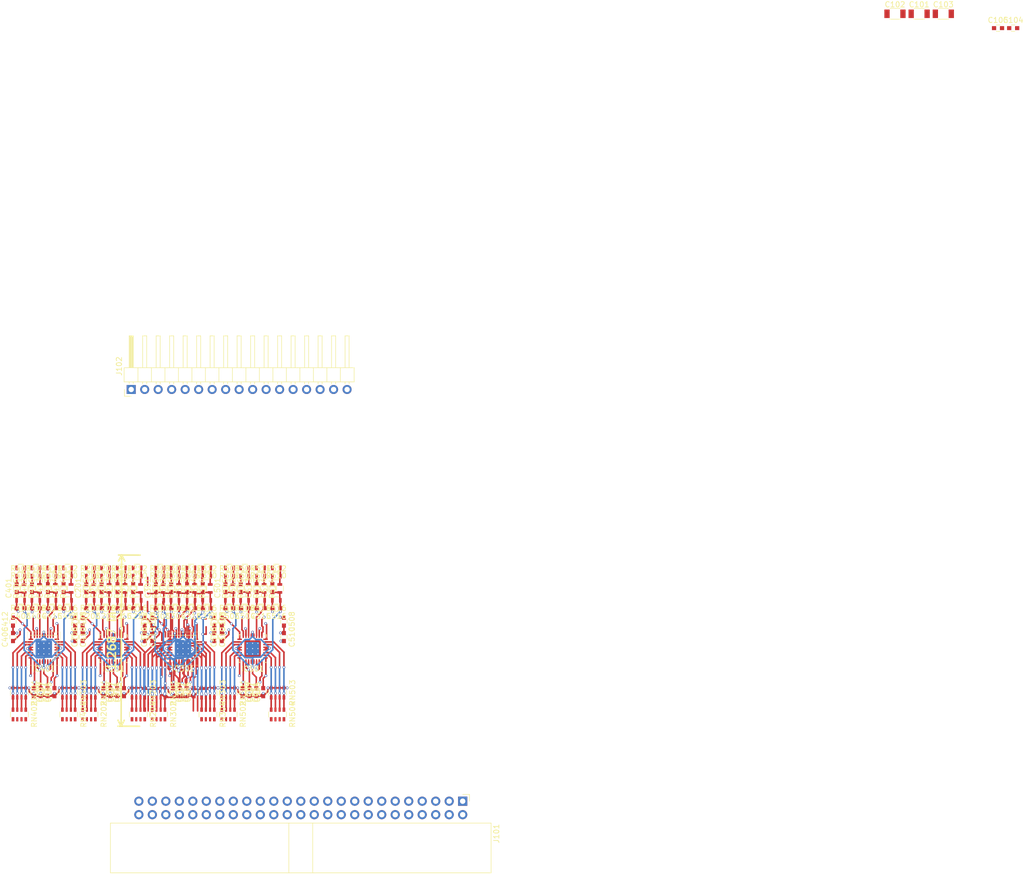
<source format=kicad_pcb>
(kicad_pcb (version 20171130) (host pcbnew 5.0.2-bee76a0~70~ubuntu18.04.1)
  (layers (0 F.Cu signal) (1 2_Ground power) (2 3_Misc mixed) (31 B.Cu signal) (34 B.Paste user) (35 F.Paste user) (36 B.SilkS user) (37 F.SilkS user) (38 B.Mask user) (39 F.Mask user) (44 Edge.Cuts user))
  (net 0 "")
  (net 1 +4V)
  (net 2 GND)
  (net 3 +2V5)
  (net 4 -2V5)
  (net 5 Vref_0-7)
  (net 6 Vref_8-15)
  (net 7 "Net-(C201-Pad1)")
  (net 8 "Net-(C201-Pad2)")
  (net 9 "Net-(C202-Pad2)")
  (net 10 "Net-(C202-Pad1)")
  (net 11 "Net-(C213-Pad2)")
  (net 12 "Net-(C213-Pad1)")
  (net 13 "Net-(C214-Pad2)")
  (net 14 "Net-(C214-Pad1)")
  (net 15 "Net-(C301-Pad1)")
  (net 16 "Net-(C301-Pad2)")
  (net 17 "Net-(C302-Pad1)")
  (net 18 "Net-(C302-Pad2)")
  (net 19 "Net-(C313-Pad1)")
  (net 20 "Net-(C313-Pad2)")
  (net 21 "Net-(C314-Pad1)")
  (net 22 "Net-(C314-Pad2)")
  (net 23 "Net-(C401-Pad1)")
  (net 24 "Net-(C401-Pad2)")
  (net 25 "Net-(C402-Pad1)")
  (net 26 "Net-(C402-Pad2)")
  (net 27 "Net-(C413-Pad1)")
  (net 28 "Net-(C413-Pad2)")
  (net 29 "Net-(C414-Pad1)")
  (net 30 "Net-(C414-Pad2)")
  (net 31 "Net-(C501-Pad2)")
  (net 32 "Net-(C501-Pad1)")
  (net 33 "Net-(C502-Pad2)")
  (net 34 "Net-(C502-Pad1)")
  (net 35 "Net-(C513-Pad2)")
  (net 36 "Net-(C513-Pad1)")
  (net 37 "Net-(C514-Pad1)")
  (net 38 "Net-(C514-Pad2)")
  (net 39 "/Ch 4-7/A-")
  (net 40 "/Ch 4-7/A+")
  (net 41 "/Ch 4-7/B+")
  (net 42 "/Ch 4-7/B-")
  (net 43 "/Ch 4-7/C-")
  (net 44 "/Ch 4-7/C+")
  (net 45 "/Ch 4-7/D+")
  (net 46 "/Ch 4-7/D-")
  (net 47 "/Ch 8-11/D-")
  (net 48 "/Ch 8-11/D+")
  (net 49 "/Ch 8-11/C+")
  (net 50 "/Ch 8-11/C-")
  (net 51 "/Ch 8-11/B-")
  (net 52 "/Ch 8-11/B+")
  (net 53 "/Ch 8-11/A+")
  (net 54 "/Ch 8-11/A-")
  (net 55 "/Ch 0-3/D-")
  (net 56 "/Ch 0-3/D+")
  (net 57 "/Ch 0-3/C+")
  (net 58 "/Ch 0-3/C-")
  (net 59 "/Ch 0-3/B-")
  (net 60 "/Ch 0-3/B+")
  (net 61 "/Ch 0-3/A+")
  (net 62 "/Ch 0-3/A-")
  (net 63 /12-15/A-)
  (net 64 /12-15/A+)
  (net 65 /12-15/B+)
  (net 66 /12-15/B-)
  (net 67 /12-15/C-)
  (net 68 /12-15/C+)
  (net 69 /12-15/D+)
  (net 70 /12-15/D-)
  (net 71 D8-)
  (net 72 D8+)
  (net 73 D9-)
  (net 74 D9+)
  (net 75 D0-)
  (net 76 D0+)
  (net 77 D1-)
  (net 78 D1+)
  (net 79 D10-)
  (net 80 D10+)
  (net 81 D11-)
  (net 82 D11+)
  (net 83 D2-)
  (net 84 D2+)
  (net 85 D3-)
  (net 86 D3+)
  (net 87 D12-)
  (net 88 D12+)
  (net 89 D13-)
  (net 90 D13+)
  (net 91 D4-)
  (net 92 D4+)
  (net 93 D5-)
  (net 94 D5+)
  (net 95 D14-)
  (net 96 D14+)
  (net 97 D15-)
  (net 98 D15+)
  (net 99 D6-)
  (net 100 D6+)
  (net 101 D7-)
  (net 102 D7+)
  (net 103 In0)
  (net 104 In1)
  (net 105 In2)
  (net 106 In3)
  (net 107 In4)
  (net 108 In5)
  (net 109 In6)
  (net 110 In7)
  (net 111 In8)
  (net 112 In9)
  (net 113 In10)
  (net 114 In11)
  (net 115 In12)
  (net 116 In13)
  (net 117 In14)
  (net 118 In15)
  (net 119 "Net-(R201-Pad1)")
  (net 120 "Net-(R202-Pad1)")
  (net 121 "Net-(R209-Pad1)")
  (net 122 "Net-(R210-Pad1)")
  (net 123 "Net-(R301-Pad1)")
  (net 124 "Net-(R302-Pad1)")
  (net 125 "Net-(R309-Pad1)")
  (net 126 "Net-(R310-Pad1)")
  (net 127 "Net-(R401-Pad1)")
  (net 128 "Net-(R402-Pad1)")
  (net 129 "Net-(R409-Pad1)")
  (net 130 "Net-(R410-Pad1)")
  (net 131 "Net-(R501-Pad1)")
  (net 132 "Net-(R502-Pad1)")
  (net 133 "Net-(R509-Pad1)")
  (net 134 "Net-(R510-Pad1)")
  (module Capacitors_SMD.pretty:C_0603 (layer F.Cu) (at 40.05 166 90)
    (fp_text reference C206 (at 0 -1.5 90) (layer F.SilkS))
    (fp_text value 10n)
    (pad 2 smd rect (at 0.75 0 90) (size 0.8 0.75) (layers F.Cu F.Paste F.Mask) (net 2 GND))
    (pad 1 smd rect (at -0.75 0 90) (size 0.8 0.75) (layers F.Cu F.Paste F.Mask) (net 5 Vref_0-7))
  )
  (module Capacitors_SMD.pretty:C_0603 (layer F.Cu) (at 40.05 163.1 90)
    (fp_text reference C212 (at 0 -1.5 90) (layer F.SilkS))
    (fp_text value 100n)
    (pad 2 smd rect (at 0.75 0 90) (size 0.8 0.75) (layers F.Cu F.Paste F.Mask) (net 3 +2V5))
    (pad 1 smd rect (at -0.75 0 90) (size 0.8 0.75) (layers F.Cu F.Paste F.Mask) (net 2 GND))
  )
  (module Capacitors_SMD.pretty:C_1206 (layer F.Cu) (at 197.525001 48.680001)
    (fp_text reference C101 (at 0 -1.75) (layer F.SilkS))
    (fp_text value 10uF)
    (pad 1 smd rect (at -1.5 0) (size 1 1.6) (layers F.Cu F.Paste F.Mask) (net 1 +4V))
    (pad 2 smd rect (at 1.5 0) (size 1 1.6) (layers F.Cu F.Paste F.Mask) (net 2 GND))
  )
  (module Capacitors_SMD.pretty:C_1206 (layer F.Cu) (at 192.975001 48.680001)
    (fp_text reference C102 (at 0 -1.75) (layer F.SilkS))
    (fp_text value 10uF)
    (pad 2 smd rect (at 1.5 0) (size 1 1.6) (layers F.Cu F.Paste F.Mask) (net 2 GND))
    (pad 1 smd rect (at -1.5 0) (size 1 1.6) (layers F.Cu F.Paste F.Mask) (net 3 +2V5))
  )
  (module Capacitors_SMD.pretty:C_1206 (layer F.Cu) (at 202.075001 48.680001)
    (fp_text reference C103 (at 0 -1.75) (layer F.SilkS))
    (fp_text value 10uF)
    (pad 1 smd rect (at -1.5 0) (size 1 1.6) (layers F.Cu F.Paste F.Mask) (net 4 -2V5))
    (pad 2 smd rect (at 1.5 0) (size 1 1.6) (layers F.Cu F.Paste F.Mask) (net 2 GND))
  )
  (module Capacitors_SMD.pretty:C_0603 (layer F.Cu) (at 215.225001 51.375001)
    (fp_text reference C104 (at 0 -1.5) (layer F.SilkS))
    (fp_text value 100n)
    (pad 1 smd rect (at -0.75 0) (size 0.8 0.75) (layers F.Cu F.Paste F.Mask) (net 5 Vref_0-7))
    (pad 2 smd rect (at 0.75 0) (size 0.8 0.75) (layers F.Cu F.Paste F.Mask) (net 2 GND))
  )
  (module Capacitors_SMD.pretty:C_0603 (layer F.Cu) (at 212.375001 51.375001)
    (fp_text reference C105 (at 0 -1.5) (layer F.SilkS))
    (fp_text value 100n)
    (pad 2 smd rect (at 0.75 0) (size 0.8 0.75) (layers F.Cu F.Paste F.Mask) (net 2 GND))
    (pad 1 smd rect (at -0.75 0) (size 0.8 0.75) (layers F.Cu F.Paste F.Mask) (net 6 Vref_8-15))
  )
  (module Capacitors_SMD.pretty:C_0603 (layer F.Cu) (at 40.75 156.775 90)
    (fp_text reference C201 (at 0 -1.5 90) (layer F.SilkS))
    (fp_text value 3.3p)
    (pad 1 smd rect (at -0.75 0 90) (size 0.8 0.75) (layers F.Cu F.Paste F.Mask) (net 7 "Net-(C201-Pad1)"))
    (pad 2 smd rect (at 0.75 0 90) (size 0.8 0.75) (layers F.Cu F.Paste F.Mask) (net 8 "Net-(C201-Pad2)"))
  )
  (module Capacitors_SMD.pretty:C_0603 (layer F.Cu) (at 43.625 156.775 90)
    (fp_text reference C202 (at 0 -1.5 90) (layer F.SilkS))
    (fp_text value 3.3p)
    (pad 2 smd rect (at 0.75 0 90) (size 0.8 0.75) (layers F.Cu F.Paste F.Mask) (net 9 "Net-(C202-Pad2)"))
    (pad 1 smd rect (at -0.75 0 90) (size 0.8 0.75) (layers F.Cu F.Paste F.Mask) (net 10 "Net-(C202-Pad1)"))
  )
  (module Capacitors_SMD.pretty:C_0603 (layer F.Cu) (at 41.475 160.575 180)
    (fp_text reference C203 (at 0 -1.5 180) (layer F.SilkS))
    (fp_text value 27p)
    (pad 1 smd rect (at -0.75 0 180) (size 0.8 0.75) (layers F.Cu F.Paste F.Mask) (net 7 "Net-(C201-Pad1)"))
    (pad 2 smd rect (at 0.75 0 180) (size 0.8 0.75) (layers F.Cu F.Paste F.Mask) (net 2 GND))
  )
  (module Capacitors_SMD.pretty:C_0603 (layer F.Cu) (at 44.416666 160.575 180)
    (fp_text reference C204 (at 0 -1.5 180) (layer F.SilkS))
    (fp_text value 27p)
    (pad 1 smd rect (at -0.75 0 180) (size 0.8 0.75) (layers F.Cu F.Paste F.Mask) (net 10 "Net-(C202-Pad1)"))
    (pad 2 smd rect (at 0.75 0 180) (size 0.8 0.75) (layers F.Cu F.Paste F.Mask) (net 2 GND))
  )
  (module Capacitors_SMD.pretty:C_0603 (layer F.Cu) (at 45.25 176.375 270)
    (fp_text reference C205 (at 0 -1.5 270) (layer F.SilkS))
    (fp_text value 10n)
    (pad 2 smd rect (at 0.75 0 270) (size 0.8 0.75) (layers F.Cu F.Paste F.Mask) (net 2 GND))
    (pad 1 smd rect (at -0.75 0 270) (size 0.8 0.75) (layers F.Cu F.Paste F.Mask) (net 5 Vref_0-7))
  )
  (module Capacitors_SMD.pretty:C_0603 (layer F.Cu) (at 43.95 176.375 270)
    (fp_text reference C207 (at 0 -1.5 270) (layer F.SilkS))
    (fp_text value 100n)
    (pad 2 smd rect (at 0.75 0 270) (size 0.8 0.75) (layers F.Cu F.Paste F.Mask) (net 2 GND))
    (pad 1 smd rect (at -0.75 0 270) (size 0.8 0.75) (layers F.Cu F.Paste F.Mask) (net 1 +4V))
  )
  (module Capacitors_SMD.pretty:C_0603 (layer F.Cu) (at 51.75 163.1 270)
    (fp_text reference C208 (at 0 -1.5 270) (layer F.SilkS))
    (fp_text value 100n)
    (pad 1 smd rect (at -0.75 0 270) (size 0.8 0.75) (layers F.Cu F.Paste F.Mask) (net 1 +4V))
    (pad 2 smd rect (at 0.75 0 270) (size 0.8 0.75) (layers F.Cu F.Paste F.Mask) (net 2 GND))
  )
  (module Capacitors_SMD.pretty:C_0603 (layer F.Cu) (at 46.55 176.375 90)
    (fp_text reference C209 (at 0 -1.5 90) (layer F.SilkS))
    (fp_text value 100n)
    (pad 1 smd rect (at -0.75 0 90) (size 0.8 0.75) (layers F.Cu F.Paste F.Mask) (net 2 GND))
    (pad 2 smd rect (at 0.75 0 90) (size 0.8 0.75) (layers F.Cu F.Paste F.Mask) (net 4 -2V5))
  )
  (module Capacitors_SMD.pretty:C_0603 (layer F.Cu) (at 51.75 166 270)
    (fp_text reference C210 (at 0 -1.5 270) (layer F.SilkS))
    (fp_text value 100n)
    (pad 2 smd rect (at 0.75 0 270) (size 0.8 0.75) (layers F.Cu F.Paste F.Mask) (net 4 -2V5))
    (pad 1 smd rect (at -0.75 0 270) (size 0.8 0.75) (layers F.Cu F.Paste F.Mask) (net 2 GND))
  )
  (module Capacitors_SMD.pretty:C_0603 (layer F.Cu) (at 47.85 176.375 90)
    (fp_text reference C211 (at 0 -1.5 90) (layer F.SilkS))
    (fp_text value 100n)
    (pad 1 smd rect (at -0.75 0 90) (size 0.8 0.75) (layers F.Cu F.Paste F.Mask) (net 2 GND))
    (pad 2 smd rect (at 0.75 0 90) (size 0.8 0.75) (layers F.Cu F.Paste F.Mask) (net 3 +2V5))
  )
  (module Capacitors_SMD.pretty:C_0603 (layer F.Cu) (at 46.625 156.775 90)
    (fp_text reference C213 (at 0 -1.5 90) (layer F.SilkS))
    (fp_text value 3.3p)
    (pad 2 smd rect (at 0.75 0 90) (size 0.8 0.75) (layers F.Cu F.Paste F.Mask) (net 11 "Net-(C213-Pad2)"))
    (pad 1 smd rect (at -0.75 0 90) (size 0.8 0.75) (layers F.Cu F.Paste F.Mask) (net 12 "Net-(C213-Pad1)"))
  )
  (module Capacitors_SMD.pretty:C_0603 (layer F.Cu) (at 49.575 156.775 90)
    (fp_text reference C214 (at 0 -1.5 90) (layer F.SilkS))
    (fp_text value 3.3p)
    (pad 2 smd rect (at 0.75 0 90) (size 0.8 0.75) (layers F.Cu F.Paste F.Mask) (net 13 "Net-(C214-Pad2)"))
    (pad 1 smd rect (at -0.75 0 90) (size 0.8 0.75) (layers F.Cu F.Paste F.Mask) (net 14 "Net-(C214-Pad1)"))
  )
  (module Capacitors_SMD.pretty:C_0603 (layer F.Cu) (at 47.375 160.575 180)
    (fp_text reference C215 (at 0 -1.5 180) (layer F.SilkS))
    (fp_text value 27p)
    (pad 1 smd rect (at -0.75 0 180) (size 0.8 0.75) (layers F.Cu F.Paste F.Mask) (net 12 "Net-(C213-Pad1)"))
    (pad 2 smd rect (at 0.75 0 180) (size 0.8 0.75) (layers F.Cu F.Paste F.Mask) (net 2 GND))
  )
  (module Capacitors_SMD.pretty:C_0603 (layer F.Cu) (at 50.325 160.575 180)
    (fp_text reference C216 (at 0 -1.5 180) (layer F.SilkS))
    (fp_text value 27p)
    (pad 1 smd rect (at -0.75 0 180) (size 0.8 0.75) (layers F.Cu F.Paste F.Mask) (net 14 "Net-(C214-Pad1)"))
    (pad 2 smd rect (at 0.75 0 180) (size 0.8 0.75) (layers F.Cu F.Paste F.Mask) (net 2 GND))
  )
  (module Capacitors_SMD.pretty:C_0603 (layer F.Cu) (at 53.85 156.775 90)
    (fp_text reference C301 (at 0 -1.5 90) (layer F.SilkS))
    (fp_text value 3.3p)
    (pad 1 smd rect (at -0.75 0 90) (size 0.8 0.75) (layers F.Cu F.Paste F.Mask) (net 15 "Net-(C301-Pad1)"))
    (pad 2 smd rect (at 0.75 0 90) (size 0.8 0.75) (layers F.Cu F.Paste F.Mask) (net 16 "Net-(C301-Pad2)"))
  )
  (module Capacitors_SMD.pretty:C_0603 (layer F.Cu) (at 56.725 156.775 90)
    (fp_text reference C302 (at 0 -1.5 90) (layer F.SilkS))
    (fp_text value 3.3p)
    (pad 1 smd rect (at -0.75 0 90) (size 0.8 0.75) (layers F.Cu F.Paste F.Mask) (net 17 "Net-(C302-Pad1)"))
    (pad 2 smd rect (at 0.75 0 90) (size 0.8 0.75) (layers F.Cu F.Paste F.Mask) (net 18 "Net-(C302-Pad2)"))
  )
  (module Capacitors_SMD.pretty:C_0603 (layer F.Cu) (at 54.575 160.575 180)
    (fp_text reference C303 (at 0 -1.5 180) (layer F.SilkS))
    (fp_text value 27p)
    (pad 1 smd rect (at -0.75 0 180) (size 0.8 0.75) (layers F.Cu F.Paste F.Mask) (net 15 "Net-(C301-Pad1)"))
    (pad 2 smd rect (at 0.75 0 180) (size 0.8 0.75) (layers F.Cu F.Paste F.Mask) (net 2 GND))
  )
  (module Capacitors_SMD.pretty:C_0603 (layer F.Cu) (at 57.516666 160.575 180)
    (fp_text reference C304 (at 0 -1.5 180) (layer F.SilkS))
    (fp_text value 27p)
    (pad 2 smd rect (at 0.75 0 180) (size 0.8 0.75) (layers F.Cu F.Paste F.Mask) (net 2 GND))
    (pad 1 smd rect (at -0.75 0 180) (size 0.8 0.75) (layers F.Cu F.Paste F.Mask) (net 17 "Net-(C302-Pad1)"))
  )
  (module Capacitors_SMD.pretty:C_0603 (layer F.Cu) (at 58.35 176.375 270)
    (fp_text reference C305 (at 0 -1.5 270) (layer F.SilkS))
    (fp_text value 10n)
    (pad 1 smd rect (at -0.75 0 270) (size 0.8 0.75) (layers F.Cu F.Paste F.Mask) (net 6 Vref_8-15))
    (pad 2 smd rect (at 0.75 0 270) (size 0.8 0.75) (layers F.Cu F.Paste F.Mask) (net 2 GND))
  )
  (module Capacitors_SMD.pretty:C_0603 (layer F.Cu) (at 53.15 166 90)
    (fp_text reference C306 (at 0 -1.5 90) (layer F.SilkS))
    (fp_text value 10n)
    (pad 2 smd rect (at 0.75 0 90) (size 0.8 0.75) (layers F.Cu F.Paste F.Mask) (net 2 GND))
    (pad 1 smd rect (at -0.75 0 90) (size 0.8 0.75) (layers F.Cu F.Paste F.Mask) (net 6 Vref_8-15))
  )
  (module Capacitors_SMD.pretty:C_0603 (layer F.Cu) (at 57.05 176.375 270)
    (fp_text reference C307 (at 0 -1.5 270) (layer F.SilkS))
    (fp_text value 100n)
    (pad 1 smd rect (at -0.75 0 270) (size 0.8 0.75) (layers F.Cu F.Paste F.Mask) (net 1 +4V))
    (pad 2 smd rect (at 0.75 0 270) (size 0.8 0.75) (layers F.Cu F.Paste F.Mask) (net 2 GND))
  )
  (module Capacitors_SMD.pretty:C_0603 (layer F.Cu) (at 64.85 163.1 270)
    (fp_text reference C308 (at 0 -1.5 270) (layer F.SilkS))
    (fp_text value 100n)
    (pad 2 smd rect (at 0.75 0 270) (size 0.8 0.75) (layers F.Cu F.Paste F.Mask) (net 2 GND))
    (pad 1 smd rect (at -0.75 0 270) (size 0.8 0.75) (layers F.Cu F.Paste F.Mask) (net 1 +4V))
  )
  (module Capacitors_SMD.pretty:C_0603 (layer F.Cu) (at 59.65 176.375 90)
    (fp_text reference C309 (at 0 -1.5 90) (layer F.SilkS))
    (fp_text value 100n)
    (pad 2 smd rect (at 0.75 0 90) (size 0.8 0.75) (layers F.Cu F.Paste F.Mask) (net 4 -2V5))
    (pad 1 smd rect (at -0.75 0 90) (size 0.8 0.75) (layers F.Cu F.Paste F.Mask) (net 2 GND))
  )
  (module Capacitors_SMD.pretty:C_0603 (layer F.Cu) (at 64.85 166 270)
    (fp_text reference C310 (at 0 -1.5 270) (layer F.SilkS))
    (fp_text value 100n)
    (pad 1 smd rect (at -0.75 0 270) (size 0.8 0.75) (layers F.Cu F.Paste F.Mask) (net 2 GND))
    (pad 2 smd rect (at 0.75 0 270) (size 0.8 0.75) (layers F.Cu F.Paste F.Mask) (net 4 -2V5))
  )
  (module Capacitors_SMD.pretty:C_0603 (layer F.Cu) (at 60.95 176.375 90)
    (fp_text reference C311 (at 0 -1.5 90) (layer F.SilkS))
    (fp_text value 100n)
    (pad 2 smd rect (at 0.75 0 90) (size 0.8 0.75) (layers F.Cu F.Paste F.Mask) (net 3 +2V5))
    (pad 1 smd rect (at -0.75 0 90) (size 0.8 0.75) (layers F.Cu F.Paste F.Mask) (net 2 GND))
  )
  (module Capacitors_SMD.pretty:C_0603 (layer F.Cu) (at 53.15 163.1 90)
    (fp_text reference C312 (at 0 -1.5 90) (layer F.SilkS))
    (fp_text value 100n)
    (pad 1 smd rect (at -0.75 0 90) (size 0.8 0.75) (layers F.Cu F.Paste F.Mask) (net 2 GND))
    (pad 2 smd rect (at 0.75 0 90) (size 0.8 0.75) (layers F.Cu F.Paste F.Mask) (net 3 +2V5))
  )
  (module Capacitors_SMD.pretty:C_0603 (layer F.Cu) (at 59.725 156.775 90)
    (fp_text reference C313 (at 0 -1.5 90) (layer F.SilkS))
    (fp_text value 3.3p)
    (pad 1 smd rect (at -0.75 0 90) (size 0.8 0.75) (layers F.Cu F.Paste F.Mask) (net 19 "Net-(C313-Pad1)"))
    (pad 2 smd rect (at 0.75 0 90) (size 0.8 0.75) (layers F.Cu F.Paste F.Mask) (net 20 "Net-(C313-Pad2)"))
  )
  (module Capacitors_SMD.pretty:C_0603 (layer F.Cu) (at 62.675 156.775 90)
    (fp_text reference C314 (at 0 -1.5 90) (layer F.SilkS))
    (fp_text value 3.3p)
    (pad 1 smd rect (at -0.75 0 90) (size 0.8 0.75) (layers F.Cu F.Paste F.Mask) (net 21 "Net-(C314-Pad1)"))
    (pad 2 smd rect (at 0.75 0 90) (size 0.8 0.75) (layers F.Cu F.Paste F.Mask) (net 22 "Net-(C314-Pad2)"))
  )
  (module Capacitors_SMD.pretty:C_0603 (layer F.Cu) (at 60.475 160.575 180)
    (fp_text reference C315 (at 0 -1.5 180) (layer F.SilkS))
    (fp_text value 27p)
    (pad 2 smd rect (at 0.75 0 180) (size 0.8 0.75) (layers F.Cu F.Paste F.Mask) (net 2 GND))
    (pad 1 smd rect (at -0.75 0 180) (size 0.8 0.75) (layers F.Cu F.Paste F.Mask) (net 19 "Net-(C313-Pad1)"))
  )
  (module Capacitors_SMD.pretty:C_0603 (layer F.Cu) (at 63.425 160.575 180)
    (fp_text reference C316 (at 0 -1.5 180) (layer F.SilkS))
    (fp_text value 27p)
    (pad 2 smd rect (at 0.75 0 180) (size 0.8 0.75) (layers F.Cu F.Paste F.Mask) (net 2 GND))
    (pad 1 smd rect (at -0.75 0 180) (size 0.8 0.75) (layers F.Cu F.Paste F.Mask) (net 21 "Net-(C314-Pad1)"))
  )
  (module Capacitors_SMD.pretty:C_0603 (layer F.Cu) (at 27.65 156.775 90)
    (fp_text reference C401 (at 0 -1.5 90) (layer F.SilkS))
    (fp_text value 3.3p)
    (pad 1 smd rect (at -0.75 0 90) (size 0.8 0.75) (layers F.Cu F.Paste F.Mask) (net 23 "Net-(C401-Pad1)"))
    (pad 2 smd rect (at 0.75 0 90) (size 0.8 0.75) (layers F.Cu F.Paste F.Mask) (net 24 "Net-(C401-Pad2)"))
  )
  (module Capacitors_SMD.pretty:C_0603 (layer F.Cu) (at 30.525 156.775 90)
    (fp_text reference C402 (at 0 -1.5 90) (layer F.SilkS))
    (fp_text value 3.3p)
    (pad 1 smd rect (at -0.75 0 90) (size 0.8 0.75) (layers F.Cu F.Paste F.Mask) (net 25 "Net-(C402-Pad1)"))
    (pad 2 smd rect (at 0.75 0 90) (size 0.8 0.75) (layers F.Cu F.Paste F.Mask) (net 26 "Net-(C402-Pad2)"))
  )
  (module Capacitors_SMD.pretty:C_0603 (layer F.Cu) (at 28.375 160.575 180)
    (fp_text reference C403 (at 0 -1.5 180) (layer F.SilkS))
    (fp_text value 27p)
    (pad 2 smd rect (at 0.75 0 180) (size 0.8 0.75) (layers F.Cu F.Paste F.Mask) (net 2 GND))
    (pad 1 smd rect (at -0.75 0 180) (size 0.8 0.75) (layers F.Cu F.Paste F.Mask) (net 23 "Net-(C401-Pad1)"))
  )
  (module Capacitors_SMD.pretty:C_0603 (layer F.Cu) (at 31.316666 160.575 180)
    (fp_text reference C404 (at 0 -1.5 180) (layer F.SilkS))
    (fp_text value 27p)
    (pad 2 smd rect (at 0.75 0 180) (size 0.8 0.75) (layers F.Cu F.Paste F.Mask) (net 2 GND))
    (pad 1 smd rect (at -0.75 0 180) (size 0.8 0.75) (layers F.Cu F.Paste F.Mask) (net 25 "Net-(C402-Pad1)"))
  )
  (module Capacitors_SMD.pretty:C_0603 (layer F.Cu) (at 32.15 176.375 270)
    (fp_text reference C405 (at 0 -1.5 270) (layer F.SilkS))
    (fp_text value 10n)
    (pad 2 smd rect (at 0.75 0 270) (size 0.8 0.75) (layers F.Cu F.Paste F.Mask) (net 2 GND))
    (pad 1 smd rect (at -0.75 0 270) (size 0.8 0.75) (layers F.Cu F.Paste F.Mask) (net 5 Vref_0-7))
  )
  (module Capacitors_SMD.pretty:C_0603 (layer F.Cu) (at 26.95 166 90)
    (fp_text reference C406 (at 0 -1.5 90) (layer F.SilkS))
    (fp_text value 10n)
    (pad 2 smd rect (at 0.75 0 90) (size 0.8 0.75) (layers F.Cu F.Paste F.Mask) (net 2 GND))
    (pad 1 smd rect (at -0.75 0 90) (size 0.8 0.75) (layers F.Cu F.Paste F.Mask) (net 5 Vref_0-7))
  )
  (module Capacitors_SMD.pretty:C_0603 (layer F.Cu) (at 30.85 176.375 270)
    (fp_text reference C407 (at 0 -1.5 270) (layer F.SilkS))
    (fp_text value 100n)
    (pad 2 smd rect (at 0.75 0 270) (size 0.8 0.75) (layers F.Cu F.Paste F.Mask) (net 2 GND))
    (pad 1 smd rect (at -0.75 0 270) (size 0.8 0.75) (layers F.Cu F.Paste F.Mask) (net 1 +4V))
  )
  (module Capacitors_SMD.pretty:C_0603 (layer F.Cu) (at 38.65 163.1 270)
    (fp_text reference C408 (at 0 -1.5 270) (layer F.SilkS))
    (fp_text value 100n)
    (pad 2 smd rect (at 0.75 0 270) (size 0.8 0.75) (layers F.Cu F.Paste F.Mask) (net 2 GND))
    (pad 1 smd rect (at -0.75 0 270) (size 0.8 0.75) (layers F.Cu F.Paste F.Mask) (net 1 +4V))
  )
  (module Capacitors_SMD.pretty:C_0603 (layer F.Cu) (at 33.45 176.375 90)
    (fp_text reference C409 (at 0 -1.5 90) (layer F.SilkS))
    (fp_text value 100n)
    (pad 1 smd rect (at -0.75 0 90) (size 0.8 0.75) (layers F.Cu F.Paste F.Mask) (net 2 GND))
    (pad 2 smd rect (at 0.75 0 90) (size 0.8 0.75) (layers F.Cu F.Paste F.Mask) (net 4 -2V5))
  )
  (module Capacitors_SMD.pretty:C_0603 (layer F.Cu) (at 38.65 166 270)
    (fp_text reference C410 (at 0 -1.5 270) (layer F.SilkS))
    (fp_text value 100n)
    (pad 1 smd rect (at -0.75 0 270) (size 0.8 0.75) (layers F.Cu F.Paste F.Mask) (net 2 GND))
    (pad 2 smd rect (at 0.75 0 270) (size 0.8 0.75) (layers F.Cu F.Paste F.Mask) (net 4 -2V5))
  )
  (module Capacitors_SMD.pretty:C_0603 (layer F.Cu) (at 34.75 176.375 90)
    (fp_text reference C411 (at 0 -1.5 90) (layer F.SilkS))
    (fp_text value 100n)
    (pad 1 smd rect (at -0.75 0 90) (size 0.8 0.75) (layers F.Cu F.Paste F.Mask) (net 2 GND))
    (pad 2 smd rect (at 0.75 0 90) (size 0.8 0.75) (layers F.Cu F.Paste F.Mask) (net 3 +2V5))
  )
  (module Capacitors_SMD.pretty:C_0603 (layer F.Cu) (at 26.95 163.1 90)
    (fp_text reference C412 (at 0 -1.5 90) (layer F.SilkS))
    (fp_text value 100n)
    (pad 1 smd rect (at -0.75 0 90) (size 0.8 0.75) (layers F.Cu F.Paste F.Mask) (net 2 GND))
    (pad 2 smd rect (at 0.75 0 90) (size 0.8 0.75) (layers F.Cu F.Paste F.Mask) (net 3 +2V5))
  )
  (module Capacitors_SMD.pretty:C_0603 (layer F.Cu) (at 33.525 156.775 90)
    (fp_text reference C413 (at 0 -1.5 90) (layer F.SilkS))
    (fp_text value 3.3p)
    (pad 1 smd rect (at -0.75 0 90) (size 0.8 0.75) (layers F.Cu F.Paste F.Mask) (net 27 "Net-(C413-Pad1)"))
    (pad 2 smd rect (at 0.75 0 90) (size 0.8 0.75) (layers F.Cu F.Paste F.Mask) (net 28 "Net-(C413-Pad2)"))
  )
  (module Capacitors_SMD.pretty:C_0603 (layer F.Cu) (at 36.475 156.775 90)
    (fp_text reference C414 (at 0 -1.5 90) (layer F.SilkS))
    (fp_text value 3.3p)
    (pad 1 smd rect (at -0.75 0 90) (size 0.8 0.75) (layers F.Cu F.Paste F.Mask) (net 29 "Net-(C414-Pad1)"))
    (pad 2 smd rect (at 0.75 0 90) (size 0.8 0.75) (layers F.Cu F.Paste F.Mask) (net 30 "Net-(C414-Pad2)"))
  )
  (module Capacitors_SMD.pretty:C_0603 (layer F.Cu) (at 34.275 160.575 180)
    (fp_text reference C415 (at 0 -1.5 180) (layer F.SilkS))
    (fp_text value 27p)
    (pad 2 smd rect (at 0.75 0 180) (size 0.8 0.75) (layers F.Cu F.Paste F.Mask) (net 2 GND))
    (pad 1 smd rect (at -0.75 0 180) (size 0.8 0.75) (layers F.Cu F.Paste F.Mask) (net 27 "Net-(C413-Pad1)"))
  )
  (module Capacitors_SMD.pretty:C_0603 (layer F.Cu) (at 37.225 160.575 180)
    (fp_text reference C416 (at 0 -1.5 180) (layer F.SilkS))
    (fp_text value 27p)
    (pad 2 smd rect (at 0.75 0 180) (size 0.8 0.75) (layers F.Cu F.Paste F.Mask) (net 2 GND))
    (pad 1 smd rect (at -0.75 0 180) (size 0.8 0.75) (layers F.Cu F.Paste F.Mask) (net 29 "Net-(C414-Pad1)"))
  )
  (module Capacitors_SMD.pretty:C_0603 (layer F.Cu) (at 66.95 156.775 90)
    (fp_text reference C501 (at 0 -1.5 90) (layer F.SilkS))
    (fp_text value 3.3p)
    (pad 2 smd rect (at 0.75 0 90) (size 0.8 0.75) (layers F.Cu F.Paste F.Mask) (net 31 "Net-(C501-Pad2)"))
    (pad 1 smd rect (at -0.75 0 90) (size 0.8 0.75) (layers F.Cu F.Paste F.Mask) (net 32 "Net-(C501-Pad1)"))
  )
  (module Capacitors_SMD.pretty:C_0603 (layer F.Cu) (at 69.825 156.775 90)
    (fp_text reference C502 (at 0 -1.5 90) (layer F.SilkS))
    (fp_text value 3.3p)
    (pad 2 smd rect (at 0.75 0 90) (size 0.8 0.75) (layers F.Cu F.Paste F.Mask) (net 33 "Net-(C502-Pad2)"))
    (pad 1 smd rect (at -0.75 0 90) (size 0.8 0.75) (layers F.Cu F.Paste F.Mask) (net 34 "Net-(C502-Pad1)"))
  )
  (module Capacitors_SMD.pretty:C_0603 (layer F.Cu) (at 67.675 160.575 180)
    (fp_text reference C503 (at 0 -1.5 180) (layer F.SilkS))
    (fp_text value 27p)
    (pad 2 smd rect (at 0.75 0 180) (size 0.8 0.75) (layers F.Cu F.Paste F.Mask) (net 2 GND))
    (pad 1 smd rect (at -0.75 0 180) (size 0.8 0.75) (layers F.Cu F.Paste F.Mask) (net 32 "Net-(C501-Pad1)"))
  )
  (module Capacitors_SMD.pretty:C_0603 (layer F.Cu) (at 70.616666 160.575 180)
    (fp_text reference C504 (at 0 -1.5 180) (layer F.SilkS))
    (fp_text value 27p)
    (pad 1 smd rect (at -0.75 0 180) (size 0.8 0.75) (layers F.Cu F.Paste F.Mask) (net 34 "Net-(C502-Pad1)"))
    (pad 2 smd rect (at 0.75 0 180) (size 0.8 0.75) (layers F.Cu F.Paste F.Mask) (net 2 GND))
  )
  (module Capacitors_SMD.pretty:C_0603 (layer F.Cu) (at 71.45 176.375 270)
    (fp_text reference C505 (at 0 -1.5 270) (layer F.SilkS))
    (fp_text value 10n)
    (pad 2 smd rect (at 0.75 0 270) (size 0.8 0.75) (layers F.Cu F.Paste F.Mask) (net 2 GND))
    (pad 1 smd rect (at -0.75 0 270) (size 0.8 0.75) (layers F.Cu F.Paste F.Mask) (net 6 Vref_8-15))
  )
  (module Capacitors_SMD.pretty:C_0603 (layer F.Cu) (at 66.25 166 90)
    (fp_text reference C506 (at 0 -1.5 90) (layer F.SilkS))
    (fp_text value 10n)
    (pad 1 smd rect (at -0.75 0 90) (size 0.8 0.75) (layers F.Cu F.Paste F.Mask) (net 6 Vref_8-15))
    (pad 2 smd rect (at 0.75 0 90) (size 0.8 0.75) (layers F.Cu F.Paste F.Mask) (net 2 GND))
  )
  (module Capacitors_SMD.pretty:C_0603 (layer F.Cu) (at 70.15 176.375 270)
    (fp_text reference C507 (at 0 -1.5 270) (layer F.SilkS))
    (fp_text value 100n)
    (pad 2 smd rect (at 0.75 0 270) (size 0.8 0.75) (layers F.Cu F.Paste F.Mask) (net 2 GND))
    (pad 1 smd rect (at -0.75 0 270) (size 0.8 0.75) (layers F.Cu F.Paste F.Mask) (net 1 +4V))
  )
  (module Capacitors_SMD.pretty:C_0603 (layer F.Cu) (at 77.95 163.1 270)
    (fp_text reference C508 (at 0 -1.5 270) (layer F.SilkS))
    (fp_text value 100n)
    (pad 1 smd rect (at -0.75 0 270) (size 0.8 0.75) (layers F.Cu F.Paste F.Mask) (net 1 +4V))
    (pad 2 smd rect (at 0.75 0 270) (size 0.8 0.75) (layers F.Cu F.Paste F.Mask) (net 2 GND))
  )
  (module Capacitors_SMD.pretty:C_0603 (layer F.Cu) (at 72.75 176.375 90)
    (fp_text reference C509 (at 0 -1.5 90) (layer F.SilkS))
    (fp_text value 100n)
    (pad 1 smd rect (at -0.75 0 90) (size 0.8 0.75) (layers F.Cu F.Paste F.Mask) (net 2 GND))
    (pad 2 smd rect (at 0.75 0 90) (size 0.8 0.75) (layers F.Cu F.Paste F.Mask) (net 4 -2V5))
  )
  (module Capacitors_SMD.pretty:C_0603 (layer F.Cu) (at 77.95 166 270)
    (fp_text reference C510 (at 0 -1.5 270) (layer F.SilkS))
    (fp_text value 100n)
    (pad 2 smd rect (at 0.75 0 270) (size 0.8 0.75) (layers F.Cu F.Paste F.Mask) (net 4 -2V5))
    (pad 1 smd rect (at -0.75 0 270) (size 0.8 0.75) (layers F.Cu F.Paste F.Mask) (net 2 GND))
  )
  (module Capacitors_SMD.pretty:C_0603 (layer F.Cu) (at 74.05 176.375 90)
    (fp_text reference C511 (at 0 -1.5 90) (layer F.SilkS))
    (fp_text value 100n)
    (pad 1 smd rect (at -0.75 0 90) (size 0.8 0.75) (layers F.Cu F.Paste F.Mask) (net 2 GND))
    (pad 2 smd rect (at 0.75 0 90) (size 0.8 0.75) (layers F.Cu F.Paste F.Mask) (net 3 +2V5))
  )
  (module Capacitors_SMD.pretty:C_0603 (layer F.Cu) (at 66.25 163.1 90)
    (fp_text reference C512 (at 0 -1.5 90) (layer F.SilkS))
    (fp_text value 100n)
    (pad 2 smd rect (at 0.75 0 90) (size 0.8 0.75) (layers F.Cu F.Paste F.Mask) (net 3 +2V5))
    (pad 1 smd rect (at -0.75 0 90) (size 0.8 0.75) (layers F.Cu F.Paste F.Mask) (net 2 GND))
  )
  (module Capacitors_SMD.pretty:C_0603 (layer F.Cu) (at 72.825 156.775 90)
    (fp_text reference C513 (at 0 -1.5 90) (layer F.SilkS))
    (fp_text value 3.3p)
    (pad 2 smd rect (at 0.75 0 90) (size 0.8 0.75) (layers F.Cu F.Paste F.Mask) (net 35 "Net-(C513-Pad2)"))
    (pad 1 smd rect (at -0.75 0 90) (size 0.8 0.75) (layers F.Cu F.Paste F.Mask) (net 36 "Net-(C513-Pad1)"))
  )
  (module Capacitors_SMD.pretty:C_0603 (layer F.Cu) (at 75.775 156.775 90)
    (fp_text reference C514 (at 0 -1.5 90) (layer F.SilkS))
    (fp_text value 3.3p)
    (pad 1 smd rect (at -0.75 0 90) (size 0.8 0.75) (layers F.Cu F.Paste F.Mask) (net 37 "Net-(C514-Pad1)"))
    (pad 2 smd rect (at 0.75 0 90) (size 0.8 0.75) (layers F.Cu F.Paste F.Mask) (net 38 "Net-(C514-Pad2)"))
  )
  (module Capacitors_SMD.pretty:C_0603 (layer F.Cu) (at 73.575 160.575 180)
    (fp_text reference C515 (at 0 -1.5 180) (layer F.SilkS))
    (fp_text value 27p)
    (pad 1 smd rect (at -0.75 0 180) (size 0.8 0.75) (layers F.Cu F.Paste F.Mask) (net 36 "Net-(C513-Pad1)"))
    (pad 2 smd rect (at 0.75 0 180) (size 0.8 0.75) (layers F.Cu F.Paste F.Mask) (net 2 GND))
  )
  (module Capacitors_SMD.pretty:C_0603 (layer F.Cu) (at 76.525 160.575 180)
    (fp_text reference C516 (at 0 -1.5 180) (layer F.SilkS))
    (fp_text value 27p)
    (pad 2 smd rect (at 0.75 0 180) (size 0.8 0.75) (layers F.Cu F.Paste F.Mask) (net 2 GND))
    (pad 1 smd rect (at -0.75 0 180) (size 0.8 0.75) (layers F.Cu F.Paste F.Mask) (net 37 "Net-(C514-Pad1)"))
  )
  (module Package_DFN_QFN:QFN-32-1EP_5x5mm_P0.5mm_EP3.1x3.1mm_ThermalVias (layer F.Cu) (at 45.85 168.175 180)
    (fp_text reference IC201 (at 0 -3.82 180) (layer F.SilkS))
    (fp_text value lmh7324)
    (pad 33 smd roundrect (at 0 0 180) (size 3.1 3.1) (layers F.Cu F.Mask) (roundrect_rratio 0.08064499999999999) (net 2 GND))
    (pad 33 thru_hole circle (at -1 -1 180) (size 0.5 0.5) (drill 0.2) (layers *.Cu) (net 2 GND))
    (pad 33 thru_hole circle (at 0 -1 180) (size 0.5 0.5) (drill 0.2) (layers *.Cu) (net 2 GND))
    (pad 33 thru_hole circle (at 1 -1 180) (size 0.5 0.5) (drill 0.2) (layers *.Cu) (net 2 GND))
    (pad 33 thru_hole circle (at -1 0 180) (size 0.5 0.5) (drill 0.2) (layers *.Cu) (net 2 GND))
    (pad 33 thru_hole circle (at 0 0 180) (size 0.5 0.5) (drill 0.2) (layers *.Cu) (net 2 GND))
    (pad 33 thru_hole circle (at 1 0 180) (size 0.5 0.5) (drill 0.2) (layers *.Cu) (net 2 GND))
    (pad 33 thru_hole circle (at -1 1 180) (size 0.5 0.5) (drill 0.2) (layers *.Cu) (net 2 GND))
    (pad 33 thru_hole circle (at 0 1 180) (size 0.5 0.5) (drill 0.2) (layers *.Cu) (net 2 GND))
    (pad 33 thru_hole circle (at 1 1 180) (size 0.5 0.5) (drill 0.2) (layers *.Cu) (net 2 GND))
    (pad 33 smd roundrect (at 0 0 180) (size 2.5 2.5) (layers B.Cu) (roundrect_rratio 0.1) (net 2 GND))
    (pad 1 smd roundrect (at -2.4375 -1.75 180) (size 0.875 0.25) (layers F.Cu F.Paste F.Mask) (net 3 +2V5))
    (pad 2 smd roundrect (at -2.4375 -1.25 180) (size 0.875 0.25) (layers F.Cu F.Paste F.Mask) (net 46 "/Ch 4-7/D-"))
    (pad 3 smd roundrect (at -2.4375 -0.75 180) (size 0.875 0.25) (layers F.Cu F.Paste F.Mask) (net 45 "/Ch 4-7/D+"))
    (pad 4 smd roundrect (at -2.4375 -0.25 180) (size 0.875 0.25) (layers F.Cu F.Paste F.Mask) (net 4 -2V5))
    (pad 5 smd roundrect (at -2.4375 0.25 180) (size 0.875 0.25) (layers F.Cu F.Paste F.Mask) (net 4 -2V5))
    (pad 6 smd roundrect (at -2.4375 0.75 180) (size 0.875 0.25) (layers F.Cu F.Paste F.Mask) (net 44 "/Ch 4-7/C+"))
    (pad 7 smd roundrect (at -2.4375 1.25 180) (size 0.875 0.25) (layers F.Cu F.Paste F.Mask) (net 43 "/Ch 4-7/C-"))
    (pad 8 smd roundrect (at -2.4375 1.75 180) (size 0.875 0.25) (layers F.Cu F.Paste F.Mask) (net 3 +2V5))
    (pad 9 smd roundrect (at -1.75 2.4375 180) (size 0.25 0.875) (layers F.Cu F.Paste F.Mask) (net 1 +4V))
    (pad 10 smd roundrect (at -1.25 2.4375 180) (size 0.25 0.875) (layers F.Cu F.Paste F.Mask) (net 5 Vref_0-7))
    (pad 11 smd roundrect (at -0.75 2.4375 180) (size 0.25 0.875) (layers F.Cu F.Paste F.Mask) (net 12 "Net-(C213-Pad1)"))
    (pad 12 smd roundrect (at -0.25 2.4375 180) (size 0.25 0.875) (layers F.Cu F.Paste F.Mask) (net 4 -2V5))
    (pad 13 smd roundrect (at 0.25 2.4375 180) (size 0.25 0.875) (layers F.Cu F.Paste F.Mask) (net 4 -2V5))
    (pad 14 smd roundrect (at 0.75 2.4375 180) (size 0.25 0.875) (layers F.Cu F.Paste F.Mask) (net 10 "Net-(C202-Pad1)"))
    (pad 15 smd roundrect (at 1.25 2.4375 180) (size 0.25 0.875) (layers F.Cu F.Paste F.Mask) (net 5 Vref_0-7))
    (pad 16 smd roundrect (at 1.75 2.4375 180) (size 0.25 0.875) (layers F.Cu F.Paste F.Mask) (net 1 +4V))
    (pad 17 smd roundrect (at 2.4375 1.75 180) (size 0.875 0.25) (layers F.Cu F.Paste F.Mask) (net 3 +2V5))
    (pad 18 smd roundrect (at 2.4375 1.25 180) (size 0.875 0.25) (layers F.Cu F.Paste F.Mask) (net 42 "/Ch 4-7/B-"))
    (pad 19 smd roundrect (at 2.4375 0.75 180) (size 0.875 0.25) (layers F.Cu F.Paste F.Mask) (net 41 "/Ch 4-7/B+"))
    (pad 20 smd roundrect (at 2.4375 0.25 180) (size 0.875 0.25) (layers F.Cu F.Paste F.Mask) (net 4 -2V5))
    (pad 21 smd roundrect (at 2.4375 -0.25 180) (size 0.875 0.25) (layers F.Cu F.Paste F.Mask) (net 4 -2V5))
    (pad 22 smd roundrect (at 2.4375 -0.75 180) (size 0.875 0.25) (layers F.Cu F.Paste F.Mask) (net 40 "/Ch 4-7/A+"))
    (pad 23 smd roundrect (at 2.4375 -1.25 180) (size 0.875 0.25) (layers F.Cu F.Paste F.Mask) (net 39 "/Ch 4-7/A-"))
    (pad 24 smd roundrect (at 2.4375 -1.75 180) (size 0.875 0.25) (layers F.Cu F.Paste F.Mask) (net 3 +2V5))
    (pad 25 smd roundrect (at 1.75 -2.4375 180) (size 0.25 0.875) (layers F.Cu F.Paste F.Mask) (net 1 +4V))
    (pad 26 smd roundrect (at 1.25 -2.4375 180) (size 0.25 0.875) (layers F.Cu F.Paste F.Mask) (net 5 Vref_0-7))
    (pad 27 smd roundrect (at 0.75 -2.4375 180) (size 0.25 0.875) (layers F.Cu F.Paste F.Mask) (net 7 "Net-(C201-Pad1)"))
    (pad 28 smd roundrect (at 0.25 -2.4375 180) (size 0.25 0.875) (layers F.Cu F.Paste F.Mask) (net 4 -2V5))
    (pad 29 smd roundrect (at -0.25 -2.4375 180) (size 0.25 0.875) (layers F.Cu F.Paste F.Mask) (net 4 -2V5))
    (pad 30 smd roundrect (at -0.75 -2.4375 180) (size 0.25 0.875) (layers F.Cu F.Paste F.Mask) (net 14 "Net-(C214-Pad1)"))
    (pad 31 smd roundrect (at -1.25 -2.4375 180) (size 0.25 0.875) (layers F.Cu F.Paste F.Mask) (net 5 Vref_0-7))
    (pad 32 smd roundrect (at -1.75 -2.4375 180) (size 0.25 0.875) (layers F.Cu F.Paste F.Mask) (net 1 +4V))
  )
  (module Package_DFN_QFN:QFN-32-1EP_5x5mm_P0.5mm_EP3.1x3.1mm_ThermalVias (layer F.Cu) (at 58.95 168.175 180)
    (fp_text reference IC301 (at 0 -3.82 180) (layer F.SilkS))
    (fp_text value lmh7324)
    (pad 32 smd roundrect (at -1.75 -2.4375 180) (size 0.25 0.875) (layers F.Cu F.Paste F.Mask) (net 1 +4V))
    (pad 31 smd roundrect (at -1.25 -2.4375 180) (size 0.25 0.875) (layers F.Cu F.Paste F.Mask) (net 6 Vref_8-15))
    (pad 30 smd roundrect (at -0.75 -2.4375 180) (size 0.25 0.875) (layers F.Cu F.Paste F.Mask) (net 21 "Net-(C314-Pad1)"))
    (pad 29 smd roundrect (at -0.25 -2.4375 180) (size 0.25 0.875) (layers F.Cu F.Paste F.Mask) (net 4 -2V5))
    (pad 28 smd roundrect (at 0.25 -2.4375 180) (size 0.25 0.875) (layers F.Cu F.Paste F.Mask) (net 4 -2V5))
    (pad 27 smd roundrect (at 0.75 -2.4375 180) (size 0.25 0.875) (layers F.Cu F.Paste F.Mask) (net 15 "Net-(C301-Pad1)"))
    (pad 26 smd roundrect (at 1.25 -2.4375 180) (size 0.25 0.875) (layers F.Cu F.Paste F.Mask) (net 6 Vref_8-15))
    (pad 25 smd roundrect (at 1.75 -2.4375 180) (size 0.25 0.875) (layers F.Cu F.Paste F.Mask) (net 1 +4V))
    (pad 24 smd roundrect (at 2.4375 -1.75 180) (size 0.875 0.25) (layers F.Cu F.Paste F.Mask) (net 3 +2V5))
    (pad 23 smd roundrect (at 2.4375 -1.25 180) (size 0.875 0.25) (layers F.Cu F.Paste F.Mask) (net 54 "/Ch 8-11/A-"))
    (pad 22 smd roundrect (at 2.4375 -0.75 180) (size 0.875 0.25) (layers F.Cu F.Paste F.Mask) (net 53 "/Ch 8-11/A+"))
    (pad 21 smd roundrect (at 2.4375 -0.25 180) (size 0.875 0.25) (layers F.Cu F.Paste F.Mask) (net 4 -2V5))
    (pad 20 smd roundrect (at 2.4375 0.25 180) (size 0.875 0.25) (layers F.Cu F.Paste F.Mask) (net 4 -2V5))
    (pad 19 smd roundrect (at 2.4375 0.75 180) (size 0.875 0.25) (layers F.Cu F.Paste F.Mask) (net 52 "/Ch 8-11/B+"))
    (pad 18 smd roundrect (at 2.4375 1.25 180) (size 0.875 0.25) (layers F.Cu F.Paste F.Mask) (net 51 "/Ch 8-11/B-"))
    (pad 17 smd roundrect (at 2.4375 1.75 180) (size 0.875 0.25) (layers F.Cu F.Paste F.Mask) (net 3 +2V5))
    (pad 16 smd roundrect (at 1.75 2.4375 180) (size 0.25 0.875) (layers F.Cu F.Paste F.Mask) (net 1 +4V))
    (pad 15 smd roundrect (at 1.25 2.4375 180) (size 0.25 0.875) (layers F.Cu F.Paste F.Mask) (net 6 Vref_8-15))
    (pad 14 smd roundrect (at 0.75 2.4375 180) (size 0.25 0.875) (layers F.Cu F.Paste F.Mask) (net 17 "Net-(C302-Pad1)"))
    (pad 13 smd roundrect (at 0.25 2.4375 180) (size 0.25 0.875) (layers F.Cu F.Paste F.Mask) (net 4 -2V5))
    (pad 12 smd roundrect (at -0.25 2.4375 180) (size 0.25 0.875) (layers F.Cu F.Paste F.Mask) (net 4 -2V5))
    (pad 11 smd roundrect (at -0.75 2.4375 180) (size 0.25 0.875) (layers F.Cu F.Paste F.Mask) (net 19 "Net-(C313-Pad1)"))
    (pad 10 smd roundrect (at -1.25 2.4375 180) (size 0.25 0.875) (layers F.Cu F.Paste F.Mask) (net 6 Vref_8-15))
    (pad 9 smd roundrect (at -1.75 2.4375 180) (size 0.25 0.875) (layers F.Cu F.Paste F.Mask) (net 1 +4V))
    (pad 8 smd roundrect (at -2.4375 1.75 180) (size 0.875 0.25) (layers F.Cu F.Paste F.Mask) (net 3 +2V5))
    (pad 7 smd roundrect (at -2.4375 1.25 180) (size 0.875 0.25) (layers F.Cu F.Paste F.Mask) (net 50 "/Ch 8-11/C-"))
    (pad 6 smd roundrect (at -2.4375 0.75 180) (size 0.875 0.25) (layers F.Cu F.Paste F.Mask) (net 49 "/Ch 8-11/C+"))
    (pad 5 smd roundrect (at -2.4375 0.25 180) (size 0.875 0.25) (layers F.Cu F.Paste F.Mask) (net 4 -2V5))
    (pad 4 smd roundrect (at -2.4375 -0.25 180) (size 0.875 0.25) (layers F.Cu F.Paste F.Mask) (net 4 -2V5))
    (pad 3 smd roundrect (at -2.4375 -0.75 180) (size 0.875 0.25) (layers F.Cu F.Paste F.Mask) (net 48 "/Ch 8-11/D+"))
    (pad 2 smd roundrect (at -2.4375 -1.25 180) (size 0.875 0.25) (layers F.Cu F.Paste F.Mask) (net 47 "/Ch 8-11/D-"))
    (pad 1 smd roundrect (at -2.4375 -1.75 180) (size 0.875 0.25) (layers F.Cu F.Paste F.Mask) (net 3 +2V5))
    (pad 33 smd roundrect (at 0 0 180) (size 2.5 2.5) (layers F.Cu F.Mask) (roundrect_rratio 0.1) (net 2 GND))
    (pad 33 thru_hole circle (at -1 -1 180) (size 0.5 0.5) (drill 0.2) (layers *.Cu) (net 2 GND))
    (pad 33 thru_hole circle (at 0 -1 180) (size 0.5 0.5) (drill 0.2) (layers *.Cu) (net 2 GND))
    (pad 33 thru_hole circle (at 1 -1 180) (size 0.5 0.5) (drill 0.2) (layers *.Cu) (net 2 GND))
    (pad 33 thru_hole circle (at -1 0 180) (size 0.5 0.5) (drill 0.2) (layers *.Cu) (net 2 GND))
    (pad 33 thru_hole circle (at 0 0 180) (size 0.5 0.5) (drill 0.2) (layers *.Cu) (net 2 GND))
    (pad 33 thru_hole circle (at 1 0 180) (size 0.5 0.5) (drill 0.2) (layers *.Cu) (net 2 GND))
    (pad 33 thru_hole circle (at -1 1 180) (size 0.5 0.5) (drill 0.2) (layers *.Cu) (net 2 GND))
    (pad 33 thru_hole circle (at 0 1 180) (size 0.5 0.5) (drill 0.2) (layers *.Cu) (net 2 GND))
    (pad 33 thru_hole circle (at 1 1 180) (size 0.5 0.5) (drill 0.2) (layers *.Cu) (net 2 GND))
    (pad 33 smd roundrect (at 0 0 180) (size 3.1 3.1) (layers B.Cu) (roundrect_rratio 0.08064499999999999) (net 2 GND))
  )
  (module Package_DFN_QFN:QFN-32-1EP_5x5mm_P0.5mm_EP3.1x3.1mm_ThermalVias (layer F.Cu) (at 32.75 168.175 180)
    (fp_text reference IC401 (at 0 -3.82 180) (layer F.SilkS))
    (fp_text value lmh7324)
    (pad 32 smd roundrect (at -1.75 -2.4375 180) (size 0.25 0.875) (layers F.Cu F.Paste F.Mask) (net 1 +4V))
    (pad 31 smd roundrect (at -1.25 -2.4375 180) (size 0.25 0.875) (layers F.Cu F.Paste F.Mask) (net 5 Vref_0-7))
    (pad 30 smd roundrect (at -0.75 -2.4375 180) (size 0.25 0.875) (layers F.Cu F.Paste F.Mask) (net 29 "Net-(C414-Pad1)"))
    (pad 29 smd roundrect (at -0.25 -2.4375 180) (size 0.25 0.875) (layers F.Cu F.Paste F.Mask) (net 4 -2V5))
    (pad 28 smd roundrect (at 0.25 -2.4375 180) (size 0.25 0.875) (layers F.Cu F.Paste F.Mask) (net 4 -2V5))
    (pad 27 smd roundrect (at 0.75 -2.4375 180) (size 0.25 0.875) (layers F.Cu F.Paste F.Mask) (net 23 "Net-(C401-Pad1)"))
    (pad 26 smd roundrect (at 1.25 -2.4375 180) (size 0.25 0.875) (layers F.Cu F.Paste F.Mask) (net 5 Vref_0-7))
    (pad 25 smd roundrect (at 1.75 -2.4375 180) (size 0.25 0.875) (layers F.Cu F.Paste F.Mask) (net 1 +4V))
    (pad 24 smd roundrect (at 2.4375 -1.75 180) (size 0.875 0.25) (layers F.Cu F.Paste F.Mask) (net 3 +2V5))
    (pad 23 smd roundrect (at 2.4375 -1.25 180) (size 0.875 0.25) (layers F.Cu F.Paste F.Mask) (net 62 "/Ch 0-3/A-"))
    (pad 22 smd roundrect (at 2.4375 -0.75 180) (size 0.875 0.25) (layers F.Cu F.Paste F.Mask) (net 61 "/Ch 0-3/A+"))
    (pad 21 smd roundrect (at 2.4375 -0.25 180) (size 0.875 0.25) (layers F.Cu F.Paste F.Mask) (net 4 -2V5))
    (pad 20 smd roundrect (at 2.4375 0.25 180) (size 0.875 0.25) (layers F.Cu F.Paste F.Mask) (net 4 -2V5))
    (pad 19 smd roundrect (at 2.4375 0.75 180) (size 0.875 0.25) (layers F.Cu F.Paste F.Mask) (net 60 "/Ch 0-3/B+"))
    (pad 18 smd roundrect (at 2.4375 1.25 180) (size 0.875 0.25) (layers F.Cu F.Paste F.Mask) (net 59 "/Ch 0-3/B-"))
    (pad 17 smd roundrect (at 2.4375 1.75 180) (size 0.875 0.25) (layers F.Cu F.Paste F.Mask) (net 3 +2V5))
    (pad 16 smd roundrect (at 1.75 2.4375 180) (size 0.25 0.875) (layers F.Cu F.Paste F.Mask) (net 1 +4V))
    (pad 15 smd roundrect (at 1.25 2.4375 180) (size 0.25 0.875) (layers F.Cu F.Paste F.Mask) (net 5 Vref_0-7))
    (pad 14 smd roundrect (at 0.75 2.4375 180) (size 0.25 0.875) (layers F.Cu F.Paste F.Mask) (net 25 "Net-(C402-Pad1)"))
    (pad 13 smd roundrect (at 0.25 2.4375 180) (size 0.25 0.875) (layers F.Cu F.Paste F.Mask) (net 4 -2V5))
    (pad 12 smd roundrect (at -0.25 2.4375 180) (size 0.25 0.875) (layers F.Cu F.Paste F.Mask) (net 4 -2V5))
    (pad 11 smd roundrect (at -0.75 2.4375 180) (size 0.25 0.875) (layers F.Cu F.Paste F.Mask) (net 27 "Net-(C413-Pad1)"))
    (pad 10 smd roundrect (at -1.25 2.4375 180) (size 0.25 0.875) (layers F.Cu F.Paste F.Mask) (net 5 Vref_0-7))
    (pad 9 smd roundrect (at -1.75 2.4375 180) (size 0.25 0.875) (layers F.Cu F.Paste F.Mask) (net 1 +4V))
    (pad 8 smd roundrect (at -2.4375 1.75 180) (size 0.875 0.25) (layers F.Cu F.Paste F.Mask) (net 3 +2V5))
    (pad 7 smd roundrect (at -2.4375 1.25 180) (size 0.875 0.25) (layers F.Cu F.Paste F.Mask) (net 58 "/Ch 0-3/C-"))
    (pad 6 smd roundrect (at -2.4375 0.75 180) (size 0.875 0.25) (layers F.Cu F.Paste F.Mask) (net 57 "/Ch 0-3/C+"))
    (pad 5 smd roundrect (at -2.4375 0.25 180) (size 0.875 0.25) (layers F.Cu F.Paste F.Mask) (net 4 -2V5))
    (pad 4 smd roundrect (at -2.4375 -0.25 180) (size 0.875 0.25) (layers F.Cu F.Paste F.Mask) (net 4 -2V5))
    (pad 3 smd roundrect (at -2.4375 -0.75 180) (size 0.875 0.25) (layers F.Cu F.Paste F.Mask) (net 56 "/Ch 0-3/D+"))
    (pad 2 smd roundrect (at -2.4375 -1.25 180) (size 0.875 0.25) (layers F.Cu F.Paste F.Mask) (net 55 "/Ch 0-3/D-"))
    (pad 1 smd roundrect (at -2.4375 -1.75 180) (size 0.875 0.25) (layers F.Cu F.Paste F.Mask) (net 3 +2V5))
    (pad 33 smd roundrect (at 0 0 180) (size 2.5 2.5) (layers F.Cu F.Mask) (roundrect_rratio 0.1) (net 2 GND))
    (pad 33 thru_hole circle (at -1 -1 180) (size 0.5 0.5) (drill 0.2) (layers *.Cu) (net 2 GND))
    (pad 33 thru_hole circle (at 0 -1 180) (size 0.5 0.5) (drill 0.2) (layers *.Cu) (net 2 GND))
    (pad 33 thru_hole circle (at 1 -1 180) (size 0.5 0.5) (drill 0.2) (layers *.Cu) (net 2 GND))
    (pad 33 thru_hole circle (at -1 0 180) (size 0.5 0.5) (drill 0.2) (layers *.Cu) (net 2 GND))
    (pad 33 thru_hole circle (at 0 0 180) (size 0.5 0.5) (drill 0.2) (layers *.Cu) (net 2 GND))
    (pad 33 thru_hole circle (at 1 0 180) (size 0.5 0.5) (drill 0.2) (layers *.Cu) (net 2 GND))
    (pad 33 thru_hole circle (at -1 1 180) (size 0.5 0.5) (drill 0.2) (layers *.Cu) (net 2 GND))
    (pad 33 thru_hole circle (at 0 1 180) (size 0.5 0.5) (drill 0.2) (layers *.Cu) (net 2 GND))
    (pad 33 thru_hole circle (at 1 1 180) (size 0.5 0.5) (drill 0.2) (layers *.Cu) (net 2 GND))
    (pad 33 smd roundrect (at 0 0 180) (size 3.1 3.1) (layers B.Cu) (roundrect_rratio 0.08064499999999999) (net 2 GND))
  )
  (module Package_DFN_QFN:QFN-32-1EP_5x5mm_P0.5mm_EP3.1x3.1mm_ThermalVias (layer F.Cu) (at 72.05 168.175 180)
    (fp_text reference IC501 (at 0 -3.82 180) (layer F.SilkS))
    (fp_text value lmh7324)
    (pad 33 smd roundrect (at 0 0 180) (size 3.1 3.1) (layers F.Cu F.Mask) (roundrect_rratio 0.08064499999999999) (net 2 GND))
    (pad 33 thru_hole circle (at -1 -1 180) (size 0.5 0.5) (drill 0.2) (layers *.Cu) (net 2 GND))
    (pad 33 thru_hole circle (at 0 -1 180) (size 0.5 0.5) (drill 0.2) (layers *.Cu) (net 2 GND))
    (pad 33 thru_hole circle (at 1 -1 180) (size 0.5 0.5) (drill 0.2) (layers *.Cu) (net 2 GND))
    (pad 33 thru_hole circle (at -1 0 180) (size 0.5 0.5) (drill 0.2) (layers *.Cu) (net 2 GND))
    (pad 33 thru_hole circle (at 0 0 180) (size 0.5 0.5) (drill 0.2) (layers *.Cu) (net 2 GND))
    (pad 33 thru_hole circle (at 1 0 180) (size 0.5 0.5) (drill 0.2) (layers *.Cu) (net 2 GND))
    (pad 33 thru_hole circle (at -1 1 180) (size 0.5 0.5) (drill 0.2) (layers *.Cu) (net 2 GND))
    (pad 33 thru_hole circle (at 0 1 180) (size 0.5 0.5) (drill 0.2) (layers *.Cu) (net 2 GND))
    (pad 33 thru_hole circle (at 1 1 180) (size 0.5 0.5) (drill 0.2) (layers *.Cu) (net 2 GND))
    (pad 33 smd roundrect (at 0 0 180) (size 2.5 2.5) (layers B.Cu) (roundrect_rratio 0.1) (net 2 GND))
    (pad 1 smd roundrect (at -2.4375 -1.75 180) (size 0.875 0.25) (layers F.Cu F.Paste F.Mask) (net 3 +2V5))
    (pad 2 smd roundrect (at -2.4375 -1.25 180) (size 0.875 0.25) (layers F.Cu F.Paste F.Mask) (net 70 /12-15/D-))
    (pad 3 smd roundrect (at -2.4375 -0.75 180) (size 0.875 0.25) (layers F.Cu F.Paste F.Mask) (net 69 /12-15/D+))
    (pad 4 smd roundrect (at -2.4375 -0.25 180) (size 0.875 0.25) (layers F.Cu F.Paste F.Mask) (net 4 -2V5))
    (pad 5 smd roundrect (at -2.4375 0.25 180) (size 0.875 0.25) (layers F.Cu F.Paste F.Mask) (net 4 -2V5))
    (pad 6 smd roundrect (at -2.4375 0.75 180) (size 0.875 0.25) (layers F.Cu F.Paste F.Mask) (net 68 /12-15/C+))
    (pad 7 smd roundrect (at -2.4375 1.25 180) (size 0.875 0.25) (layers F.Cu F.Paste F.Mask) (net 67 /12-15/C-))
    (pad 8 smd roundrect (at -2.4375 1.75 180) (size 0.875 0.25) (layers F.Cu F.Paste F.Mask) (net 3 +2V5))
    (pad 9 smd roundrect (at -1.75 2.4375 180) (size 0.25 0.875) (layers F.Cu F.Paste F.Mask) (net 1 +4V))
    (pad 10 smd roundrect (at -1.25 2.4375 180) (size 0.25 0.875) (layers F.Cu F.Paste F.Mask) (net 6 Vref_8-15))
    (pad 11 smd roundrect (at -0.75 2.4375 180) (size 0.25 0.875) (layers F.Cu F.Paste F.Mask) (net 36 "Net-(C513-Pad1)"))
    (pad 12 smd roundrect (at -0.25 2.4375 180) (size 0.25 0.875) (layers F.Cu F.Paste F.Mask) (net 4 -2V5))
    (pad 13 smd roundrect (at 0.25 2.4375 180) (size 0.25 0.875) (layers F.Cu F.Paste F.Mask) (net 4 -2V5))
    (pad 14 smd roundrect (at 0.75 2.4375 180) (size 0.25 0.875) (layers F.Cu F.Paste F.Mask) (net 34 "Net-(C502-Pad1)"))
    (pad 15 smd roundrect (at 1.25 2.4375 180) (size 0.25 0.875) (layers F.Cu F.Paste F.Mask) (net 6 Vref_8-15))
    (pad 16 smd roundrect (at 1.75 2.4375 180) (size 0.25 0.875) (layers F.Cu F.Paste F.Mask) (net 1 +4V))
    (pad 17 smd roundrect (at 2.4375 1.75 180) (size 0.875 0.25) (layers F.Cu F.Paste F.Mask) (net 3 +2V5))
    (pad 18 smd roundrect (at 2.4375 1.25 180) (size 0.875 0.25) (layers F.Cu F.Paste F.Mask) (net 66 /12-15/B-))
    (pad 19 smd roundrect (at 2.4375 0.75 180) (size 0.875 0.25) (layers F.Cu F.Paste F.Mask) (net 65 /12-15/B+))
    (pad 20 smd roundrect (at 2.4375 0.25 180) (size 0.875 0.25) (layers F.Cu F.Paste F.Mask) (net 4 -2V5))
    (pad 21 smd roundrect (at 2.4375 -0.25 180) (size 0.875 0.25) (layers F.Cu F.Paste F.Mask) (net 4 -2V5))
    (pad 22 smd roundrect (at 2.4375 -0.75 180) (size 0.875 0.25) (layers F.Cu F.Paste F.Mask) (net 64 /12-15/A+))
    (pad 23 smd roundrect (at 2.4375 -1.25 180) (size 0.875 0.25) (layers F.Cu F.Paste F.Mask) (net 63 /12-15/A-))
    (pad 24 smd roundrect (at 2.4375 -1.75 180) (size 0.875 0.25) (layers F.Cu F.Paste F.Mask) (net 3 +2V5))
    (pad 25 smd roundrect (at 1.75 -2.4375 180) (size 0.25 0.875) (layers F.Cu F.Paste F.Mask) (net 1 +4V))
    (pad 26 smd roundrect (at 1.25 -2.4375 180) (size 0.25 0.875) (layers F.Cu F.Paste F.Mask) (net 6 Vref_8-15))
    (pad 27 smd roundrect (at 0.75 -2.4375 180) (size 0.25 0.875) (layers F.Cu F.Paste F.Mask) (net 32 "Net-(C501-Pad1)"))
    (pad 28 smd roundrect (at 0.25 -2.4375 180) (size 0.25 0.875) (layers F.Cu F.Paste F.Mask) (net 4 -2V5))
    (pad 29 smd roundrect (at -0.25 -2.4375 180) (size 0.25 0.875) (layers F.Cu F.Paste F.Mask) (net 4 -2V5))
    (pad 30 smd roundrect (at -0.75 -2.4375 180) (size 0.25 0.875) (layers F.Cu F.Paste F.Mask) (net 37 "Net-(C514-Pad1)"))
    (pad 31 smd roundrect (at -1.25 -2.4375 180) (size 0.25 0.875) (layers F.Cu F.Paste F.Mask) (net 6 Vref_8-15))
    (pad 32 smd roundrect (at -1.75 -2.4375 180) (size 0.25 0.875) (layers F.Cu F.Paste F.Mask) (net 1 +4V))
  )
  (module Connectors_IDC.pretty:IDC-Header_2x25_Pitch2.54mm_Angled (layer F.Cu) (at 111.6 196.9 270)
    (fp_text reference J101 (at 6.105 -6.35 270) (layer F.SilkS))
    (fp_text value output)
    (pad 1 thru_hole rect (at 0 0 270) (size 1.7272 1.7272) (drill 1.016) (layers *.Cu *.Mask) (net 2 GND))
    (pad 2 thru_hole oval (at 2.54 0 270) (size 1.7272 1.7272) (drill 1.016) (layers *.Cu *.Mask) (net 2 GND))
    (pad 3 thru_hole oval (at 0 2.54 270) (size 1.7272 1.7272) (drill 1.016) (layers *.Cu *.Mask) (net 2 GND))
    (pad 4 thru_hole oval (at 2.54 2.54 270) (size 1.7272 1.7272) (drill 1.016) (layers *.Cu *.Mask) (net 4 -2V5))
    (pad 5 thru_hole oval (at 0 5.08 270) (size 1.7272 1.7272) (drill 1.016) (layers *.Cu *.Mask) (net 6 Vref_8-15))
    (pad 6 thru_hole oval (at 2.54 5.08 270) (size 1.7272 1.7272) (drill 1.016) (layers *.Cu *.Mask) (net 5 Vref_0-7))
    (pad 7 thru_hole oval (at 0 7.62 270) (size 1.7272 1.7272) (drill 1.016) (layers *.Cu *.Mask) (net 3 +2V5))
    (pad 8 thru_hole oval (at 2.54 7.62 270) (size 1.7272 1.7272) (drill 1.016) (layers *.Cu *.Mask) (net 1 +4V))
    (pad 9 thru_hole oval (at 0 10.16 270) (size 1.7272 1.7272) (drill 1.016) (layers *.Cu *.Mask) (net 2 GND))
    (pad 10 thru_hole oval (at 2.54 10.16 270) (size 1.7272 1.7272) (drill 1.016) (layers *.Cu *.Mask) (net 1 +4V))
    (pad 11 thru_hole oval (at 0 12.7 270) (size 1.7272 1.7272) (drill 1.016) (layers *.Cu *.Mask) (net 2 GND))
    (pad 12 thru_hole oval (at 2.54 12.7 270) (size 1.7272 1.7272) (drill 1.016) (layers *.Cu *.Mask) (net 71 D8-))
    (pad 13 thru_hole oval (at 0 15.24 270) (size 1.7272 1.7272) (drill 1.016) (layers *.Cu *.Mask) (net 72 D8+))
    (pad 14 thru_hole oval (at 2.54 15.24 270) (size 1.7272 1.7272) (drill 1.016) (layers *.Cu *.Mask) (net 73 D9-))
    (pad 15 thru_hole oval (at 0 17.78 270) (size 1.7272 1.7272) (drill 1.016) (layers *.Cu *.Mask) (net 74 D9+))
    (pad 16 thru_hole oval (at 2.54 17.78 270) (size 1.7272 1.7272) (drill 1.016) (layers *.Cu *.Mask) (net 75 D0-))
    (pad 17 thru_hole oval (at 0 20.32 270) (size 1.7272 1.7272) (drill 1.016) (layers *.Cu *.Mask) (net 76 D0+))
    (pad 18 thru_hole oval (at 2.54 20.32 270) (size 1.7272 1.7272) (drill 1.016) (layers *.Cu *.Mask) (net 77 D1-))
    (pad 19 thru_hole oval (at 0 22.86 270) (size 1.7272 1.7272) (drill 1.016) (layers *.Cu *.Mask) (net 78 D1+))
    (pad 20 thru_hole oval (at 2.54 22.86 270) (size 1.7272 1.7272) (drill 1.016) (layers *.Cu *.Mask) (net 2 GND))
    (pad 21 thru_hole oval (at 0 25.4 270) (size 1.7272 1.7272) (drill 1.016) (layers *.Cu *.Mask) (net 2 GND))
    (pad 22 thru_hole oval (at 2.54 25.4 270) (size 1.7272 1.7272) (drill 1.016) (layers *.Cu *.Mask) (net 79 D10-))
    (pad 23 thru_hole oval (at 0 27.94 270) (size 1.7272 1.7272) (drill 1.016) (layers *.Cu *.Mask) (net 80 D10+))
    (pad 24 thru_hole oval (at 2.54 27.94 270) (size 1.7272 1.7272) (drill 1.016) (layers *.Cu *.Mask) (net 81 D11-))
    (pad 25 thru_hole oval (at 0 30.48 270) (size 1.7272 1.7272) (drill 1.016) (layers *.Cu *.Mask) (net 82 D11+))
    (pad 26 thru_hole oval (at 2.54 30.48 270) (size 1.7272 1.7272) (drill 1.016) (layers *.Cu *.Mask) (net 83 D2-))
    (pad 27 thru_hole oval (at 0 33.02 270) (size 1.7272 1.7272) (drill 1.016) (layers *.Cu *.Mask) (net 84 D2+))
    (pad 28 thru_hole oval (at 2.54 33.02 270) (size 1.7272 1.7272) (drill 1.016) (layers *.Cu *.Mask) (net 85 D3-))
    (pad 29 thru_hole oval (at 0 35.56 270) (size 1.7272 1.7272) (drill 1.016) (layers *.Cu *.Mask) (net 86 D3+))
    (pad 30 thru_hole oval (at 2.54 35.56 270) (size 1.7272 1.7272) (drill 1.016) (layers *.Cu *.Mask) (net 2 GND))
    (pad 31 thru_hole oval (at 0 38.1 270) (size 1.7272 1.7272) (drill 1.016) (layers *.Cu *.Mask) (net 2 GND))
    (pad 32 thru_hole oval (at 2.54 38.1 270) (size 1.7272 1.7272) (drill 1.016) (layers *.Cu *.Mask) (net 87 D12-))
    (pad 33 thru_hole oval (at 0 40.64 270) (size 1.7272 1.7272) (drill 1.016) (layers *.Cu *.Mask) (net 88 D12+))
    (pad 34 thru_hole oval (at 2.54 40.64 270) (size 1.7272 1.7272) (drill 1.016) (layers *.Cu *.Mask) (net 89 D13-))
    (pad 35 thru_hole oval (at 0 43.18 270) (size 1.7272 1.7272) (drill 1.016) (layers *.Cu *.Mask) (net 90 D13+))
    (pad 36 thru_hole oval (at 2.54 43.18 270) (size 1.7272 1.7272) (drill 1.016) (layers *.Cu *.Mask) (net 91 D4-))
    (pad 37 thru_hole oval (at 0 45.72 270) (size 1.7272 1.7272) (drill 1.016) (layers *.Cu *.Mask) (net 92 D4+))
    (pad 38 thru_hole oval (at 2.54 45.72 270) (size 1.7272 1.7272) (drill 1.016) (layers *.Cu *.Mask) (net 93 D5-))
    (pad 39 thru_hole oval (at 0 48.26 270) (size 1.7272 1.7272) (drill 1.016) (layers *.Cu *.Mask) (net 94 D5+))
    (pad 40 thru_hole oval (at 2.54 48.26 270) (size 1.7272 1.7272) (drill 1.016) (layers *.Cu *.Mask) (net 2 GND))
    (pad 41 thru_hole oval (at 0 50.8 270) (size 1.7272 1.7272) (drill 1.016) (layers *.Cu *.Mask) (net 2 GND))
    (pad 42 thru_hole oval (at 2.54 50.8 270) (size 1.7272 1.7272) (drill 1.016) (layers *.Cu *.Mask) (net 95 D14-))
    (pad 43 thru_hole oval (at 0 53.34 270) (size 1.7272 1.7272) (drill 1.016) (layers *.Cu *.Mask) (net 96 D14+))
    (pad 44 thru_hole oval (at 2.54 53.34 270) (size 1.7272 1.7272) (drill 1.016) (layers *.Cu *.Mask) (net 97 D15-))
    (pad 45 thru_hole oval (at 0 55.88 270) (size 1.7272 1.7272) (drill 1.016) (layers *.Cu *.Mask) (net 98 D15+))
    (pad 46 thru_hole oval (at 2.54 55.88 270) (size 1.7272 1.7272) (drill 1.016) (layers *.Cu *.Mask) (net 99 D6-))
    (pad 47 thru_hole oval (at 0 58.42 270) (size 1.7272 1.7272) (drill 1.016) (layers *.Cu *.Mask) (net 100 D6+))
    (pad 48 thru_hole oval (at 2.54 58.42 270) (size 1.7272 1.7272) (drill 1.016) (layers *.Cu *.Mask) (net 101 D7-))
    (pad 49 thru_hole oval (at 0 60.96 270) (size 1.7272 1.7272) (drill 1.016) (layers *.Cu *.Mask) (net 102 D7+))
    (pad 50 thru_hole oval (at 2.54 60.96 270) (size 1.7272 1.7272) (drill 1.016) (layers *.Cu *.Mask) (net 2 GND))
  )
  (module Connector_PinHeader_2.54mm:PinHeader_1x17_P2.54mm_Horizontal (layer F.Cu) (at 49.2 119.4 90)
    (fp_text reference J102 (at 4.385 -2.27 90) (layer F.SilkS))
    (fp_text value input)
    (pad 1 thru_hole rect (at 0 0 90) (size 1.7 1.7) (drill 1) (layers *.Cu *.Mask) (net 103 In0))
    (pad 2 thru_hole oval (at 0 2.54 90) (size 1.7 1.7) (drill 1) (layers *.Cu *.Mask) (net 104 In1))
    (pad 3 thru_hole oval (at 0 5.08 90) (size 1.7 1.7) (drill 1) (layers *.Cu *.Mask) (net 105 In2))
    (pad 4 thru_hole oval (at 0 7.62 90) (size 1.7 1.7) (drill 1) (layers *.Cu *.Mask) (net 106 In3))
    (pad 5 thru_hole oval (at 0 10.16 90) (size 1.7 1.7) (drill 1) (layers *.Cu *.Mask) (net 107 In4))
    (pad 6 thru_hole oval (at 0 12.7 90) (size 1.7 1.7) (drill 1) (layers *.Cu *.Mask) (net 108 In5))
    (pad 7 thru_hole oval (at 0 15.24 90) (size 1.7 1.7) (drill 1) (layers *.Cu *.Mask) (net 109 In6))
    (pad 8 thru_hole oval (at 0 17.78 90) (size 1.7 1.7) (drill 1) (layers *.Cu *.Mask) (net 110 In7))
    (pad 9 thru_hole oval (at 0 20.32 90) (size 1.7 1.7) (drill 1) (layers *.Cu *.Mask) (net 2 GND))
    (pad 10 thru_hole oval (at 0 22.86 90) (size 1.7 1.7) (drill 1) (layers *.Cu *.Mask) (net 111 In8))
    (pad 11 thru_hole oval (at 0 25.4 90) (size 1.7 1.7) (drill 1) (layers *.Cu *.Mask) (net 112 In9))
    (pad 12 thru_hole oval (at 0 27.94 90) (size 1.7 1.7) (drill 1) (layers *.Cu *.Mask) (net 113 In10))
    (pad 13 thru_hole oval (at 0 30.48 90) (size 1.7 1.7) (drill 1) (layers *.Cu *.Mask) (net 114 In11))
    (pad 14 thru_hole oval (at 0 33.02 90) (size 1.7 1.7) (drill 1) (layers *.Cu *.Mask) (net 115 In12))
    (pad 15 thru_hole oval (at 0 35.56 90) (size 1.7 1.7) (drill 1) (layers *.Cu *.Mask) (net 116 In13))
    (pad 16 thru_hole oval (at 0 38.1 90) (size 1.7 1.7) (drill 1) (layers *.Cu *.Mask) (net 117 In14))
    (pad 17 thru_hole oval (at 0 40.64 90) (size 1.7 1.7) (drill 1) (layers *.Cu *.Mask) (net 118 In15))
  )
  (module Resistors_SMD.pretty:R_0603 (layer F.Cu) (at 41.5 152.975 180)
    (fp_text reference R201 (at 0 -1.45 180) (layer F.SilkS))
    (fp_text value 300)
    (pad 2 smd rect (at 0.75 0 180) (size 0.5 0.9) (layers F.Cu F.Paste F.Mask) (net 107 In4))
    (pad 1 smd rect (at -0.75 0 180) (size 0.5 0.9) (layers F.Cu F.Paste F.Mask) (net 119 "Net-(R201-Pad1)"))
  )
  (module Resistors_SMD.pretty:R_0603 (layer F.Cu) (at 44.375 152.975 180)
    (fp_text reference R202 (at 0 -1.45 180) (layer F.SilkS))
    (fp_text value 300)
    (pad 1 smd rect (at -0.75 0 180) (size 0.5 0.9) (layers F.Cu F.Paste F.Mask) (net 120 "Net-(R202-Pad1)"))
    (pad 2 smd rect (at 0.75 0 180) (size 0.5 0.9) (layers F.Cu F.Paste F.Mask) (net 108 In5))
  )
  (module Resistors_SMD.pretty:R_0603 (layer F.Cu) (at 41.5 154.55)
    (fp_text reference R203 (at 0 -1.45) (layer F.SilkS))
    (fp_text value 497)
    (pad 1 smd rect (at -0.75 0) (size 0.5 0.9) (layers F.Cu F.Paste F.Mask) (net 8 "Net-(C201-Pad2)"))
    (pad 2 smd rect (at 0.75 0) (size 0.5 0.9) (layers F.Cu F.Paste F.Mask) (net 119 "Net-(R201-Pad1)"))
  )
  (module Resistors_SMD.pretty:R_0603 (layer F.Cu) (at 44.375 154.55)
    (fp_text reference R204 (at 0 -1.45) (layer F.SilkS))
    (fp_text value 497)
    (pad 2 smd rect (at 0.75 0) (size 0.5 0.9) (layers F.Cu F.Paste F.Mask) (net 120 "Net-(R202-Pad1)"))
    (pad 1 smd rect (at -0.75 0) (size 0.5 0.9) (layers F.Cu F.Paste F.Mask) (net 9 "Net-(C202-Pad2)"))
  )
  (module Resistors_SMD.pretty:R_0603 (layer F.Cu) (at 42.15 156.85 90)
    (fp_text reference R205 (at 0 -1.45 90) (layer F.SilkS))
    (fp_text value 90k8)
    (pad 1 smd rect (at -0.75 0 90) (size 0.5 0.9) (layers F.Cu F.Paste F.Mask) (net 7 "Net-(C201-Pad1)"))
    (pad 2 smd rect (at 0.75 0 90) (size 0.5 0.9) (layers F.Cu F.Paste F.Mask) (net 119 "Net-(R201-Pad1)"))
  )
  (module Resistors_SMD.pretty:R_0603 (layer F.Cu) (at 45.025 156.85 90)
    (fp_text reference R206 (at 0 -1.45 90) (layer F.SilkS))
    (fp_text value 90k8)
    (pad 2 smd rect (at 0.75 0 90) (size 0.5 0.9) (layers F.Cu F.Paste F.Mask) (net 120 "Net-(R202-Pad1)"))
    (pad 1 smd rect (at -0.75 0 90) (size 0.5 0.9) (layers F.Cu F.Paste F.Mask) (net 10 "Net-(C202-Pad1)"))
  )
  (module Resistors_SMD.pretty:R_0603 (layer F.Cu) (at 41.475 159.1 180)
    (fp_text reference R207 (at 0 -1.45 180) (layer F.SilkS))
    (fp_text value 10k)
    (pad 2 smd rect (at 0.75 0 180) (size 0.5 0.9) (layers F.Cu F.Paste F.Mask) (net 2 GND))
    (pad 1 smd rect (at -0.75 0 180) (size 0.5 0.9) (layers F.Cu F.Paste F.Mask) (net 7 "Net-(C201-Pad1)"))
  )
  (module Resistors_SMD.pretty:R_0603 (layer F.Cu) (at 44.35 159.1 180)
    (fp_text reference R208 (at 0 -1.45 180) (layer F.SilkS))
    (fp_text value 10k)
    (pad 1 smd rect (at -0.75 0 180) (size 0.5 0.9) (layers F.Cu F.Paste F.Mask) (net 10 "Net-(C202-Pad1)"))
    (pad 2 smd rect (at 0.75 0 180) (size 0.5 0.9) (layers F.Cu F.Paste F.Mask) (net 2 GND))
  )
  (module Resistors_SMD.pretty:R_0603 (layer F.Cu) (at 47.35 152.975 180)
    (fp_text reference R209 (at 0 -1.45 180) (layer F.SilkS))
    (fp_text value 300)
    (pad 1 smd rect (at -0.75 0 180) (size 0.5 0.9) (layers F.Cu F.Paste F.Mask) (net 121 "Net-(R209-Pad1)"))
    (pad 2 smd rect (at 0.75 0 180) (size 0.5 0.9) (layers F.Cu F.Paste F.Mask) (net 109 In6))
  )
  (module Resistors_SMD.pretty:R_0603 (layer F.Cu) (at 50.325 152.975 180)
    (fp_text reference R210 (at 0 -1.45 180) (layer F.SilkS))
    (fp_text value 300)
    (pad 2 smd rect (at 0.75 0 180) (size 0.5 0.9) (layers F.Cu F.Paste F.Mask) (net 110 In7))
    (pad 1 smd rect (at -0.75 0 180) (size 0.5 0.9) (layers F.Cu F.Paste F.Mask) (net 122 "Net-(R210-Pad1)"))
  )
  (module Resistors_SMD.pretty:R_0603 (layer F.Cu) (at 47.375 154.55)
    (fp_text reference R211 (at 0 -1.45) (layer F.SilkS))
    (fp_text value 497)
    (pad 2 smd rect (at 0.75 0) (size 0.5 0.9) (layers F.Cu F.Paste F.Mask) (net 121 "Net-(R209-Pad1)"))
    (pad 1 smd rect (at -0.75 0) (size 0.5 0.9) (layers F.Cu F.Paste F.Mask) (net 11 "Net-(C213-Pad2)"))
  )
  (module Resistors_SMD.pretty:R_0603 (layer F.Cu) (at 50.325 154.55)
    (fp_text reference R212 (at 0 -1.45) (layer F.SilkS))
    (fp_text value 497)
    (pad 1 smd rect (at -0.75 0) (size 0.5 0.9) (layers F.Cu F.Paste F.Mask) (net 13 "Net-(C214-Pad2)"))
    (pad 2 smd rect (at 0.75 0) (size 0.5 0.9) (layers F.Cu F.Paste F.Mask) (net 122 "Net-(R210-Pad1)"))
  )
  (module Resistors_SMD.pretty:R_0603 (layer F.Cu) (at 48.025 156.85 90)
    (fp_text reference R213 (at 0 -1.45 90) (layer F.SilkS))
    (fp_text value 90k8)
    (pad 2 smd rect (at 0.75 0 90) (size 0.5 0.9) (layers F.Cu F.Paste F.Mask) (net 121 "Net-(R209-Pad1)"))
    (pad 1 smd rect (at -0.75 0 90) (size 0.5 0.9) (layers F.Cu F.Paste F.Mask) (net 12 "Net-(C213-Pad1)"))
  )
  (module Resistors_SMD.pretty:R_0603 (layer F.Cu) (at 50.975 156.85 90)
    (fp_text reference R214 (at 0 -1.45 90) (layer F.SilkS))
    (fp_text value 90k8)
    (pad 2 smd rect (at 0.75 0 90) (size 0.5 0.9) (layers F.Cu F.Paste F.Mask) (net 122 "Net-(R210-Pad1)"))
    (pad 1 smd rect (at -0.75 0 90) (size 0.5 0.9) (layers F.Cu F.Paste F.Mask) (net 14 "Net-(C214-Pad1)"))
  )
  (module Resistors_SMD.pretty:R_0603 (layer F.Cu) (at 47.375 159.1 180)
    (fp_text reference R215 (at 0 -1.45 180) (layer F.SilkS))
    (fp_text value 10k)
    (pad 1 smd rect (at -0.75 0 180) (size 0.5 0.9) (layers F.Cu F.Paste F.Mask) (net 12 "Net-(C213-Pad1)"))
    (pad 2 smd rect (at 0.75 0 180) (size 0.5 0.9) (layers F.Cu F.Paste F.Mask) (net 2 GND))
  )
  (module Resistors_SMD.pretty:R_0603 (layer F.Cu) (at 50.325 159.1 180)
    (fp_text reference R216 (at 0 -1.45 180) (layer F.SilkS))
    (fp_text value 10k)
    (pad 1 smd rect (at -0.75 0 180) (size 0.5 0.9) (layers F.Cu F.Paste F.Mask) (net 14 "Net-(C214-Pad1)"))
    (pad 2 smd rect (at 0.75 0 180) (size 0.5 0.9) (layers F.Cu F.Paste F.Mask) (net 2 GND))
  )
  (module Resistors_SMD.pretty:R_0603 (layer F.Cu) (at 54.6 152.975 180)
    (fp_text reference R301 (at 0 -1.45 180) (layer F.SilkS))
    (fp_text value 300)
    (pad 2 smd rect (at 0.75 0 180) (size 0.5 0.9) (layers F.Cu F.Paste F.Mask) (net 111 In8))
    (pad 1 smd rect (at -0.75 0 180) (size 0.5 0.9) (layers F.Cu F.Paste F.Mask) (net 123 "Net-(R301-Pad1)"))
  )
  (module Resistors_SMD.pretty:R_0603 (layer F.Cu) (at 57.475 152.975 180)
    (fp_text reference R302 (at 0 -1.45 180) (layer F.SilkS))
    (fp_text value 300)
    (pad 2 smd rect (at 0.75 0 180) (size 0.5 0.9) (layers F.Cu F.Paste F.Mask) (net 112 In9))
    (pad 1 smd rect (at -0.75 0 180) (size 0.5 0.9) (layers F.Cu F.Paste F.Mask) (net 124 "Net-(R302-Pad1)"))
  )
  (module Resistors_SMD.pretty:R_0603 (layer F.Cu) (at 54.6 154.55)
    (fp_text reference R303 (at 0 -1.45) (layer F.SilkS))
    (fp_text value 497)
    (pad 1 smd rect (at -0.75 0) (size 0.5 0.9) (layers F.Cu F.Paste F.Mask) (net 16 "Net-(C301-Pad2)"))
    (pad 2 smd rect (at 0.75 0) (size 0.5 0.9) (layers F.Cu F.Paste F.Mask) (net 123 "Net-(R301-Pad1)"))
  )
  (module Resistors_SMD.pretty:R_0603 (layer F.Cu) (at 57.475 154.55)
    (fp_text reference R304 (at 0 -1.45) (layer F.SilkS))
    (fp_text value 497)
    (pad 1 smd rect (at -0.75 0) (size 0.5 0.9) (layers F.Cu F.Paste F.Mask) (net 18 "Net-(C302-Pad2)"))
    (pad 2 smd rect (at 0.75 0) (size 0.5 0.9) (layers F.Cu F.Paste F.Mask) (net 124 "Net-(R302-Pad1)"))
  )
  (module Resistors_SMD.pretty:R_0603 (layer F.Cu) (at 55.25 156.85 90)
    (fp_text reference R305 (at 0 -1.45 90) (layer F.SilkS))
    (fp_text value 90k8)
    (pad 1 smd rect (at -0.75 0 90) (size 0.5 0.9) (layers F.Cu F.Paste F.Mask) (net 15 "Net-(C301-Pad1)"))
    (pad 2 smd rect (at 0.75 0 90) (size 0.5 0.9) (layers F.Cu F.Paste F.Mask) (net 123 "Net-(R301-Pad1)"))
  )
  (module Resistors_SMD.pretty:R_0603 (layer F.Cu) (at 58.125 156.85 90)
    (fp_text reference R306 (at 0 -1.45 90) (layer F.SilkS))
    (fp_text value 90k8)
    (pad 2 smd rect (at 0.75 0 90) (size 0.5 0.9) (layers F.Cu F.Paste F.Mask) (net 124 "Net-(R302-Pad1)"))
    (pad 1 smd rect (at -0.75 0 90) (size 0.5 0.9) (layers F.Cu F.Paste F.Mask) (net 17 "Net-(C302-Pad1)"))
  )
  (module Resistors_SMD.pretty:R_0603 (layer F.Cu) (at 54.575 159.1 180)
    (fp_text reference R307 (at 0 -1.45 180) (layer F.SilkS))
    (fp_text value 10k)
    (pad 2 smd rect (at 0.75 0 180) (size 0.5 0.9) (layers F.Cu F.Paste F.Mask) (net 2 GND))
    (pad 1 smd rect (at -0.75 0 180) (size 0.5 0.9) (layers F.Cu F.Paste F.Mask) (net 15 "Net-(C301-Pad1)"))
  )
  (module Resistors_SMD.pretty:R_0603 (layer F.Cu) (at 57.45 159.1 180)
    (fp_text reference R308 (at 0 -1.45 180) (layer F.SilkS))
    (fp_text value 10k)
    (pad 1 smd rect (at -0.75 0 180) (size 0.5 0.9) (layers F.Cu F.Paste F.Mask) (net 17 "Net-(C302-Pad1)"))
    (pad 2 smd rect (at 0.75 0 180) (size 0.5 0.9) (layers F.Cu F.Paste F.Mask) (net 2 GND))
  )
  (module Resistors_SMD.pretty:R_0603 (layer F.Cu) (at 60.45 152.975 180)
    (fp_text reference R309 (at 0 -1.45 180) (layer F.SilkS))
    (fp_text value 300)
    (pad 1 smd rect (at -0.75 0 180) (size 0.5 0.9) (layers F.Cu F.Paste F.Mask) (net 125 "Net-(R309-Pad1)"))
    (pad 2 smd rect (at 0.75 0 180) (size 0.5 0.9) (layers F.Cu F.Paste F.Mask) (net 113 In10))
  )
  (module Resistors_SMD.pretty:R_0603 (layer F.Cu) (at 63.425 152.975 180)
    (fp_text reference R310 (at 0 -1.45 180) (layer F.SilkS))
    (fp_text value 300)
    (pad 1 smd rect (at -0.75 0 180) (size 0.5 0.9) (layers F.Cu F.Paste F.Mask) (net 126 "Net-(R310-Pad1)"))
    (pad 2 smd rect (at 0.75 0 180) (size 0.5 0.9) (layers F.Cu F.Paste F.Mask) (net 114 In11))
  )
  (module Resistors_SMD.pretty:R_0603 (layer F.Cu) (at 60.475 154.55)
    (fp_text reference R311 (at 0 -1.45) (layer F.SilkS))
    (fp_text value 497)
    (pad 2 smd rect (at 0.75 0) (size 0.5 0.9) (layers F.Cu F.Paste F.Mask) (net 125 "Net-(R309-Pad1)"))
    (pad 1 smd rect (at -0.75 0) (size 0.5 0.9) (layers F.Cu F.Paste F.Mask) (net 20 "Net-(C313-Pad2)"))
  )
  (module Resistors_SMD.pretty:R_0603 (layer F.Cu) (at 63.425 154.55)
    (fp_text reference R312 (at 0 -1.45) (layer F.SilkS))
    (fp_text value 497)
    (pad 1 smd rect (at -0.75 0) (size 0.5 0.9) (layers F.Cu F.Paste F.Mask) (net 22 "Net-(C314-Pad2)"))
    (pad 2 smd rect (at 0.75 0) (size 0.5 0.9) (layers F.Cu F.Paste F.Mask) (net 126 "Net-(R310-Pad1)"))
  )
  (module Resistors_SMD.pretty:R_0603 (layer F.Cu) (at 61.125 156.85 90)
    (fp_text reference R313 (at 0 -1.45 90) (layer F.SilkS))
    (fp_text value 90k8)
    (pad 2 smd rect (at 0.75 0 90) (size 0.5 0.9) (layers F.Cu F.Paste F.Mask) (net 125 "Net-(R309-Pad1)"))
    (pad 1 smd rect (at -0.75 0 90) (size 0.5 0.9) (layers F.Cu F.Paste F.Mask) (net 19 "Net-(C313-Pad1)"))
  )
  (module Resistors_SMD.pretty:R_0603 (layer F.Cu) (at 64.075 156.85 90)
    (fp_text reference R314 (at 0 -1.45 90) (layer F.SilkS))
    (fp_text value 90k8)
    (pad 2 smd rect (at 0.75 0 90) (size 0.5 0.9) (layers F.Cu F.Paste F.Mask) (net 126 "Net-(R310-Pad1)"))
    (pad 1 smd rect (at -0.75 0 90) (size 0.5 0.9) (layers F.Cu F.Paste F.Mask) (net 21 "Net-(C314-Pad1)"))
  )
  (module Resistors_SMD.pretty:R_0603 (layer F.Cu) (at 60.475 159.1 180)
    (fp_text reference R315 (at 0 -1.45 180) (layer F.SilkS))
    (fp_text value 10k)
    (pad 1 smd rect (at -0.75 0 180) (size 0.5 0.9) (layers F.Cu F.Paste F.Mask) (net 19 "Net-(C313-Pad1)"))
    (pad 2 smd rect (at 0.75 0 180) (size 0.5 0.9) (layers F.Cu F.Paste F.Mask) (net 2 GND))
  )
  (module Resistors_SMD.pretty:R_0603 (layer F.Cu) (at 63.425 159.1 180)
    (fp_text reference R316 (at 0 -1.45 180) (layer F.SilkS))
    (fp_text value 10k)
    (pad 1 smd rect (at -0.75 0 180) (size 0.5 0.9) (layers F.Cu F.Paste F.Mask) (net 21 "Net-(C314-Pad1)"))
    (pad 2 smd rect (at 0.75 0 180) (size 0.5 0.9) (layers F.Cu F.Paste F.Mask) (net 2 GND))
  )
  (module Resistors_SMD.pretty:R_0603 (layer F.Cu) (at 28.4 152.975 180)
    (fp_text reference R401 (at 0 -1.45 180) (layer F.SilkS))
    (fp_text value 300)
    (pad 1 smd rect (at -0.75 0 180) (size 0.5 0.9) (layers F.Cu F.Paste F.Mask) (net 127 "Net-(R401-Pad1)"))
    (pad 2 smd rect (at 0.75 0 180) (size 0.5 0.9) (layers F.Cu F.Paste F.Mask) (net 103 In0))
  )
  (module Resistors_SMD.pretty:R_0603 (layer F.Cu) (at 31.275 152.975 180)
    (fp_text reference R402 (at 0 -1.45 180) (layer F.SilkS))
    (fp_text value 300)
    (pad 1 smd rect (at -0.75 0 180) (size 0.5 0.9) (layers F.Cu F.Paste F.Mask) (net 128 "Net-(R402-Pad1)"))
    (pad 2 smd rect (at 0.75 0 180) (size 0.5 0.9) (layers F.Cu F.Paste F.Mask) (net 104 In1))
  )
  (module Resistors_SMD.pretty:R_0603 (layer F.Cu) (at 28.4 154.55)
    (fp_text reference R403 (at 0 -1.45) (layer F.SilkS))
    (fp_text value 497)
    (pad 2 smd rect (at 0.75 0) (size 0.5 0.9) (layers F.Cu F.Paste F.Mask) (net 127 "Net-(R401-Pad1)"))
    (pad 1 smd rect (at -0.75 0) (size 0.5 0.9) (layers F.Cu F.Paste F.Mask) (net 24 "Net-(C401-Pad2)"))
  )
  (module Resistors_SMD.pretty:R_0603 (layer F.Cu) (at 31.275 154.55)
    (fp_text reference R404 (at 0 -1.45) (layer F.SilkS))
    (fp_text value 497)
    (pad 2 smd rect (at 0.75 0) (size 0.5 0.9) (layers F.Cu F.Paste F.Mask) (net 128 "Net-(R402-Pad1)"))
    (pad 1 smd rect (at -0.75 0) (size 0.5 0.9) (layers F.Cu F.Paste F.Mask) (net 26 "Net-(C402-Pad2)"))
  )
  (module Resistors_SMD.pretty:R_0603 (layer F.Cu) (at 29.05 156.85 90)
    (fp_text reference R405 (at 0 -1.45 90) (layer F.SilkS))
    (fp_text value 90k8)
    (pad 2 smd rect (at 0.75 0 90) (size 0.5 0.9) (layers F.Cu F.Paste F.Mask) (net 127 "Net-(R401-Pad1)"))
    (pad 1 smd rect (at -0.75 0 90) (size 0.5 0.9) (layers F.Cu F.Paste F.Mask) (net 23 "Net-(C401-Pad1)"))
  )
  (module Resistors_SMD.pretty:R_0603 (layer F.Cu) (at 31.925 156.85 90)
    (fp_text reference R406 (at 0 -1.45 90) (layer F.SilkS))
    (fp_text value 90k8)
    (pad 2 smd rect (at 0.75 0 90) (size 0.5 0.9) (layers F.Cu F.Paste F.Mask) (net 128 "Net-(R402-Pad1)"))
    (pad 1 smd rect (at -0.75 0 90) (size 0.5 0.9) (layers F.Cu F.Paste F.Mask) (net 25 "Net-(C402-Pad1)"))
  )
  (module Resistors_SMD.pretty:R_0603 (layer F.Cu) (at 28.375 159.1 180)
    (fp_text reference R407 (at 0 -1.45 180) (layer F.SilkS))
    (fp_text value 10k)
    (pad 2 smd rect (at 0.75 0 180) (size 0.5 0.9) (layers F.Cu F.Paste F.Mask) (net 2 GND))
    (pad 1 smd rect (at -0.75 0 180) (size 0.5 0.9) (layers F.Cu F.Paste F.Mask) (net 23 "Net-(C401-Pad1)"))
  )
  (module Resistors_SMD.pretty:R_0603 (layer F.Cu) (at 31.25 159.1 180)
    (fp_text reference R408 (at 0 -1.45 180) (layer F.SilkS))
    (fp_text value 10k)
    (pad 1 smd rect (at -0.75 0 180) (size 0.5 0.9) (layers F.Cu F.Paste F.Mask) (net 25 "Net-(C402-Pad1)"))
    (pad 2 smd rect (at 0.75 0 180) (size 0.5 0.9) (layers F.Cu F.Paste F.Mask) (net 2 GND))
  )
  (module Resistors_SMD.pretty:R_0603 (layer F.Cu) (at 34.25 152.975 180)
    (fp_text reference R409 (at 0 -1.45 180) (layer F.SilkS))
    (fp_text value 300)
    (pad 1 smd rect (at -0.75 0 180) (size 0.5 0.9) (layers F.Cu F.Paste F.Mask) (net 129 "Net-(R409-Pad1)"))
    (pad 2 smd rect (at 0.75 0 180) (size 0.5 0.9) (layers F.Cu F.Paste F.Mask) (net 105 In2))
  )
  (module Resistors_SMD.pretty:R_0603 (layer F.Cu) (at 37.225 152.975 180)
    (fp_text reference R410 (at 0 -1.45 180) (layer F.SilkS))
    (fp_text value 300)
    (pad 1 smd rect (at -0.75 0 180) (size 0.5 0.9) (layers F.Cu F.Paste F.Mask) (net 130 "Net-(R410-Pad1)"))
    (pad 2 smd rect (at 0.75 0 180) (size 0.5 0.9) (layers F.Cu F.Paste F.Mask) (net 106 In3))
  )
  (module Resistors_SMD.pretty:R_0603 (layer F.Cu) (at 34.275 154.55)
    (fp_text reference R411 (at 0 -1.45) (layer F.SilkS))
    (fp_text value 497)
    (pad 2 smd rect (at 0.75 0) (size 0.5 0.9) (layers F.Cu F.Paste F.Mask) (net 129 "Net-(R409-Pad1)"))
    (pad 1 smd rect (at -0.75 0) (size 0.5 0.9) (layers F.Cu F.Paste F.Mask) (net 28 "Net-(C413-Pad2)"))
  )
  (module Resistors_SMD.pretty:R_0603 (layer F.Cu) (at 37.225 154.55)
    (fp_text reference R412 (at 0 -1.45) (layer F.SilkS))
    (fp_text value 497)
    (pad 2 smd rect (at 0.75 0) (size 0.5 0.9) (layers F.Cu F.Paste F.Mask) (net 130 "Net-(R410-Pad1)"))
    (pad 1 smd rect (at -0.75 0) (size 0.5 0.9) (layers F.Cu F.Paste F.Mask) (net 30 "Net-(C414-Pad2)"))
  )
  (module Resistors_SMD.pretty:R_0603 (layer F.Cu) (at 34.925 156.85 90)
    (fp_text reference R413 (at 0 -1.45 90) (layer F.SilkS))
    (fp_text value 90k8)
    (pad 2 smd rect (at 0.75 0 90) (size 0.5 0.9) (layers F.Cu F.Paste F.Mask) (net 129 "Net-(R409-Pad1)"))
    (pad 1 smd rect (at -0.75 0 90) (size 0.5 0.9) (layers F.Cu F.Paste F.Mask) (net 27 "Net-(C413-Pad1)"))
  )
  (module Resistors_SMD.pretty:R_0603 (layer F.Cu) (at 37.875 156.85 90)
    (fp_text reference R414 (at 0 -1.45 90) (layer F.SilkS))
    (fp_text value 90k8)
    (pad 2 smd rect (at 0.75 0 90) (size 0.5 0.9) (layers F.Cu F.Paste F.Mask) (net 130 "Net-(R410-Pad1)"))
    (pad 1 smd rect (at -0.75 0 90) (size 0.5 0.9) (layers F.Cu F.Paste F.Mask) (net 29 "Net-(C414-Pad1)"))
  )
  (module Resistors_SMD.pretty:R_0603 (layer F.Cu) (at 34.275 159.1 180)
    (fp_text reference R415 (at 0 -1.45 180) (layer F.SilkS))
    (fp_text value 10k)
    (pad 1 smd rect (at -0.75 0 180) (size 0.5 0.9) (layers F.Cu F.Paste F.Mask) (net 27 "Net-(C413-Pad1)"))
    (pad 2 smd rect (at 0.75 0 180) (size 0.5 0.9) (layers F.Cu F.Paste F.Mask) (net 2 GND))
  )
  (module Resistors_SMD.pretty:R_0603 (layer F.Cu) (at 37.225 159.1 180)
    (fp_text reference R416 (at 0 -1.45 180) (layer F.SilkS))
    (fp_text value 10k)
    (pad 1 smd rect (at -0.75 0 180) (size 0.5 0.9) (layers F.Cu F.Paste F.Mask) (net 29 "Net-(C414-Pad1)"))
    (pad 2 smd rect (at 0.75 0 180) (size 0.5 0.9) (layers F.Cu F.Paste F.Mask) (net 2 GND))
  )
  (module Resistors_SMD.pretty:R_0603 (layer F.Cu) (at 67.7 152.975 180)
    (fp_text reference R501 (at 0 -1.45 180) (layer F.SilkS))
    (fp_text value 300)
    (pad 1 smd rect (at -0.75 0 180) (size 0.5 0.9) (layers F.Cu F.Paste F.Mask) (net 131 "Net-(R501-Pad1)"))
    (pad 2 smd rect (at 0.75 0 180) (size 0.5 0.9) (layers F.Cu F.Paste F.Mask) (net 115 In12))
  )
  (module Resistors_SMD.pretty:R_0603 (layer F.Cu) (at 70.575 152.975 180)
    (fp_text reference R502 (at 0 -1.45 180) (layer F.SilkS))
    (fp_text value 300)
    (pad 1 smd rect (at -0.75 0 180) (size 0.5 0.9) (layers F.Cu F.Paste F.Mask) (net 132 "Net-(R502-Pad1)"))
    (pad 2 smd rect (at 0.75 0 180) (size 0.5 0.9) (layers F.Cu F.Paste F.Mask) (net 116 In13))
  )
  (module Resistors_SMD.pretty:R_0603 (layer F.Cu) (at 67.7 154.55)
    (fp_text reference R503 (at 0 -1.45) (layer F.SilkS))
    (fp_text value 497)
    (pad 2 smd rect (at 0.75 0) (size 0.5 0.9) (layers F.Cu F.Paste F.Mask) (net 131 "Net-(R501-Pad1)"))
    (pad 1 smd rect (at -0.75 0) (size 0.5 0.9) (layers F.Cu F.Paste F.Mask) (net 31 "Net-(C501-Pad2)"))
  )
  (module Resistors_SMD.pretty:R_0603 (layer F.Cu) (at 70.575 154.55)
    (fp_text reference R504 (at 0 -1.45) (layer F.SilkS))
    (fp_text value 497)
    (pad 2 smd rect (at 0.75 0) (size 0.5 0.9) (layers F.Cu F.Paste F.Mask) (net 132 "Net-(R502-Pad1)"))
    (pad 1 smd rect (at -0.75 0) (size 0.5 0.9) (layers F.Cu F.Paste F.Mask) (net 33 "Net-(C502-Pad2)"))
  )
  (module Resistors_SMD.pretty:R_0603 (layer F.Cu) (at 68.35 156.85 90)
    (fp_text reference R505 (at 0 -1.45 90) (layer F.SilkS))
    (fp_text value 90k8)
    (pad 2 smd rect (at 0.75 0 90) (size 0.5 0.9) (layers F.Cu F.Paste F.Mask) (net 131 "Net-(R501-Pad1)"))
    (pad 1 smd rect (at -0.75 0 90) (size 0.5 0.9) (layers F.Cu F.Paste F.Mask) (net 32 "Net-(C501-Pad1)"))
  )
  (module Resistors_SMD.pretty:R_0603 (layer F.Cu) (at 71.225 156.85 90)
    (fp_text reference R506 (at 0 -1.45 90) (layer F.SilkS))
    (fp_text value 90k8)
    (pad 2 smd rect (at 0.75 0 90) (size 0.5 0.9) (layers F.Cu F.Paste F.Mask) (net 132 "Net-(R502-Pad1)"))
    (pad 1 smd rect (at -0.75 0 90) (size 0.5 0.9) (layers F.Cu F.Paste F.Mask) (net 34 "Net-(C502-Pad1)"))
  )
  (module Resistors_SMD.pretty:R_0603 (layer F.Cu) (at 67.675 159.1 180)
    (fp_text reference R507 (at 0 -1.45 180) (layer F.SilkS))
    (fp_text value 10k)
    (pad 1 smd rect (at -0.75 0 180) (size 0.5 0.9) (layers F.Cu F.Paste F.Mask) (net 32 "Net-(C501-Pad1)"))
    (pad 2 smd rect (at 0.75 0 180) (size 0.5 0.9) (layers F.Cu F.Paste F.Mask) (net 2 GND))
  )
  (module Resistors_SMD.pretty:R_0603 (layer F.Cu) (at 70.55 159.1 180)
    (fp_text reference R508 (at 0 -1.45 180) (layer F.SilkS))
    (fp_text value 10k)
    (pad 1 smd rect (at -0.75 0 180) (size 0.5 0.9) (layers F.Cu F.Paste F.Mask) (net 34 "Net-(C502-Pad1)"))
    (pad 2 smd rect (at 0.75 0 180) (size 0.5 0.9) (layers F.Cu F.Paste F.Mask) (net 2 GND))
  )
  (module Resistors_SMD.pretty:R_0603 (layer F.Cu) (at 73.55 152.975 180)
    (fp_text reference R509 (at 0 -1.45 180) (layer F.SilkS))
    (fp_text value 300)
    (pad 1 smd rect (at -0.75 0 180) (size 0.5 0.9) (layers F.Cu F.Paste F.Mask) (net 133 "Net-(R509-Pad1)"))
    (pad 2 smd rect (at 0.75 0 180) (size 0.5 0.9) (layers F.Cu F.Paste F.Mask) (net 117 In14))
  )
  (module Resistors_SMD.pretty:R_0603 (layer F.Cu) (at 76.525 152.975 180)
    (fp_text reference R510 (at 0 -1.45 180) (layer F.SilkS))
    (fp_text value 300)
    (pad 1 smd rect (at -0.75 0 180) (size 0.5 0.9) (layers F.Cu F.Paste F.Mask) (net 134 "Net-(R510-Pad1)"))
    (pad 2 smd rect (at 0.75 0 180) (size 0.5 0.9) (layers F.Cu F.Paste F.Mask) (net 118 In15))
  )
  (module Resistors_SMD.pretty:R_0603 (layer F.Cu) (at 73.575 154.55)
    (fp_text reference R511 (at 0 -1.45) (layer F.SilkS))
    (fp_text value 497)
    (pad 2 smd rect (at 0.75 0) (size 0.5 0.9) (layers F.Cu F.Paste F.Mask) (net 133 "Net-(R509-Pad1)"))
    (pad 1 smd rect (at -0.75 0) (size 0.5 0.9) (layers F.Cu F.Paste F.Mask) (net 35 "Net-(C513-Pad2)"))
  )
  (module Resistors_SMD.pretty:R_0603 (layer F.Cu) (at 76.525 154.55)
    (fp_text reference R512 (at 0 -1.45) (layer F.SilkS))
    (fp_text value 497)
    (pad 2 smd rect (at 0.75 0) (size 0.5 0.9) (layers F.Cu F.Paste F.Mask) (net 134 "Net-(R510-Pad1)"))
    (pad 1 smd rect (at -0.75 0) (size 0.5 0.9) (layers F.Cu F.Paste F.Mask) (net 38 "Net-(C514-Pad2)"))
  )
  (module Resistors_SMD.pretty:R_0603 (layer F.Cu) (at 74.225 156.85 90)
    (fp_text reference R513 (at 0 -1.45 90) (layer F.SilkS))
    (fp_text value 90k8)
    (pad 2 smd rect (at 0.75 0 90) (size 0.5 0.9) (layers F.Cu F.Paste F.Mask) (net 133 "Net-(R509-Pad1)"))
    (pad 1 smd rect (at -0.75 0 90) (size 0.5 0.9) (layers F.Cu F.Paste F.Mask) (net 36 "Net-(C513-Pad1)"))
  )
  (module Resistors_SMD.pretty:R_0603 (layer F.Cu) (at 77.175 156.85 90)
    (fp_text reference R514 (at 0 -1.45 90) (layer F.SilkS))
    (fp_text value 90k8)
    (pad 2 smd rect (at 0.75 0 90) (size 0.5 0.9) (layers F.Cu F.Paste F.Mask) (net 134 "Net-(R510-Pad1)"))
    (pad 1 smd rect (at -0.75 0 90) (size 0.5 0.9) (layers F.Cu F.Paste F.Mask) (net 37 "Net-(C514-Pad1)"))
  )
  (module Resistors_SMD.pretty:R_0603 (layer F.Cu) (at 73.575 159.1 180)
    (fp_text reference R515 (at 0 -1.45 180) (layer F.SilkS))
    (fp_text value 10k)
    (pad 1 smd rect (at -0.75 0 180) (size 0.5 0.9) (layers F.Cu F.Paste F.Mask) (net 36 "Net-(C513-Pad1)"))
    (pad 2 smd rect (at 0.75 0 180) (size 0.5 0.9) (layers F.Cu F.Paste F.Mask) (net 2 GND))
  )
  (module Resistors_SMD.pretty:R_0603 (layer F.Cu) (at 76.525 159.1 180)
    (fp_text reference R516 (at 0 -1.45 180) (layer F.SilkS))
    (fp_text value 10k)
    (pad 1 smd rect (at -0.75 0 180) (size 0.5 0.9) (layers F.Cu F.Paste F.Mask) (net 37 "Net-(C514-Pad1)"))
    (pad 2 smd rect (at 0.75 0 180) (size 0.5 0.9) (layers F.Cu F.Paste F.Mask) (net 2 GND))
  )
  (module Resistors_SMD.pretty:R_Array_Convex_4x0603 (layer F.Cu) (at 50.55 176.475 270)
    (fp_text reference RN203 (at 0 -2.8 270) (layer F.SilkS))
    (fp_text value 200)
    (pad 1 smd rect (at -0.9 -1.2 270) (size 0.8 0.5) (layers F.Cu F.Paste F.Mask) (net 2 GND))
    (pad 3 smd rect (at -0.9 0.4 270) (size 0.8 0.4) (layers F.Cu F.Paste F.Mask) (net 2 GND))
    (pad 2 smd rect (at -0.9 -0.4 270) (size 0.8 0.4) (layers F.Cu F.Paste F.Mask) (net 2 GND))
    (pad 4 smd rect (at -0.9 1.2 270) (size 0.8 0.5) (layers F.Cu F.Paste F.Mask) (net 2 GND))
    (pad 7 smd rect (at 0.9 -0.4 270) (size 0.8 0.4) (layers F.Cu F.Paste F.Mask) (net 44 "/Ch 4-7/C+"))
    (pad 8 smd rect (at 0.9 -1.2 270) (size 0.8 0.5) (layers F.Cu F.Paste F.Mask) (net 43 "/Ch 4-7/C-"))
    (pad 6 smd rect (at 0.9 0.4 270) (size 0.8 0.4) (layers F.Cu F.Paste F.Mask) (net 45 "/Ch 4-7/D+"))
    (pad 5 smd rect (at 0.9 1.2 270) (size 0.8 0.5) (layers F.Cu F.Paste F.Mask) (net 46 "/Ch 4-7/D-"))
  )
  (module Resistors_SMD.pretty:R_Array_Convex_4x0603 (layer F.Cu) (at 50.55 180.575 270)
    (fp_text reference RN204 (at 0 -2.8 270) (layer F.SilkS))
    (fp_text value 49R9)
    (pad 5 smd rect (at 0.9 1.2 270) (size 0.8 0.5) (layers F.Cu F.Paste F.Mask) (net 101 D7-))
    (pad 6 smd rect (at 0.9 0.4 270) (size 0.8 0.4) (layers F.Cu F.Paste F.Mask) (net 102 D7+))
    (pad 8 smd rect (at 0.9 -1.2 270) (size 0.8 0.5) (layers F.Cu F.Paste F.Mask) (net 99 D6-))
    (pad 7 smd rect (at 0.9 -0.4 270) (size 0.8 0.4) (layers F.Cu F.Paste F.Mask) (net 100 D6+))
    (pad 4 smd rect (at -0.9 1.2 270) (size 0.8 0.5) (layers F.Cu F.Paste F.Mask) (net 46 "/Ch 4-7/D-"))
    (pad 2 smd rect (at -0.9 -0.4 270) (size 0.8 0.4) (layers F.Cu F.Paste F.Mask) (net 44 "/Ch 4-7/C+"))
    (pad 3 smd rect (at -0.9 0.4 270) (size 0.8 0.4) (layers F.Cu F.Paste F.Mask) (net 45 "/Ch 4-7/D+"))
    (pad 1 smd rect (at -0.9 -1.2 270) (size 0.8 0.5) (layers F.Cu F.Paste F.Mask) (net 43 "/Ch 4-7/C-"))
  )
  (module Resistors_SMD.pretty:R_Array_Convex_4x0603 (layer F.Cu) (at 63.65 176.475 270)
    (fp_text reference RN303 (at 0 -2.8 270) (layer F.SilkS))
    (fp_text value 200)
    (pad 1 smd rect (at -0.9 -1.2 270) (size 0.8 0.5) (layers F.Cu F.Paste F.Mask) (net 2 GND))
    (pad 3 smd rect (at -0.9 0.4 270) (size 0.8 0.4) (layers F.Cu F.Paste F.Mask) (net 2 GND))
    (pad 2 smd rect (at -0.9 -0.4 270) (size 0.8 0.4) (layers F.Cu F.Paste F.Mask) (net 2 GND))
    (pad 4 smd rect (at -0.9 1.2 270) (size 0.8 0.5) (layers F.Cu F.Paste F.Mask) (net 2 GND))
    (pad 7 smd rect (at 0.9 -0.4 270) (size 0.8 0.4) (layers F.Cu F.Paste F.Mask) (net 49 "/Ch 8-11/C+"))
    (pad 8 smd rect (at 0.9 -1.2 270) (size 0.8 0.5) (layers F.Cu F.Paste F.Mask) (net 50 "/Ch 8-11/C-"))
    (pad 6 smd rect (at 0.9 0.4 270) (size 0.8 0.4) (layers F.Cu F.Paste F.Mask) (net 48 "/Ch 8-11/D+"))
    (pad 5 smd rect (at 0.9 1.2 270) (size 0.8 0.5) (layers F.Cu F.Paste F.Mask) (net 47 "/Ch 8-11/D-"))
  )
  (module Resistors_SMD.pretty:R_Array_Convex_4x0603 (layer F.Cu) (at 63.65 180.575 270)
    (fp_text reference RN304 (at 0 -2.8 270) (layer F.SilkS))
    (fp_text value 49R9)
    (pad 5 smd rect (at 0.9 1.2 270) (size 0.8 0.5) (layers F.Cu F.Paste F.Mask) (net 81 D11-))
    (pad 6 smd rect (at 0.9 0.4 270) (size 0.8 0.4) (layers F.Cu F.Paste F.Mask) (net 82 D11+))
    (pad 8 smd rect (at 0.9 -1.2 270) (size 0.8 0.5) (layers F.Cu F.Paste F.Mask) (net 79 D10-))
    (pad 7 smd rect (at 0.9 -0.4 270) (size 0.8 0.4) (layers F.Cu F.Paste F.Mask) (net 80 D10+))
    (pad 4 smd rect (at -0.9 1.2 270) (size 0.8 0.5) (layers F.Cu F.Paste F.Mask) (net 47 "/Ch 8-11/D-"))
    (pad 2 smd rect (at -0.9 -0.4 270) (size 0.8 0.4) (layers F.Cu F.Paste F.Mask) (net 49 "/Ch 8-11/C+"))
    (pad 3 smd rect (at -0.9 0.4 270) (size 0.8 0.4) (layers F.Cu F.Paste F.Mask) (net 48 "/Ch 8-11/D+"))
    (pad 1 smd rect (at -0.9 -1.2 270) (size 0.8 0.5) (layers F.Cu F.Paste F.Mask) (net 50 "/Ch 8-11/C-"))
  )
  (module Resistors_SMD.pretty:R_Array_Convex_4x0603 (layer F.Cu) (at 37.45 176.475 270)
    (fp_text reference RN403 (at 0 -2.8 270) (layer F.SilkS))
    (fp_text value 200)
    (pad 1 smd rect (at -0.9 -1.2 270) (size 0.8 0.5) (layers F.Cu F.Paste F.Mask) (net 2 GND))
    (pad 3 smd rect (at -0.9 0.4 270) (size 0.8 0.4) (layers F.Cu F.Paste F.Mask) (net 2 GND))
    (pad 2 smd rect (at -0.9 -0.4 270) (size 0.8 0.4) (layers F.Cu F.Paste F.Mask) (net 2 GND))
    (pad 4 smd rect (at -0.9 1.2 270) (size 0.8 0.5) (layers F.Cu F.Paste F.Mask) (net 2 GND))
    (pad 7 smd rect (at 0.9 -0.4 270) (size 0.8 0.4) (layers F.Cu F.Paste F.Mask) (net 57 "/Ch 0-3/C+"))
    (pad 8 smd rect (at 0.9 -1.2 270) (size 0.8 0.5) (layers F.Cu F.Paste F.Mask) (net 58 "/Ch 0-3/C-"))
    (pad 6 smd rect (at 0.9 0.4 270) (size 0.8 0.4) (layers F.Cu F.Paste F.Mask) (net 56 "/Ch 0-3/D+"))
    (pad 5 smd rect (at 0.9 1.2 270) (size 0.8 0.5) (layers F.Cu F.Paste F.Mask) (net 55 "/Ch 0-3/D-"))
  )
  (module Resistors_SMD.pretty:R_Array_Convex_4x0603 (layer F.Cu) (at 37.45 180.575 270)
    (fp_text reference RN404 (at 0 -2.8 270) (layer F.SilkS))
    (fp_text value 49R9)
    (pad 5 smd rect (at 0.9 1.2 270) (size 0.8 0.5) (layers F.Cu F.Paste F.Mask) (net 85 D3-))
    (pad 6 smd rect (at 0.9 0.4 270) (size 0.8 0.4) (layers F.Cu F.Paste F.Mask) (net 86 D3+))
    (pad 8 smd rect (at 0.9 -1.2 270) (size 0.8 0.5) (layers F.Cu F.Paste F.Mask) (net 83 D2-))
    (pad 7 smd rect (at 0.9 -0.4 270) (size 0.8 0.4) (layers F.Cu F.Paste F.Mask) (net 84 D2+))
    (pad 4 smd rect (at -0.9 1.2 270) (size 0.8 0.5) (layers F.Cu F.Paste F.Mask) (net 55 "/Ch 0-3/D-"))
    (pad 2 smd rect (at -0.9 -0.4 270) (size 0.8 0.4) (layers F.Cu F.Paste F.Mask) (net 57 "/Ch 0-3/C+"))
    (pad 3 smd rect (at -0.9 0.4 270) (size 0.8 0.4) (layers F.Cu F.Paste F.Mask) (net 56 "/Ch 0-3/D+"))
    (pad 1 smd rect (at -0.9 -1.2 270) (size 0.8 0.5) (layers F.Cu F.Paste F.Mask) (net 58 "/Ch 0-3/C-"))
  )
  (module Resistors_SMD.pretty:R_Array_Convex_4x0603 (layer F.Cu) (at 76.75 176.475 270)
    (fp_text reference RN503 (at 0 -2.8 270) (layer F.SilkS))
    (fp_text value 200)
    (pad 1 smd rect (at -0.9 -1.2 270) (size 0.8 0.5) (layers F.Cu F.Paste F.Mask) (net 2 GND))
    (pad 3 smd rect (at -0.9 0.4 270) (size 0.8 0.4) (layers F.Cu F.Paste F.Mask) (net 2 GND))
    (pad 2 smd rect (at -0.9 -0.4 270) (size 0.8 0.4) (layers F.Cu F.Paste F.Mask) (net 2 GND))
    (pad 4 smd rect (at -0.9 1.2 270) (size 0.8 0.5) (layers F.Cu F.Paste F.Mask) (net 2 GND))
    (pad 7 smd rect (at 0.9 -0.4 270) (size 0.8 0.4) (layers F.Cu F.Paste F.Mask) (net 68 /12-15/C+))
    (pad 8 smd rect (at 0.9 -1.2 270) (size 0.8 0.5) (layers F.Cu F.Paste F.Mask) (net 67 /12-15/C-))
    (pad 6 smd rect (at 0.9 0.4 270) (size 0.8 0.4) (layers F.Cu F.Paste F.Mask) (net 69 /12-15/D+))
    (pad 5 smd rect (at 0.9 1.2 270) (size 0.8 0.5) (layers F.Cu F.Paste F.Mask) (net 70 /12-15/D-))
  )
  (module Resistors_SMD.pretty:R_Array_Convex_4x0603 (layer F.Cu) (at 76.75 180.575 270)
    (fp_text reference RN504 (at 0 -2.8 270) (layer F.SilkS))
    (fp_text value 49R9)
    (pad 5 smd rect (at 0.9 1.2 270) (size 0.8 0.5) (layers F.Cu F.Paste F.Mask) (net 97 D15-))
    (pad 6 smd rect (at 0.9 0.4 270) (size 0.8 0.4) (layers F.Cu F.Paste F.Mask) (net 98 D15+))
    (pad 8 smd rect (at 0.9 -1.2 270) (size 0.8 0.5) (layers F.Cu F.Paste F.Mask) (net 95 D14-))
    (pad 7 smd rect (at 0.9 -0.4 270) (size 0.8 0.4) (layers F.Cu F.Paste F.Mask) (net 96 D14+))
    (pad 4 smd rect (at -0.9 1.2 270) (size 0.8 0.5) (layers F.Cu F.Paste F.Mask) (net 70 /12-15/D-))
    (pad 2 smd rect (at -0.9 -0.4 270) (size 0.8 0.4) (layers F.Cu F.Paste F.Mask) (net 68 /12-15/C+))
    (pad 3 smd rect (at -0.9 0.4 270) (size 0.8 0.4) (layers F.Cu F.Paste F.Mask) (net 69 /12-15/D+))
    (pad 1 smd rect (at -0.9 -1.2 270) (size 0.8 0.5) (layers F.Cu F.Paste F.Mask) (net 67 /12-15/C-))
  )
  (module Resistors_SMD.pretty:R_Array_Convex_4x0603 (layer F.Cu) (at 41.25 176.475 270)
    (fp_text reference RN201 (at 0 -2.8 270) (layer F.SilkS))
    (fp_text value 200)
    (pad 5 smd rect (at 0.9 1.2 270) (size 0.8 0.5) (layers F.Cu F.Paste F.Mask) (net 42 "/Ch 4-7/B-"))
    (pad 6 smd rect (at 0.9 0.4 270) (size 0.8 0.4) (layers F.Cu F.Paste F.Mask) (net 41 "/Ch 4-7/B+"))
    (pad 8 smd rect (at 0.9 -1.2 270) (size 0.8 0.5) (layers F.Cu F.Paste F.Mask) (net 39 "/Ch 4-7/A-"))
    (pad 7 smd rect (at 0.9 -0.4 270) (size 0.8 0.4) (layers F.Cu F.Paste F.Mask) (net 40 "/Ch 4-7/A+"))
    (pad 4 smd rect (at -0.9 1.2 270) (size 0.8 0.5) (layers F.Cu F.Paste F.Mask) (net 2 GND))
    (pad 2 smd rect (at -0.9 -0.4 270) (size 0.8 0.4) (layers F.Cu F.Paste F.Mask) (net 2 GND))
    (pad 3 smd rect (at -0.9 0.4 270) (size 0.8 0.4) (layers F.Cu F.Paste F.Mask) (net 2 GND))
    (pad 1 smd rect (at -0.9 -1.2 270) (size 0.8 0.5) (layers F.Cu F.Paste F.Mask) (net 2 GND))
  )
  (module Resistors_SMD.pretty:R_Array_Convex_4x0603 (layer F.Cu) (at 41.25 180.575 270)
    (fp_text reference RN202 (at 0 -2.8 270) (layer F.SilkS))
    (fp_text value 49R9)
    (pad 1 smd rect (at -0.9 -1.2 270) (size 0.8 0.5) (layers F.Cu F.Paste F.Mask) (net 39 "/Ch 4-7/A-"))
    (pad 3 smd rect (at -0.9 0.4 270) (size 0.8 0.4) (layers F.Cu F.Paste F.Mask) (net 41 "/Ch 4-7/B+"))
    (pad 2 smd rect (at -0.9 -0.4 270) (size 0.8 0.4) (layers F.Cu F.Paste F.Mask) (net 40 "/Ch 4-7/A+"))
    (pad 4 smd rect (at -0.9 1.2 270) (size 0.8 0.5) (layers F.Cu F.Paste F.Mask) (net 42 "/Ch 4-7/B-"))
    (pad 7 smd rect (at 0.9 -0.4 270) (size 0.8 0.4) (layers F.Cu F.Paste F.Mask) (net 92 D4+))
    (pad 8 smd rect (at 0.9 -1.2 270) (size 0.8 0.5) (layers F.Cu F.Paste F.Mask) (net 91 D4-))
    (pad 6 smd rect (at 0.9 0.4 270) (size 0.8 0.4) (layers F.Cu F.Paste F.Mask) (net 94 D5+))
    (pad 5 smd rect (at 0.9 1.2 270) (size 0.8 0.5) (layers F.Cu F.Paste F.Mask) (net 93 D5-))
  )
  (module Resistors_SMD.pretty:R_Array_Convex_4x0603 (layer F.Cu) (at 54.35 176.475 270)
    (fp_text reference RN301 (at 0 -2.8 270) (layer F.SilkS))
    (fp_text value 200)
    (pad 1 smd rect (at -0.9 -1.2 270) (size 0.8 0.5) (layers F.Cu F.Paste F.Mask) (net 2 GND))
    (pad 3 smd rect (at -0.9 0.4 270) (size 0.8 0.4) (layers F.Cu F.Paste F.Mask) (net 2 GND))
    (pad 2 smd rect (at -0.9 -0.4 270) (size 0.8 0.4) (layers F.Cu F.Paste F.Mask) (net 2 GND))
    (pad 4 smd rect (at -0.9 1.2 270) (size 0.8 0.5) (layers F.Cu F.Paste F.Mask) (net 2 GND))
    (pad 7 smd rect (at 0.9 -0.4 270) (size 0.8 0.4) (layers F.Cu F.Paste F.Mask) (net 53 "/Ch 8-11/A+"))
    (pad 8 smd rect (at 0.9 -1.2 270) (size 0.8 0.5) (layers F.Cu F.Paste F.Mask) (net 54 "/Ch 8-11/A-"))
    (pad 6 smd rect (at 0.9 0.4 270) (size 0.8 0.4) (layers F.Cu F.Paste F.Mask) (net 52 "/Ch 8-11/B+"))
    (pad 5 smd rect (at 0.9 1.2 270) (size 0.8 0.5) (layers F.Cu F.Paste F.Mask) (net 51 "/Ch 8-11/B-"))
  )
  (module Resistors_SMD.pretty:R_Array_Convex_4x0603 (layer F.Cu) (at 54.35 180.575 270)
    (fp_text reference RN302 (at 0 -2.8 270) (layer F.SilkS))
    (fp_text value 49R9)
    (pad 5 smd rect (at 0.9 1.2 270) (size 0.8 0.5) (layers F.Cu F.Paste F.Mask) (net 73 D9-))
    (pad 6 smd rect (at 0.9 0.4 270) (size 0.8 0.4) (layers F.Cu F.Paste F.Mask) (net 74 D9+))
    (pad 8 smd rect (at 0.9 -1.2 270) (size 0.8 0.5) (layers F.Cu F.Paste F.Mask) (net 71 D8-))
    (pad 7 smd rect (at 0.9 -0.4 270) (size 0.8 0.4) (layers F.Cu F.Paste F.Mask) (net 72 D8+))
    (pad 4 smd rect (at -0.9 1.2 270) (size 0.8 0.5) (layers F.Cu F.Paste F.Mask) (net 51 "/Ch 8-11/B-"))
    (pad 2 smd rect (at -0.9 -0.4 270) (size 0.8 0.4) (layers F.Cu F.Paste F.Mask) (net 53 "/Ch 8-11/A+"))
    (pad 3 smd rect (at -0.9 0.4 270) (size 0.8 0.4) (layers F.Cu F.Paste F.Mask) (net 52 "/Ch 8-11/B+"))
    (pad 1 smd rect (at -0.9 -1.2 270) (size 0.8 0.5) (layers F.Cu F.Paste F.Mask) (net 54 "/Ch 8-11/A-"))
  )
  (module Resistors_SMD.pretty:R_Array_Convex_4x0603 (layer F.Cu) (at 28.15 176.475 270)
    (fp_text reference RN401 (at 0 -2.8 270) (layer F.SilkS))
    (fp_text value 200)
    (pad 1 smd rect (at -0.9 -1.2 270) (size 0.8 0.5) (layers F.Cu F.Paste F.Mask) (net 2 GND))
    (pad 3 smd rect (at -0.9 0.4 270) (size 0.8 0.4) (layers F.Cu F.Paste F.Mask) (net 2 GND))
    (pad 2 smd rect (at -0.9 -0.4 270) (size 0.8 0.4) (layers F.Cu F.Paste F.Mask) (net 2 GND))
    (pad 4 smd rect (at -0.9 1.2 270) (size 0.8 0.5) (layers F.Cu F.Paste F.Mask) (net 2 GND))
    (pad 7 smd rect (at 0.9 -0.4 270) (size 0.8 0.4) (layers F.Cu F.Paste F.Mask) (net 61 "/Ch 0-3/A+"))
    (pad 8 smd rect (at 0.9 -1.2 270) (size 0.8 0.5) (layers F.Cu F.Paste F.Mask) (net 62 "/Ch 0-3/A-"))
    (pad 6 smd rect (at 0.9 0.4 270) (size 0.8 0.4) (layers F.Cu F.Paste F.Mask) (net 60 "/Ch 0-3/B+"))
    (pad 5 smd rect (at 0.9 1.2 270) (size 0.8 0.5) (layers F.Cu F.Paste F.Mask) (net 59 "/Ch 0-3/B-"))
  )
  (module Resistors_SMD.pretty:R_Array_Convex_4x0603 (layer F.Cu) (at 28.15 180.575 270)
    (fp_text reference RN402 (at 0 -2.8 270) (layer F.SilkS))
    (fp_text value 49R9)
    (pad 5 smd rect (at 0.9 1.2 270) (size 0.8 0.5) (layers F.Cu F.Paste F.Mask) (net 77 D1-))
    (pad 6 smd rect (at 0.9 0.4 270) (size 0.8 0.4) (layers F.Cu F.Paste F.Mask) (net 78 D1+))
    (pad 8 smd rect (at 0.9 -1.2 270) (size 0.8 0.5) (layers F.Cu F.Paste F.Mask) (net 75 D0-))
    (pad 7 smd rect (at 0.9 -0.4 270) (size 0.8 0.4) (layers F.Cu F.Paste F.Mask) (net 76 D0+))
    (pad 4 smd rect (at -0.9 1.2 270) (size 0.8 0.5) (layers F.Cu F.Paste F.Mask) (net 59 "/Ch 0-3/B-"))
    (pad 2 smd rect (at -0.9 -0.4 270) (size 0.8 0.4) (layers F.Cu F.Paste F.Mask) (net 61 "/Ch 0-3/A+"))
    (pad 3 smd rect (at -0.9 0.4 270) (size 0.8 0.4) (layers F.Cu F.Paste F.Mask) (net 60 "/Ch 0-3/B+"))
    (pad 1 smd rect (at -0.9 -1.2 270) (size 0.8 0.5) (layers F.Cu F.Paste F.Mask) (net 62 "/Ch 0-3/A-"))
  )
  (module Resistors_SMD.pretty:R_Array_Convex_4x0603 (layer F.Cu) (at 67.45 176.475 270)
    (fp_text reference RN501 (at 0 -2.8 270) (layer F.SilkS))
    (fp_text value 200)
    (pad 1 smd rect (at -0.9 -1.2 270) (size 0.8 0.5) (layers F.Cu F.Paste F.Mask) (net 2 GND))
    (pad 3 smd rect (at -0.9 0.4 270) (size 0.8 0.4) (layers F.Cu F.Paste F.Mask) (net 2 GND))
    (pad 2 smd rect (at -0.9 -0.4 270) (size 0.8 0.4) (layers F.Cu F.Paste F.Mask) (net 2 GND))
    (pad 4 smd rect (at -0.9 1.2 270) (size 0.8 0.5) (layers F.Cu F.Paste F.Mask) (net 2 GND))
    (pad 7 smd rect (at 0.9 -0.4 270) (size 0.8 0.4) (layers F.Cu F.Paste F.Mask) (net 64 /12-15/A+))
    (pad 8 smd rect (at 0.9 -1.2 270) (size 0.8 0.5) (layers F.Cu F.Paste F.Mask) (net 63 /12-15/A-))
    (pad 6 smd rect (at 0.9 0.4 270) (size 0.8 0.4) (layers F.Cu F.Paste F.Mask) (net 65 /12-15/B+))
    (pad 5 smd rect (at 0.9 1.2 270) (size 0.8 0.5) (layers F.Cu F.Paste F.Mask) (net 66 /12-15/B-))
  )
  (module Resistors_SMD.pretty:R_Array_Convex_4x0603 (layer F.Cu) (at 67.45 180.575 270)
    (fp_text reference RN502 (at 0 -2.8 270) (layer F.SilkS))
    (fp_text value 49R9)
    (pad 5 smd rect (at 0.9 1.2 270) (size 0.8 0.5) (layers F.Cu F.Paste F.Mask) (net 89 D13-))
    (pad 6 smd rect (at 0.9 0.4 270) (size 0.8 0.4) (layers F.Cu F.Paste F.Mask) (net 90 D13+))
    (pad 8 smd rect (at 0.9 -1.2 270) (size 0.8 0.5) (layers F.Cu F.Paste F.Mask) (net 87 D12-))
    (pad 7 smd rect (at 0.9 -0.4 270) (size 0.8 0.4) (layers F.Cu F.Paste F.Mask) (net 88 D12+))
    (pad 4 smd rect (at -0.9 1.2 270) (size 0.8 0.5) (layers F.Cu F.Paste F.Mask) (net 66 /12-15/B-))
    (pad 2 smd rect (at -0.9 -0.4 270) (size 0.8 0.4) (layers F.Cu F.Paste F.Mask) (net 64 /12-15/A+))
    (pad 3 smd rect (at -0.9 0.4 270) (size 0.8 0.4) (layers F.Cu F.Paste F.Mask) (net 65 /12-15/B+))
    (pad 1 smd rect (at -0.9 -1.2 270) (size 0.8 0.5) (layers F.Cu F.Paste F.Mask) (net 63 /12-15/A-))
  )
  (dimension 32.225155 (width 0.3) (layer F.SilkS) (gr_text "32.225 mm" (at 45.250199 166.6702 89.822201) (layer F.SilkS) (effects (font (size 1.5 1.5) (thickness 0.3)))) (feature1 (pts (xy 50.775 182.8) (xy 46.713771 182.787397))) (feature2 (pts (xy 50.875 150.575) (xy 46.813771 150.562397))) (crossbar (pts (xy 47.400189 150.564217) (xy 47.300189 182.789217))) (arrow1a (pts (xy 47.300189 182.789217) (xy 46.717267 181.660899))) (arrow1b (pts (xy 47.300189 182.789217) (xy 47.890103 181.664538))) (arrow2a (pts (xy 47.400189 150.564217) (xy 46.810275 151.688896))) (arrow2b (pts (xy 47.400189 150.564217) (xy 47.983111 151.692535))))
  (via (at 30.95 174.475) (size 0.5) (drill 0.3) (layers F.Cu B.Cu) (net 1))
  (via (at 34.14999 174.475) (size 0.5) (drill 0.3) (layers F.Cu B.Cu) (net 1))
  (via (at 34.925 162.25) (size 0.5) (drill 0.3) (layers F.Cu B.Cu) (net 1))
  (via (at 31 162.25) (size 0.5) (drill 0.3) (layers F.Cu B.Cu) (net 1))
  (via (at 37.975 162.25) (size 0.5) (drill 0.3) (layers F.Cu B.Cu) (net 1))
  (via (at 29.95 175.575) (size 0.5) (drill 0.3) (layers F.Cu B.Cu) (net 2))
  (via (at 26.35 175.575) (size 0.5) (drill 0.3) (layers F.Cu B.Cu) (net 2))
  (via (at 35.65 175.575) (size 0.5) (drill 0.3) (layers F.Cu B.Cu) (net 2))
  (via (at 39.25 175.575) (size 0.5) (drill 0.3) (layers F.Cu B.Cu) (net 2))
  (via (at 32.15 176.575) (size 0.5) (drill 0.3) (layers F.Cu B.Cu) (net 2))
  (via (at 30.85 176.575) (size 0.5) (drill 0.3) (layers F.Cu B.Cu) (net 2))
  (via (at 34.75 176.575) (size 0.5) (drill 0.3) (layers F.Cu B.Cu) (net 2))
  (via (at 38 165.225) (size 0.5) (drill 0.3) (layers F.Cu B.Cu) (net 2))
  (via (at 27.675 165.25) (size 0.5) (drill 0.3) (layers F.Cu B.Cu) (net 2))
  (via (at 27.925 161.2) (size 0.5) (drill 0.3) (layers F.Cu B.Cu) (net 2))
  (via (at 36.5 161.25) (size 0.5) (drill 0.3) (layers F.Cu B.Cu) (net 2))
  (via (at 33.525 161.3) (size 0.5) (drill 0.3) (layers F.Cu B.Cu) (net 2))
  (via (at 30.55 161.275) (size 0.5) (drill 0.3) (layers F.Cu B.Cu) (net 2))
  (via (at 30.25 173.275) (size 0.5) (drill 0.3) (layers F.Cu B.Cu) (net 3))
  (via (at 35.25 173.275) (size 0.5) (drill 0.3) (layers F.Cu B.Cu) (net 3))
  (via (at 35.2 163.45) (size 0.5) (drill 0.3) (layers F.Cu B.Cu) (net 3))
  (via (at 28.75 163.5) (size 0.5) (drill 0.3) (layers F.Cu B.Cu) (net 3))
  (via (at 35.95 168.075) (size 0.5) (drill 0.3) (layers F.Cu B.Cu) (net 4))
  (via (at 32.75 171.775) (size 0.5) (drill 0.3) (layers F.Cu B.Cu) (net 4))
  (via (at 29.65 168.175) (size 0.5) (drill 0.3) (layers F.Cu B.Cu) (net 4))
  (via (at 32.75 165.075) (size 0.5) (drill 0.3) (layers F.Cu B.Cu) (net 4))
  (via (at 32.75 171.775) (size 0.5) (drill 0.3) (layers F.Cu B.Cu) (net 4))
  (via (at 38.075 166.75) (size 0.5) (drill 0.3) (layers F.Cu B.Cu) (net 4))
  (via (at 31.95 172.174979) (size 0.5) (drill 0.3) (layers F.Cu B.Cu) (net 5))
  (via (at 33.465843 172.164167) (size 0.5) (drill 0.3) (layers F.Cu B.Cu) (net 5))
  (via (at 31.39999 164.4) (size 0.5) (drill 0.3) (layers F.Cu B.Cu) (net 5))
  (via (at 34.10001 164.4) (size 0.5) (drill 0.3) (layers F.Cu B.Cu) (net 5))
  (via (at 28.27501 164.64999) (size 0.5) (drill 0.3) (layers F.Cu B.Cu) (net 5))
  (via (at 32.106146 171.479689) (size 0.5) (drill 0.3) (layers F.Cu B.Cu) (net 23))
  (via (at 29.1 161.2) (size 0.5) (drill 0.3) (layers F.Cu B.Cu) (net 23))
  (via (at 33.399241 171.467331) (size 0.5) (drill 0.3) (layers F.Cu B.Cu) (net 29))
  (via (at 38 161.225) (size 0.5) (drill 0.3) (layers F.Cu B.Cu) (net 29))
  (via (at 29.35 176.575) (size 0.5) (drill 0.3) (layers F.Cu B.Cu) (net 62))
  (via (at 29.35 171.725) (size 0.5) (drill 0.3) (layers F.Cu B.Cu) (net 62))
  (via (at 28.55 176.575) (size 0.5) (drill 0.3) (layers F.Cu B.Cu) (net 61))
  (via (at 28.55 171.725) (size 0.5) (drill 0.3) (layers F.Cu B.Cu) (net 61))
  (via (at 27.75 176.575) (size 0.5) (drill 0.3) (layers F.Cu B.Cu) (net 60))
  (via (at 27.75 171.725) (size 0.5) (drill 0.3) (layers F.Cu B.Cu) (net 60))
  (via (at 26.95 176.575) (size 0.5) (drill 0.3) (layers F.Cu B.Cu) (net 59))
  (via (at 26.95 171.725) (size 0.5) (drill 0.3) (layers F.Cu B.Cu) (net 59))
  (via (at 38.65 176.575) (size 0.5) (drill 0.3) (layers F.Cu B.Cu) (net 58))
  (via (at 38.65 171.7) (size 0.5) (drill 0.3) (layers F.Cu B.Cu) (net 58))
  (via (at 37.85 176.575) (size 0.5) (drill 0.3) (layers F.Cu B.Cu) (net 57))
  (via (at 37.825728 171.700728) (size 0.5) (drill 0.3) (layers F.Cu B.Cu) (net 57))
  (via (at 37.05 176.575) (size 0.5) (drill 0.3) (layers F.Cu B.Cu) (net 56))
  (via (at 37.05 171.725) (size 0.5) (drill 0.3) (layers F.Cu B.Cu) (net 56))
  (via (at 36.25 176.575) (size 0.5) (drill 0.3) (layers F.Cu B.Cu) (net 55))
  (via (at 36.25 171.725) (size 0.5) (drill 0.3) (layers F.Cu B.Cu) (net 55))
  (segment (start 31 175.475) (end 30.85 175.625) (width 0.3) (layer F.Cu) (net 1))
  (segment (start 31 170.6125) (end 31 172.875) (width 0.3) (layer F.Cu) (net 1))
  (segment (start 31.003553 172.875) (end 31 172.875) (width 0.3) (layer F.Cu) (net 1))
  (segment (start 31 172.875) (end 31 174.375) (width 0.3) (layer F.Cu) (net 1))
  (segment (start 31 174.375) (end 31 175.475) (width 0.3) (layer F.Cu) (net 1))
  (segment (start 34.5 173.317878) (end 34.14999 173.667888) (width 0.3) (layer F.Cu) (net 1))
  (segment (start 34.5 170.6125) (end 34.5 173.317878) (width 0.3) (layer F.Cu) (net 1))
  (segment (start 34.14999 173.667888) (end 34.14999 174.121447) (width 0.3) (layer F.Cu) (net 1))
  (segment (start 34.14999 174.121447) (end 34.14999 174.475) (width 0.3) (layer F.Cu) (net 1))
  (segment (start 34.5 165.1) (end 34.5 165.2) (width 0.3) (layer F.Cu) (net 1))
  (segment (start 34.5 165.2) (end 34.5 165.7375) (width 0.3) (layer F.Cu) (net 1))
  (segment (start 30.750001 162.499999) (end 31 162.25) (width 0.3) (layer F.Cu) (net 1))
  (segment (start 30.750001 164.638013) (end 30.750001 162.499999) (width 0.3) (layer F.Cu) (net 1))
  (segment (start 31 164.888012) (end 30.750001 164.638013) (width 0.3) (layer F.Cu) (net 1))
  (segment (start 31 165.7375) (end 31 164.888012) (width 0.3) (layer F.Cu) (net 1))
  (segment (start 34.5 165.2) (end 34.700011 164.999989) (width 0.3) (layer F.Cu) (net 1))
  (segment (start 34.700011 164.999989) (end 34.700011 164.111999) (width 0.3) (layer F.Cu) (net 1))
  (segment (start 34.5 162.675) (end 34.675001 162.499999) (width 0.3) (layer F.Cu) (net 1))
  (segment (start 34.700011 164.111999) (end 34.5 163.911988) (width 0.3) (layer F.Cu) (net 1))
  (segment (start 34.675001 162.499999) (end 34.925 162.25) (width 0.3) (layer F.Cu) (net 1))
  (segment (start 34.5 163.911988) (end 34.5 162.675) (width 0.3) (layer F.Cu) (net 1))
  (segment (start 38.075 162.35) (end 37.975 162.25) (width 0.3) (layer F.Cu) (net 1))
  (segment (start 38.65 162.35) (end 38.075 162.35) (width 0.3) (layer F.Cu) (net 1))
  (segment (start 26.95 175.575) (end 27.75 175.575) (width 0.3) (layer F.Cu) (net 2))
  (segment (start 27.75 175.575) (end 28.55 175.575) (width 0.3) (layer F.Cu) (net 2))
  (segment (start 28.55 175.575) (end 29.35 175.575) (width 0.3) (layer F.Cu) (net 2))
  (segment (start 29.35 175.575) (end 29.95 175.575) (width 0.3) (layer F.Cu) (net 2))
  (segment (start 26.95 175.575) (end 26.35 175.575) (width 0.3) (layer F.Cu) (net 2))
  (segment (start 36.25 175.575) (end 35.65 175.575) (width 0.3) (layer F.Cu) (net 2))
  (segment (start 39.25 175.575) (end 38.65 175.575) (width 0.3) (layer F.Cu) (net 2))
  (segment (start 35.65 176.225) (end 35.65 175.575) (width 0.3) (layer F.Cu) (net 2))
  (segment (start 34.75 177.125) (end 35.65 176.225) (width 0.3) (layer F.Cu) (net 2))
  (segment (start 29.95 176.225) (end 29.95 175.575) (width 0.3) (layer F.Cu) (net 2))
  (segment (start 30.85 177.125) (end 29.95 176.225) (width 0.3) (layer F.Cu) (net 2))
  (segment (start 36.25 175.575) (end 37.05 175.575) (width 0.3) (layer F.Cu) (net 2))
  (segment (start 37.05 175.575) (end 37.85 175.575) (width 0.3) (layer F.Cu) (net 2))
  (segment (start 37.85 175.575) (end 38.65 175.575) (width 0.3) (layer F.Cu) (net 2))
  (segment (start 32.15 177.125) (end 32.75 177.125) (width 0.3) (layer F.Cu) (net 2))
  (segment (start 32.75 177.125) (end 33.45 177.125) (width 0.3) (layer F.Cu) (net 2))
  (segment (start 33.45 177.125) (end 34.05 177.125) (width 0.3) (layer F.Cu) (net 2))
  (segment (start 34.05 177.125) (end 34.75 177.125) (width 0.3) (layer F.Cu) (net 2))
  (segment (start 30.85 177.125) (end 31.55 177.125) (width 0.3) (layer F.Cu) (net 2))
  (segment (start 31.55 177.125) (end 32.15 177.125) (width 0.3) (layer F.Cu) (net 2))
  (segment (start 32.75 177.029281) (end 32.75 177.125) (width 0.3) (layer F.Cu) (net 2))
  (segment (start 32.15 176.575) (end 32.75 177.029281) (width 0.3) (layer F.Cu) (net 2))
  (segment (start 31.55 177.125) (end 30.85 176.575) (width 0.3) (layer F.Cu) (net 2))
  (segment (start 34.110603 177.125) (end 34.05 177.125) (width 0.3) (layer F.Cu) (net 2))
  (segment (start 34.206333 177.02927) (end 34.110603 177.125) (width 0.3) (layer F.Cu) (net 2))
  (segment (start 34.75 176.575) (end 34.206333 177.02927) (width 0.3) (layer F.Cu) (net 2))
  (segment (start 38.625 165.225) (end 38.65 165.25) (width 0.3) (layer F.Cu) (net 2))
  (segment (start 38 165.225) (end 38.625 165.225) (width 0.3) (layer F.Cu) (net 2))
  (segment (start 26.95 163.875) (end 26.95 165.275) (width 0.3) (layer F.Cu) (net 2))
  (segment (start 38.65 163.85) (end 38.65 165.25) (width 0.3) (layer F.Cu) (net 2))
  (segment (start 26.95 165.25) (end 27.675 165.25) (width 0.3) (layer F.Cu) (net 2))
  (segment (start 27.625 160.575) (end 27.625 160.9) (width 0.3) (layer F.Cu) (net 2))
  (segment (start 27.625 160.9) (end 27.925 161.2) (width 0.3) (layer F.Cu) (net 2))
  (segment (start 27.625 160.575) (end 27.625 159.1) (width 0.3) (layer F.Cu) (net 2))
  (segment (start 30.5 160.508334) (end 30.566666 160.575) (width 0.3) (layer F.Cu) (net 2))
  (segment (start 30.5 159.1) (end 30.5 160.508334) (width 0.3) (layer F.Cu) (net 2))
  (segment (start 33.525 160.575) (end 33.525 159.1) (width 0.3) (layer F.Cu) (net 2))
  (segment (start 36.475 160.575) (end 36.475 161.225) (width 0.3) (layer F.Cu) (net 2))
  (segment (start 36.475 161.225) (end 36.5 161.25) (width 0.3) (layer F.Cu) (net 2))
  (segment (start 33.525 161.3) (end 33.525 160.575) (width 0.3) (layer F.Cu) (net 2))
  (segment (start 36.475 160.575) (end 36.475 159.1) (width 0.3) (layer F.Cu) (net 2))
  (segment (start 30.55 160.591666) (end 30.566666 160.575) (width 0.3) (layer F.Cu) (net 2))
  (segment (start 30.55 161.275) (end 30.55 160.591666) (width 0.3) (layer F.Cu) (net 2))
  (segment (start 30.3125 169.925) (end 30.3125 173.2125) (width 0.3) (layer F.Cu) (net 3))
  (segment (start 30.3125 173.2125) (end 30.25 173.275) (width 0.3) (layer F.Cu) (net 3))
  (segment (start 34.75 173.775) (end 35.25 173.275) (width 0.3) (layer F.Cu) (net 3))
  (segment (start 34.75 175.625) (end 34.75 173.775) (width 0.3) (layer F.Cu) (net 3))
  (segment (start 35.25 169.9875) (end 35.1875 169.925) (width 0.3) (layer F.Cu) (net 3))
  (segment (start 35.25 173.275) (end 35.25 169.9875) (width 0.3) (layer F.Cu) (net 3))
  (segment (start 35.38321 166.22929) (end 35.38321 163.63321) (width 0.3) (layer F.Cu) (net 3))
  (segment (start 35.38321 163.63321) (end 35.2 163.45) (width 0.3) (layer F.Cu) (net 3))
  (segment (start 35.1875 166.425) (end 35.38321 166.22929) (width 0.3) (layer F.Cu) (net 3))
  (segment (start 27.625 162.375) (end 26.95 162.375) (width 0.3) (layer F.Cu) (net 3))
  (segment (start 30.3125 166.425) (end 30.3125 165.0625) (width 0.3) (layer F.Cu) (net 3))
  (segment (start 30.3125 165.0625) (end 28.75 163.5) (width 0.3) (layer F.Cu) (net 3))
  (segment (start 28.75 163.5) (end 27.625 162.375) (width 0.3) (layer F.Cu) (net 3))
  (segment (start 32.5 170.6125) (end 32.75 170.6125) (width 0.3) (layer F.Cu) (net 4))
  (segment (start 32.75 170.6125) (end 33 170.6125) (width 0.3) (layer F.Cu) (net 4))
  (segment (start 35.1875 167.925) (end 35.1875 168.175) (width 0.3) (layer F.Cu) (net 4))
  (segment (start 35.1875 168.175) (end 35.1875 168.425) (width 0.3) (layer F.Cu) (net 4))
  (segment (start 35.1875 168.175) (end 35.85 168.175) (width 0.3) (layer F.Cu) (net 4))
  (segment (start 35.85 168.175) (end 35.95 168.075) (width 0.3) (layer F.Cu) (net 4))
  (segment (start 35.95 168.075) (end 34.25 169.775) (width 0.3) (layer B.Cu) (net 4))
  (segment (start 34.25 169.775) (end 32.95 169.775) (width 0.3) (layer B.Cu) (net 4))
  (segment (start 32.95 169.775) (end 32.75 169.975) (width 0.3) (layer B.Cu) (net 4))
  (segment (start 30.3125 168.175) (end 29.65 168.175) (width 0.3) (layer F.Cu) (net 4))
  (segment (start 30.3125 167.925) (end 30.3125 168.175) (width 0.3) (layer F.Cu) (net 4))
  (segment (start 30.3125 168.175) (end 30.3125 168.425) (width 0.3) (layer F.Cu) (net 4))
  (segment (start 29.65 168.175) (end 31.35 169.875) (width 0.3) (layer B.Cu) (net 4))
  (segment (start 32.65 169.875) (end 32.75 169.975) (width 0.3) (layer B.Cu) (net 4))
  (segment (start 31.35 169.875) (end 32.65 169.875) (width 0.3) (layer B.Cu) (net 4))
  (segment (start 29.65 168.175) (end 31.35 166.475) (width 0.3) (layer B.Cu) (net 4))
  (segment (start 31.35 166.475) (end 32.15 166.475) (width 0.3) (layer B.Cu) (net 4))
  (segment (start 32.15 166.475) (end 32.75 165.875) (width 0.3) (layer B.Cu) (net 4))
  (segment (start 32.75 165.875) (end 32.75 165.075) (width 0.3) (layer B.Cu) (net 4))
  (segment (start 32.75 165.075) (end 32.75 165.7375) (width 0.3) (layer F.Cu) (net 4))
  (segment (start 32.5 165.7375) (end 32.75 165.7375) (width 0.3) (layer F.Cu) (net 4))
  (segment (start 32.75 165.7375) (end 33 165.7375) (width 0.3) (layer F.Cu) (net 4))
  (segment (start 32.75 165.875) (end 33.35 166.475) (width 0.3) (layer B.Cu) (net 4))
  (segment (start 34.35 166.475) (end 35.95 168.075) (width 0.3) (layer B.Cu) (net 4))
  (segment (start 33.35 166.475) (end 34.35 166.475) (width 0.3) (layer B.Cu) (net 4))
  (segment (start 32.75 169.975) (end 32.75 171.775) (width 0.3) (layer B.Cu) (net 4))
  (segment (start 33.45 173.575) (end 33.45 175.625) (width 0.3) (layer F.Cu) (net 4))
  (segment (start 32.75 172.875) (end 33.45 173.575) (width 0.3) (layer F.Cu) (net 4))
  (segment (start 32.75 171.775) (end 32.75 172.875) (width 0.3) (layer F.Cu) (net 4))
  (segment (start 32.75 170.6125) (end 32.75 171.775) (width 0.3) (layer F.Cu) (net 4))
  (segment (start 38.65 166.75) (end 38.075 166.75) (width 0.3) (layer F.Cu) (net 4))
  (segment (start 32.15 175.625) (end 32.15 172.375) (width 0.3) (layer F.Cu) (net 5))
  (segment (start 31.5 171.725) (end 31.5 170.6125) (width 0.3) (layer F.Cu) (net 5))
  (segment (start 32.15 172.375) (end 31.5 171.725) (width 0.3) (layer F.Cu) (net 5))
  (segment (start 33.819396 172.164167) (end 33.465843 172.164167) (width 0.3) (layer F.Cu) (net 5))
  (segment (start 34 170.6125) (end 34 171.983563) (width 0.3) (layer F.Cu) (net 5))
  (segment (start 34 171.983563) (end 33.819396 172.164167) (width 0.3) (layer F.Cu) (net 5))
  (segment (start 31.5 165.7375) (end 31.5 164.50001) (width 0.3) (layer F.Cu) (net 5))
  (segment (start 31.5 164.50001) (end 31.39999 164.4) (width 0.3) (layer F.Cu) (net 5))
  (segment (start 34 164.50001) (end 34.10001 164.4) (width 0.3) (layer F.Cu) (net 5))
  (segment (start 34 165.7375) (end 34 164.50001) (width 0.3) (layer F.Cu) (net 5))
  (segment (start 26.95 166.775) (end 27.013004 166.775) (width 0.3) (layer F.Cu) (net 5))
  (segment (start 28.27501 165.512994) (end 28.27501 165.003543) (width 0.3) (layer F.Cu) (net 5))
  (segment (start 28.27501 165.003543) (end 28.27501 164.64999) (width 0.3) (layer F.Cu) (net 5))
  (segment (start 27.013004 166.775) (end 28.27501 165.512994) (width 0.3) (layer F.Cu) (net 5))
  (segment (start 32 170.6125) (end 32 171.373543) (width 0.3) (layer F.Cu) (net 23))
  (segment (start 31.856147 171.22969) (end 32.106146 171.479689) (width 0.3) (layer B.Cu) (net 23))
  (segment (start 32 171.373543) (end 32.106146 171.479689) (width 0.3) (layer F.Cu) (net 23))
  (segment (start 29.05 168.475) (end 29.05 166.1) (width 0.3) (layer B.Cu) (net 23))
  (segment (start 29.101457 168.475) (end 31.856147 171.22969) (width 0.3) (layer B.Cu) (net 23))
  (segment (start 29.05 168.475) (end 29.101457 168.475) (width 0.3) (layer B.Cu) (net 23))
  (segment (start 29.05 166.1) (end 29.05 164.4) (width 0.3) (layer B.Cu) (net 23))
  (segment (start 29.05 164.4) (end 29.6 163.85) (width 0.3) (layer B.Cu) (net 23))
  (segment (start 29.6 163.85) (end 29.6 161.7) (width 0.3) (layer B.Cu) (net 23))
  (segment (start 29.6 161.7) (end 29.1 161.2) (width 0.3) (layer B.Cu) (net 23))
  (segment (start 29.1 160.6) (end 29.125 160.575) (width 0.3) (layer F.Cu) (net 23))
  (segment (start 29.1 161.2) (end 29.1 160.6) (width 0.3) (layer F.Cu) (net 23))
  (segment (start 29.125 160.575) (end 29.125 159.1) (width 0.3) (layer F.Cu) (net 23))
  (segment (start 29.125 157.675) (end 29.05 157.6) (width 0.3) (layer F.Cu) (net 23))
  (segment (start 29.125 159.1) (end 29.125 157.675) (width 0.3) (layer F.Cu) (net 23))
  (segment (start 27.725 157.6) (end 27.65 157.525) (width 0.3) (layer F.Cu) (net 23))
  (segment (start 29.05 157.6) (end 27.725 157.6) (width 0.3) (layer F.Cu) (net 23))
  (segment (start 27.65 154.55) (end 27.65 156.025) (width 0.3) (layer F.Cu) (net 24))
  (segment (start 30.525 154.55) (end 30.525 156.025) (width 0.3) (layer F.Cu) (net 26))
  (segment (start 32 160.641666) (end 32.066666 160.575) (width 0.3) (layer F.Cu) (net 25))
  (segment (start 32 165.7375) (end 32 160.641666) (width 0.3) (layer F.Cu) (net 25))
  (segment (start 31.85 157.525) (end 31.925 157.6) (width 0.3) (layer F.Cu) (net 25))
  (segment (start 30.525 157.525) (end 31.85 157.525) (width 0.3) (layer F.Cu) (net 25))
  (segment (start 31.925 159.025) (end 32 159.1) (width 0.3) (layer F.Cu) (net 25))
  (segment (start 31.925 157.6) (end 31.925 159.025) (width 0.3) (layer F.Cu) (net 25))
  (segment (start 32 160.508334) (end 32.066666 160.575) (width 0.3) (layer F.Cu) (net 25))
  (segment (start 32 159.1) (end 32 160.508334) (width 0.3) (layer F.Cu) (net 25))
  (segment (start 33.525 154.55) (end 33.525 156.025) (width 0.3) (layer F.Cu) (net 28))
  (segment (start 34.85 157.525) (end 34.925 157.6) (width 0.3) (layer F.Cu) (net 27))
  (segment (start 33.525 157.525) (end 34.85 157.525) (width 0.3) (layer F.Cu) (net 27))
  (segment (start 35.025 160.575) (end 35.025 159.1) (width 0.3) (layer F.Cu) (net 27))
  (segment (start 35.025 157.7) (end 34.925 157.6) (width 0.3) (layer F.Cu) (net 27))
  (segment (start 35.025 159.1) (end 35.025 157.7) (width 0.3) (layer F.Cu) (net 27))
  (segment (start 34.325 161.388002) (end 34.325 161.25) (width 0.3) (layer F.Cu) (net 27))
  (segment (start 33.5 162.213002) (end 34.325 161.388002) (width 0.3) (layer F.Cu) (net 27))
  (segment (start 34.325 161.25) (end 35 160.575) (width 0.3) (layer F.Cu) (net 27))
  (segment (start 35 160.575) (end 35.025 160.575) (width 0.3) (layer F.Cu) (net 27))
  (segment (start 33.5 165.7375) (end 33.5 162.213002) (width 0.3) (layer F.Cu) (net 27))
  (segment (start 36.475 154.55) (end 36.475 156.025) (width 0.3) (layer F.Cu) (net 30))
  (segment (start 33.5 171.366572) (end 33.399241 171.467331) (width 0.3) (layer F.Cu) (net 29))
  (segment (start 33.64924 171.217332) (end 33.399241 171.467331) (width 0.3) (layer B.Cu) (net 29))
  (segment (start 33.5 170.6125) (end 33.5 171.366572) (width 0.3) (layer F.Cu) (net 29))
  (segment (start 33.64924 171.217332) (end 33.707668 171.217332) (width 0.3) (layer B.Cu) (net 29))
  (segment (start 33.707668 171.217332) (end 36.55 168.375) (width 0.3) (layer B.Cu) (net 29))
  (segment (start 36.55 168.375) (end 36.55 162.675) (width 0.3) (layer B.Cu) (net 29))
  (segment (start 36.55 162.675) (end 38 161.225) (width 0.3) (layer B.Cu) (net 29))
  (segment (start 38 160.6) (end 37.975 160.575) (width 0.3) (layer F.Cu) (net 29))
  (segment (start 38 161.225) (end 38 160.6) (width 0.3) (layer F.Cu) (net 29))
  (segment (start 36.55 157.6) (end 36.475 157.525) (width 0.3) (layer F.Cu) (net 29))
  (segment (start 37.875 157.6) (end 36.55 157.6) (width 0.3) (layer F.Cu) (net 29))
  (segment (start 37.875 159) (end 37.975 159.1) (width 0.3) (layer F.Cu) (net 29))
  (segment (start 37.875 157.6) (end 37.875 159) (width 0.3) (layer F.Cu) (net 29))
  (segment (start 37.975 159.1) (end 37.975 160.575) (width 0.3) (layer F.Cu) (net 29))
  (segment (start 29.35 176.575) (end 29.35 177.375) (width 0.3) (layer F.Cu) (net 62))
  (segment (start 29.35 177.375) (end 29.35 179.675) (width 0.3) (layer F.Cu) (net 62))
  (segment (start 29.573543 169.425) (end 29.373451 169.625092) (width 0.3) (layer F.Cu) (net 62))
  (segment (start 30.3125 169.425) (end 29.573543 169.425) (width 0.3) (layer F.Cu) (net 62))
  (segment (start 29.373451 169.625092) (end 29.35 169.648543) (width 0.3) (layer F.Cu) (net 62))
  (segment (start 29.35 169.648543) (end 29.35 171.725) (width 0.3) (layer F.Cu) (net 62))
  (segment (start 29.35 172.078553) (end 29.35 176.575) (width 0.3) (layer B.Cu) (net 62))
  (segment (start 29.35 171.725) (end 29.35 172.078553) (width 0.3) (layer B.Cu) (net 62))
  (segment (start 28.55 176.575) (end 28.55 177.375) (width 0.3) (layer F.Cu) (net 61))
  (segment (start 28.55 177.375) (end 28.55 179.675) (width 0.3) (layer F.Cu) (net 61))
  (segment (start 30.3125 168.925) (end 29.225 168.925) (width 0.3) (layer F.Cu) (net 61))
  (segment (start 29.225 168.925) (end 28.55 169.6) (width 0.3) (layer F.Cu) (net 61))
  (segment (start 28.55 169.6) (end 28.55 171.725) (width 0.3) (layer F.Cu) (net 61))
  (segment (start 28.55 171.725) (end 28.55 176.575) (width 0.3) (layer B.Cu) (net 61))
  (segment (start 27.75 176.575) (end 27.75 177.375) (width 0.3) (layer F.Cu) (net 60))
  (segment (start 27.75 177.375) (end 27.75 179.675) (width 0.3) (layer F.Cu) (net 60))
  (segment (start 30.3125 167.425) (end 29.348544 167.425) (width 0.3) (layer F.Cu) (net 60))
  (segment (start 29.348544 167.425) (end 28.024271 168.749273) (width 0.3) (layer F.Cu) (net 60))
  (segment (start 28.024271 168.749273) (end 27.75 169.023544) (width 0.3) (layer F.Cu) (net 60))
  (segment (start 27.75 169.023544) (end 27.75 171.725) (width 0.3) (layer F.Cu) (net 60))
  (segment (start 27.75 171.725) (end 27.75 176.575) (width 0.3) (layer B.Cu) (net 60))
  (segment (start 26.95 177.375) (end 26.95 179.675) (width 0.3) (layer F.Cu) (net 59))
  (segment (start 26.95 176.575) (end 26.95 177.375) (width 0.3) (layer F.Cu) (net 59))
  (segment (start 29 166.925) (end 30.3125 166.925) (width 0.3) (layer F.Cu) (net 59))
  (segment (start 27.75 168.175) (end 29 166.925) (width 0.3) (layer F.Cu) (net 59))
  (segment (start 27.75 168.175) (end 26.95 168.975) (width 0.3) (layer F.Cu) (net 59))
  (segment (start 26.95 168.975) (end 26.95 171.725) (width 0.3) (layer F.Cu) (net 59))
  (segment (start 26.95 171.725) (end 26.95 176.575) (width 0.3) (layer B.Cu) (net 59))
  (segment (start 38.65 176.575) (end 38.65 177.375) (width 0.3) (layer F.Cu) (net 58))
  (segment (start 38.65 177.375) (end 38.65 179.675) (width 0.3) (layer F.Cu) (net 58))
  (segment (start 35.1875 166.925) (end 36.7 166.925) (width 0.3) (layer F.Cu) (net 58))
  (segment (start 36.725 166.925) (end 36.7 166.925) (width 0.3) (layer F.Cu) (net 58))
  (segment (start 37.85 168.05) (end 36.725 166.925) (width 0.3) (layer F.Cu) (net 58))
  (segment (start 37.85 168.05) (end 38.65 168.85) (width 0.3) (layer F.Cu) (net 58))
  (segment (start 38.65 168.85) (end 38.65 171.7) (width 0.3) (layer F.Cu) (net 58))
  (segment (start 38.65 171.7) (end 38.65 176.575) (width 0.3) (layer B.Cu) (net 58))
  (segment (start 37.85 176.575) (end 37.85 177.375) (width 0.3) (layer F.Cu) (net 57))
  (segment (start 37.85 177.375) (end 37.85 179.675) (width 0.3) (layer F.Cu) (net 57))
  (segment (start 36.351456 167.425) (end 37.575729 168.649273) (width 0.3) (layer F.Cu) (net 57))
  (segment (start 37.575729 168.649273) (end 37.825728 168.899272) (width 0.3) (layer F.Cu) (net 57))
  (segment (start 35.1875 167.425) (end 36.351456 167.425) (width 0.3) (layer F.Cu) (net 57))
  (segment (start 37.825728 168.899272) (end 37.825728 171.700728) (width 0.3) (layer F.Cu) (net 57))
  (segment (start 37.825728 176.550728) (end 37.85 176.575) (width 0.3) (layer B.Cu) (net 57))
  (segment (start 37.825728 171.700728) (end 37.825728 176.550728) (width 0.3) (layer B.Cu) (net 57))
  (segment (start 37.05 176.575) (end 37.05 177.375) (width 0.3) (layer F.Cu) (net 56))
  (segment (start 37.05 177.375) (end 37.05 179.675) (width 0.3) (layer F.Cu) (net 56))
  (segment (start 35.1875 168.925) (end 36.1 168.925) (width 0.3) (layer F.Cu) (net 56))
  (segment (start 36.1 168.925) (end 37.05 169.875) (width 0.3) (layer F.Cu) (net 56))
  (segment (start 37.05 169.875) (end 37.05 171.725) (width 0.3) (layer F.Cu) (net 56))
  (segment (start 37.05 172.078553) (end 37.05 176.575) (width 0.3) (layer B.Cu) (net 56))
  (segment (start 37.05 171.725) (end 37.05 172.078553) (width 0.3) (layer B.Cu) (net 56))
  (segment (start 36.25 176.575) (end 36.25 177.375) (width 0.3) (layer F.Cu) (net 55))
  (segment (start 36.25 177.375) (end 36.25 179.675) (width 0.3) (layer F.Cu) (net 55))
  (segment (start 35.1875 169.425) (end 35.725 169.425) (width 0.3) (layer F.Cu) (net 55))
  (segment (start 36.25 169.95) (end 36.25 171.725) (width 0.3) (layer F.Cu) (net 55))
  (segment (start 35.725 169.425) (end 36.25 169.95) (width 0.3) (layer F.Cu) (net 55))
  (segment (start 36.25 172.078553) (end 36.25 176.575) (width 0.3) (layer B.Cu) (net 55))
  (segment (start 36.25 171.725) (end 36.25 172.078553) (width 0.3) (layer B.Cu) (net 55))
  (segment (start 29.05 154.65) (end 29.15 154.55) (width 0.3) (layer F.Cu) (net 127))
  (segment (start 29.05 156.1) (end 29.05 154.65) (width 0.3) (layer F.Cu) (net 127))
  (segment (start 29.15 154.55) (end 29.15 152.975) (width 0.3) (layer F.Cu) (net 127))
  (segment (start 32.025 152.975) (end 32.025 154.55) (width 0.3) (layer F.Cu) (net 128))
  (segment (start 32.025 156) (end 31.925 156.1) (width 0.3) (layer F.Cu) (net 128))
  (segment (start 32.025 154.55) (end 32.025 156) (width 0.3) (layer F.Cu) (net 128))
  (segment (start 34.925 154.65) (end 35.025 154.55) (width 0.3) (layer F.Cu) (net 129))
  (segment (start 34.925 156.1) (end 34.925 154.65) (width 0.3) (layer F.Cu) (net 129))
  (segment (start 35 154.525) (end 35.025 154.55) (width 0.3) (layer F.Cu) (net 129))
  (segment (start 35 152.975) (end 35 154.525) (width 0.3) (layer F.Cu) (net 129))
  (segment (start 37.975 152.975) (end 37.975 154.55) (width 0.3) (layer F.Cu) (net 130))
  (segment (start 37.875 154.65) (end 37.975 154.55) (width 0.3) (layer F.Cu) (net 130))
  (segment (start 37.875 156.1) (end 37.875 154.65) (width 0.3) (layer F.Cu) (net 130))
  (segment (start 55.65 175.7) (end 55.5 175.85) (width 0.3) (layer F.Cu) (net 1))
  (segment (start 55.65 170.8375) (end 55.65 173.1) (width 0.3) (layer F.Cu) (net 1))
  (segment (start 55.653553 173.1) (end 55.65 173.1) (width 0.3) (layer F.Cu) (net 1))
  (segment (start 55.65 173.1) (end 55.65 174.6) (width 0.3) (layer F.Cu) (net 1))
  (segment (start 55.65 174.6) (end 55.65 175.7) (width 0.3) (layer F.Cu) (net 1))
  (via (at 55.6 174.7) (size 0.5) (drill 0.3) (layers F.Cu B.Cu) (net 1))
  (segment (start 59.15 173.542878) (end 58.79999 173.892888) (width 0.3) (layer F.Cu) (net 1))
  (segment (start 59.15 170.8375) (end 59.15 173.542878) (width 0.3) (layer F.Cu) (net 1))
  (via (at 58.79999 174.7) (size 0.5) (drill 0.3) (layers F.Cu B.Cu) (net 1))
  (segment (start 58.79999 173.892888) (end 58.79999 174.346447) (width 0.3) (layer F.Cu) (net 1))
  (segment (start 58.79999 174.346447) (end 58.79999 174.7) (width 0.3) (layer F.Cu) (net 1))
  (segment (start 59.15 165.325) (end 59.15 165.425) (width 0.3) (layer F.Cu) (net 1))
  (segment (start 59.15 165.425) (end 59.15 165.9625) (width 0.3) (layer F.Cu) (net 1))
  (via (at 59.575 162.475) (size 0.5) (drill 0.3) (layers F.Cu B.Cu) (net 1))
  (via (at 55.65 162.475) (size 0.5) (drill 0.3) (layers F.Cu B.Cu) (net 1))
  (segment (start 55.400001 162.724999) (end 55.65 162.475) (width 0.3) (layer F.Cu) (net 1))
  (segment (start 55.400001 164.863013) (end 55.400001 162.724999) (width 0.3) (layer F.Cu) (net 1))
  (segment (start 55.65 165.113012) (end 55.400001 164.863013) (width 0.3) (layer F.Cu) (net 1))
  (segment (start 55.65 165.9625) (end 55.65 165.113012) (width 0.3) (layer F.Cu) (net 1))
  (segment (start 59.15 165.425) (end 59.350011 165.224989) (width 0.3) (layer F.Cu) (net 1))
  (segment (start 59.350011 165.224989) (end 59.350011 164.336999) (width 0.3) (layer F.Cu) (net 1))
  (segment (start 59.15 162.9) (end 59.325001 162.724999) (width 0.3) (layer F.Cu) (net 1))
  (segment (start 59.350011 164.336999) (end 59.15 164.136988) (width 0.3) (layer F.Cu) (net 1))
  (segment (start 59.325001 162.724999) (end 59.575 162.475) (width 0.3) (layer F.Cu) (net 1))
  (segment (start 59.15 164.136988) (end 59.15 162.9) (width 0.3) (layer F.Cu) (net 1))
  (segment (start 62.725 162.575) (end 62.625 162.475) (width 0.3) (layer F.Cu) (net 1))
  (segment (start 63.3 162.575) (end 62.725 162.575) (width 0.3) (layer F.Cu) (net 1))
  (via (at 62.625 162.475) (size 0.5) (drill 0.3) (layers F.Cu B.Cu) (net 1))
  (segment (start 51.6 175.8) (end 52.4 175.8) (width 0.3) (layer F.Cu) (net 2))
  (segment (start 52.4 175.8) (end 53.2 175.8) (width 0.3) (layer F.Cu) (net 2))
  (segment (start 53.2 175.8) (end 54 175.8) (width 0.3) (layer F.Cu) (net 2))
  (via (at 54.6 175.8) (size 0.5) (drill 0.3) (layers F.Cu B.Cu) (net 2))
  (segment (start 54 175.8) (end 54.6 175.8) (width 0.3) (layer F.Cu) (net 2))
  (via (at 51 175.8) (size 0.5) (drill 0.3) (layers F.Cu B.Cu) (net 2))
  (segment (start 51.6 175.8) (end 51 175.8) (width 0.3) (layer F.Cu) (net 2))
  (via (at 60.3 175.8) (size 0.5) (drill 0.3) (layers F.Cu B.Cu) (net 2))
  (segment (start 60.9 175.8) (end 60.3 175.8) (width 0.3) (layer F.Cu) (net 2))
  (via (at 63.9 175.8) (size 0.5) (drill 0.3) (layers F.Cu B.Cu) (net 2))
  (segment (start 63.9 175.8) (end 63.3 175.8) (width 0.3) (layer F.Cu) (net 2))
  (segment (start 60.3 176.45) (end 60.3 175.8) (width 0.3) (layer F.Cu) (net 2))
  (segment (start 59.4 177.35) (end 60.3 176.45) (width 0.3) (layer F.Cu) (net 2))
  (segment (start 54.6 176.45) (end 54.6 175.8) (width 0.3) (layer F.Cu) (net 2))
  (segment (start 55.5 177.35) (end 54.6 176.45) (width 0.3) (layer F.Cu) (net 2))
  (segment (start 60.9 175.8) (end 61.7 175.8) (width 0.3) (layer F.Cu) (net 2))
  (segment (start 61.7 175.8) (end 62.5 175.8) (width 0.3) (layer F.Cu) (net 2))
  (segment (start 62.5 175.8) (end 63.3 175.8) (width 0.3) (layer F.Cu) (net 2))
  (segment (start 56.8 177.35) (end 57.4 177.35) (width 0.3) (layer F.Cu) (net 2))
  (segment (start 57.4 177.35) (end 58.1 177.35) (width 0.3) (layer F.Cu) (net 2))
  (segment (start 58.1 177.35) (end 58.7 177.35) (width 0.3) (layer F.Cu) (net 2))
  (segment (start 58.7 177.35) (end 59.4 177.35) (width 0.3) (layer F.Cu) (net 2))
  (segment (start 55.5 177.35) (end 56.2 177.35) (width 0.3) (layer F.Cu) (net 2))
  (segment (start 56.2 177.35) (end 56.8 177.35) (width 0.3) (layer F.Cu) (net 2))
  (segment (start 57.4 177.254281) (end 57.4 177.35) (width 0.3) (layer F.Cu) (net 2))
  (via (at 56.8 176.8) (size 0.5) (drill 0.3) (layers F.Cu B.Cu) (net 2))
  (segment (start 56.8 176.8) (end 57.4 177.254281) (width 0.3) (layer F.Cu) (net 2))
  (segment (start 56.2 177.35) (end 55.5 176.8) (width 0.3) (layer F.Cu) (net 2))
  (via (at 55.5 176.8) (size 0.5) (drill 0.3) (layers F.Cu B.Cu) (net 2))
  (segment (start 58.760603 177.35) (end 58.7 177.35) (width 0.3) (layer F.Cu) (net 2))
  (segment (start 58.856333 177.25427) (end 58.760603 177.35) (width 0.3) (layer F.Cu) (net 2))
  (via (at 59.4 176.8) (size 0.5) (drill 0.3) (layers F.Cu B.Cu) (net 2))
  (segment (start 59.4 176.8) (end 58.856333 177.25427) (width 0.3) (layer F.Cu) (net 2))
  (via (at 62.65 165.45) (size 0.5) (drill 0.3) (layers F.Cu B.Cu) (net 2))
  (segment (start 63.275 165.45) (end 63.3 165.475) (width 0.3) (layer F.Cu) (net 2))
  (segment (start 62.65 165.45) (end 63.275 165.45) (width 0.3) (layer F.Cu) (net 2))
  (segment (start 51.6 164.1) (end 51.6 165.5) (width 0.3) (layer F.Cu) (net 2))
  (segment (start 63.3 164.075) (end 63.3 165.475) (width 0.3) (layer F.Cu) (net 2))
  (via (at 52.325 165.475) (size 0.5) (drill 0.3) (layers F.Cu B.Cu) (net 2))
  (segment (start 51.6 165.475) (end 52.325 165.475) (width 0.3) (layer F.Cu) (net 2))
  (via (at 52.575 161.425) (size 0.5) (drill 0.3) (layers F.Cu B.Cu) (net 2))
  (segment (start 52.275 160.8) (end 52.275 161.125) (width 0.3) (layer F.Cu) (net 2))
  (segment (start 52.275 161.125) (end 52.575 161.425) (width 0.3) (layer F.Cu) (net 2))
  (segment (start 52.275 160.8) (end 52.275 159.325) (width 0.3) (layer F.Cu) (net 2))
  (segment (start 55.15 160.733334) (end 55.216666 160.8) (width 0.3) (layer F.Cu) (net 2))
  (segment (start 55.15 159.325) (end 55.15 160.733334) (width 0.3) (layer F.Cu) (net 2))
  (segment (start 58.175 160.8) (end 58.175 159.325) (width 0.3) (layer F.Cu) (net 2))
  (segment (start 61.125 160.8) (end 61.125 161.45) (width 0.3) (layer F.Cu) (net 2))
  (via (at 61.15 161.475) (size 0.5) (drill 0.3) (layers F.Cu B.Cu) (net 2))
  (segment (start 61.125 161.45) (end 61.15 161.475) (width 0.3) (layer F.Cu) (net 2))
  (via (at 58.175 161.525) (size 0.5) (drill 0.3) (layers F.Cu B.Cu) (net 2))
  (segment (start 58.175 161.525) (end 58.175 160.8) (width 0.3) (layer F.Cu) (net 2))
  (segment (start 61.125 160.8) (end 61.125 159.325) (width 0.3) (layer F.Cu) (net 2))
  (via (at 55.2 161.5) (size 0.5) (drill 0.3) (layers F.Cu B.Cu) (net 2))
  (segment (start 55.2 160.816666) (end 55.216666 160.8) (width 0.3) (layer F.Cu) (net 2))
  (segment (start 55.2 161.5) (end 55.2 160.816666) (width 0.3) (layer F.Cu) (net 2))
  (via (at 54.9 173.5) (size 0.5) (drill 0.3) (layers F.Cu B.Cu) (net 3))
  (segment (start 54.9625 170.15) (end 54.9625 173.4375) (width 0.3) (layer F.Cu) (net 3))
  (segment (start 54.9625 173.4375) (end 54.9 173.5) (width 0.3) (layer F.Cu) (net 3))
  (segment (start 59.4 174) (end 59.9 173.5) (width 0.3) (layer F.Cu) (net 3))
  (segment (start 59.4 175.85) (end 59.4 174) (width 0.3) (layer F.Cu) (net 3))
  (via (at 59.9 173.5) (size 0.5) (drill 0.3) (layers F.Cu B.Cu) (net 3))
  (segment (start 59.9 170.2125) (end 59.8375 170.15) (width 0.3) (layer F.Cu) (net 3))
  (segment (start 59.9 173.5) (end 59.9 170.2125) (width 0.3) (layer F.Cu) (net 3))
  (via (at 59.85 163.675) (size 0.5) (drill 0.3) (layers F.Cu B.Cu) (net 3))
  (segment (start 60.03321 166.45429) (end 60.03321 163.85821) (width 0.3) (layer F.Cu) (net 3))
  (segment (start 60.03321 163.85821) (end 59.85 163.675) (width 0.3) (layer F.Cu) (net 3))
  (segment (start 59.8375 166.65) (end 60.03321 166.45429) (width 0.3) (layer F.Cu) (net 3))
  (segment (start 52.275 162.6) (end 51.6 162.6) (width 0.3) (layer F.Cu) (net 3))
  (segment (start 54.9625 166.65) (end 54.9625 165.2875) (width 0.3) (layer F.Cu) (net 3))
  (via (at 53.4 163.725) (size 0.5) (drill 0.3) (layers F.Cu B.Cu) (net 3))
  (segment (start 54.9625 165.2875) (end 53.4 163.725) (width 0.3) (layer F.Cu) (net 3))
  (segment (start 53.4 163.725) (end 52.275 162.6) (width 0.3) (layer F.Cu) (net 3))
  (segment (start 57.15 170.8375) (end 57.4 170.8375) (width 0.3) (layer F.Cu) (net 4))
  (segment (start 57.4 170.8375) (end 57.65 170.8375) (width 0.3) (layer F.Cu) (net 4))
  (segment (start 59.8375 168.15) (end 59.8375 168.4) (width 0.3) (layer F.Cu) (net 4))
  (segment (start 59.8375 168.4) (end 59.8375 168.65) (width 0.3) (layer F.Cu) (net 4))
  (via (at 60.6 168.3) (size 0.5) (drill 0.3) (layers F.Cu B.Cu) (net 4))
  (segment (start 59.8375 168.4) (end 60.5 168.4) (width 0.3) (layer F.Cu) (net 4))
  (segment (start 60.5 168.4) (end 60.6 168.3) (width 0.3) (layer F.Cu) (net 4))
  (segment (start 60.6 168.3) (end 58.9 170) (width 0.3) (layer B.Cu) (net 4))
  (segment (start 58.9 170) (end 57.6 170) (width 0.3) (layer B.Cu) (net 4))
  (via (at 57.4 172) (size 0.5) (drill 0.3) (layers F.Cu B.Cu) (net 4))
  (segment (start 57.6 170) (end 57.4 170.2) (width 0.3) (layer B.Cu) (net 4))
  (via (at 54.3 168.4) (size 0.5) (drill 0.3) (layers F.Cu B.Cu) (net 4))
  (segment (start 54.9625 168.4) (end 54.3 168.4) (width 0.3) (layer F.Cu) (net 4))
  (segment (start 54.9625 168.15) (end 54.9625 168.4) (width 0.3) (layer F.Cu) (net 4))
  (segment (start 54.9625 168.4) (end 54.9625 168.65) (width 0.3) (layer F.Cu) (net 4))
  (segment (start 54.3 168.4) (end 56 170.1) (width 0.3) (layer B.Cu) (net 4))
  (segment (start 57.3 170.1) (end 57.4 170.2) (width 0.3) (layer B.Cu) (net 4))
  (segment (start 56 170.1) (end 57.3 170.1) (width 0.3) (layer B.Cu) (net 4))
  (segment (start 54.3 168.4) (end 56 166.7) (width 0.3) (layer B.Cu) (net 4))
  (segment (start 56 166.7) (end 56.8 166.7) (width 0.3) (layer B.Cu) (net 4))
  (via (at 57.4 165.3) (size 0.5) (drill 0.3) (layers F.Cu B.Cu) (net 4))
  (segment (start 56.8 166.7) (end 57.4 166.1) (width 0.3) (layer B.Cu) (net 4))
  (segment (start 57.4 166.1) (end 57.4 165.3) (width 0.3) (layer B.Cu) (net 4))
  (segment (start 57.4 165.3) (end 57.4 165.9625) (width 0.3) (layer F.Cu) (net 4))
  (segment (start 57.15 165.9625) (end 57.4 165.9625) (width 0.3) (layer F.Cu) (net 4))
  (segment (start 57.4 165.9625) (end 57.65 165.9625) (width 0.3) (layer F.Cu) (net 4))
  (segment (start 57.4 166.1) (end 58 166.7) (width 0.3) (layer B.Cu) (net 4))
  (segment (start 59 166.7) (end 60.6 168.3) (width 0.3) (layer B.Cu) (net 4))
  (segment (start 58 166.7) (end 59 166.7) (width 0.3) (layer B.Cu) (net 4))
  (segment (start 57.4 170.2) (end 57.4 172) (width 0.3) (layer B.Cu) (net 4))
  (segment (start 58.1 173.8) (end 58.1 175.85) (width 0.3) (layer F.Cu) (net 4))
  (segment (start 57.4 173.1) (end 58.1 173.8) (width 0.3) (layer F.Cu) (net 4))
  (segment (start 57.4 172) (end 57.4 173.1) (width 0.3) (layer F.Cu) (net 4))
  (via (at 57.4 172) (size 0.5) (drill 0.3) (layers F.Cu B.Cu) (net 4))
  (segment (start 57.4 170.8375) (end 57.4 172) (width 0.3) (layer F.Cu) (net 4))
  (via (at 62.725 166.975) (size 0.5) (drill 0.3) (layers F.Cu B.Cu) (net 4))
  (segment (start 63.3 166.975) (end 62.725 166.975) (width 0.3) (layer F.Cu) (net 4))
  (segment (start 56.8 175.85) (end 56.8 172.6) (width 0.3) (layer F.Cu) (net 5))
  (segment (start 56.15 171.95) (end 56.15 170.8375) (width 0.3) (layer F.Cu) (net 5))
  (segment (start 56.8 172.6) (end 56.15 171.95) (width 0.3) (layer F.Cu) (net 5))
  (segment (start 58.469396 172.389167) (end 58.115843 172.389167) (width 0.3) (layer F.Cu) (net 5))
  (via (at 56.6 172.399979) (size 0.5) (drill 0.3) (layers F.Cu B.Cu) (net 5))
  (segment (start 58.65 170.8375) (end 58.65 172.208563) (width 0.3) (layer F.Cu) (net 5))
  (segment (start 58.65 172.208563) (end 58.469396 172.389167) (width 0.3) (layer F.Cu) (net 5))
  (via (at 58.115843 172.389167) (size 0.5) (drill 0.3) (layers F.Cu B.Cu) (net 5))
  (segment (start 56.15 165.9625) (end 56.15 164.72501) (width 0.3) (layer F.Cu) (net 5))
  (segment (start 56.15 164.72501) (end 56.04999 164.625) (width 0.3) (layer F.Cu) (net 5))
  (via (at 56.04999 164.625) (size 0.5) (drill 0.3) (layers F.Cu B.Cu) (net 5))
  (via (at 58.75001 164.625) (size 0.5) (drill 0.3) (layers F.Cu B.Cu) (net 5))
  (segment (start 58.65 164.72501) (end 58.75001 164.625) (width 0.3) (layer F.Cu) (net 5))
  (segment (start 58.65 165.9625) (end 58.65 164.72501) (width 0.3) (layer F.Cu) (net 5))
  (via (at 52.92501 164.87499) (size 0.5) (drill 0.3) (layers F.Cu B.Cu) (net 5))
  (segment (start 51.6 167) (end 51.663004 167) (width 0.3) (layer F.Cu) (net 5))
  (segment (start 52.92501 165.737994) (end 52.92501 165.228543) (width 0.3) (layer F.Cu) (net 5))
  (segment (start 52.92501 165.228543) (end 52.92501 164.87499) (width 0.3) (layer F.Cu) (net 5))
  (segment (start 51.663004 167) (end 52.92501 165.737994) (width 0.3) (layer F.Cu) (net 5))
  (segment (start 56.65 170.8375) (end 56.65 171.598543) (width 0.3) (layer F.Cu) (net 7))
  (segment (start 56.506147 171.45469) (end 56.756146 171.704689) (width 0.3) (layer B.Cu) (net 7))
  (segment (start 56.65 171.598543) (end 56.756146 171.704689) (width 0.3) (layer F.Cu) (net 7))
  (segment (start 53.7 168.7) (end 53.7 166.325) (width 0.3) (layer B.Cu) (net 7))
  (segment (start 53.751457 168.7) (end 56.506147 171.45469) (width 0.3) (layer B.Cu) (net 7))
  (via (at 56.756146 171.704689) (size 0.5) (drill 0.3) (layers F.Cu B.Cu) (net 7))
  (segment (start 53.7 168.7) (end 53.751457 168.7) (width 0.3) (layer B.Cu) (net 7))
  (segment (start 53.7 166.325) (end 53.7 164.625) (width 0.3) (layer B.Cu) (net 7))
  (segment (start 53.7 164.625) (end 54.25 164.075) (width 0.3) (layer B.Cu) (net 7))
  (via (at 53.75 161.425) (size 0.5) (drill 0.3) (layers F.Cu B.Cu) (net 7))
  (segment (start 54.25 164.075) (end 54.25 161.925) (width 0.3) (layer B.Cu) (net 7))
  (segment (start 54.25 161.925) (end 53.75 161.425) (width 0.3) (layer B.Cu) (net 7))
  (segment (start 53.75 160.825) (end 53.775 160.8) (width 0.3) (layer F.Cu) (net 7))
  (segment (start 53.75 161.425) (end 53.75 160.825) (width 0.3) (layer F.Cu) (net 7))
  (segment (start 53.775 160.8) (end 53.775 159.325) (width 0.3) (layer F.Cu) (net 7))
  (segment (start 53.775 157.9) (end 53.7 157.825) (width 0.3) (layer F.Cu) (net 7))
  (segment (start 53.775 159.325) (end 53.775 157.9) (width 0.3) (layer F.Cu) (net 7))
  (segment (start 52.375 157.825) (end 52.3 157.75) (width 0.3) (layer F.Cu) (net 7))
  (segment (start 53.7 157.825) (end 52.375 157.825) (width 0.3) (layer F.Cu) (net 7))
  (segment (start 52.3 154.775) (end 52.3 156.25) (width 0.3) (layer F.Cu) (net 8))
  (segment (start 55.175 154.775) (end 55.175 156.25) (width 0.3) (layer F.Cu) (net 9))
  (segment (start 56.65 160.866666) (end 56.716666 160.8) (width 0.3) (layer F.Cu) (net 10))
  (segment (start 56.65 165.9625) (end 56.65 160.866666) (width 0.3) (layer F.Cu) (net 10))
  (segment (start 56.5 157.75) (end 56.575 157.825) (width 0.3) (layer F.Cu) (net 10))
  (segment (start 55.175 157.75) (end 56.5 157.75) (width 0.3) (layer F.Cu) (net 10))
  (segment (start 56.575 159.25) (end 56.65 159.325) (width 0.3) (layer F.Cu) (net 10))
  (segment (start 56.575 157.825) (end 56.575 159.25) (width 0.3) (layer F.Cu) (net 10))
  (segment (start 56.65 160.733334) (end 56.716666 160.8) (width 0.3) (layer F.Cu) (net 10))
  (segment (start 56.65 159.325) (end 56.65 160.733334) (width 0.3) (layer F.Cu) (net 10))
  (segment (start 58.175 154.775) (end 58.175 156.25) (width 0.3) (layer F.Cu) (net 11))
  (segment (start 59.5 157.75) (end 59.575 157.825) (width 0.3) (layer F.Cu) (net 12))
  (segment (start 58.175 157.75) (end 59.5 157.75) (width 0.3) (layer F.Cu) (net 12))
  (segment (start 59.675 160.8) (end 59.675 159.325) (width 0.3) (layer F.Cu) (net 12))
  (segment (start 59.675 157.925) (end 59.575 157.825) (width 0.3) (layer F.Cu) (net 12))
  (segment (start 59.675 159.325) (end 59.675 157.925) (width 0.3) (layer F.Cu) (net 12))
  (segment (start 58.975 161.613002) (end 58.975 161.475) (width 0.3) (layer F.Cu) (net 12))
  (segment (start 58.15 162.438002) (end 58.975 161.613002) (width 0.3) (layer F.Cu) (net 12))
  (segment (start 58.975 161.475) (end 59.65 160.8) (width 0.3) (layer F.Cu) (net 12))
  (segment (start 59.65 160.8) (end 59.675 160.8) (width 0.3) (layer F.Cu) (net 12))
  (segment (start 58.15 165.9625) (end 58.15 162.438002) (width 0.3) (layer F.Cu) (net 12))
  (segment (start 61.125 154.775) (end 61.125 156.25) (width 0.3) (layer F.Cu) (net 13))
  (via (at 58.049241 171.692331) (size 0.5) (drill 0.3) (layers F.Cu B.Cu) (net 14))
  (segment (start 58.15 171.591572) (end 58.049241 171.692331) (width 0.3) (layer F.Cu) (net 14))
  (segment (start 58.29924 171.442332) (end 58.049241 171.692331) (width 0.3) (layer B.Cu) (net 14))
  (segment (start 58.15 170.8375) (end 58.15 171.591572) (width 0.3) (layer F.Cu) (net 14))
  (segment (start 58.29924 171.442332) (end 58.357668 171.442332) (width 0.3) (layer B.Cu) (net 14))
  (segment (start 58.357668 171.442332) (end 61.2 168.6) (width 0.3) (layer B.Cu) (net 14))
  (segment (start 61.2 168.6) (end 61.2 162.9) (width 0.3) (layer B.Cu) (net 14))
  (via (at 62.65 161.45) (size 0.5) (drill 0.3) (layers F.Cu B.Cu) (net 14))
  (segment (start 61.2 162.9) (end 62.65 161.45) (width 0.3) (layer B.Cu) (net 14))
  (segment (start 62.65 160.825) (end 62.625 160.8) (width 0.3) (layer F.Cu) (net 14))
  (segment (start 62.65 161.45) (end 62.65 160.825) (width 0.3) (layer F.Cu) (net 14))
  (segment (start 61.2 157.825) (end 61.125 157.75) (width 0.3) (layer F.Cu) (net 14))
  (segment (start 62.525 157.825) (end 61.2 157.825) (width 0.3) (layer F.Cu) (net 14))
  (segment (start 62.525 159.225) (end 62.625 159.325) (width 0.3) (layer F.Cu) (net 14))
  (segment (start 62.525 157.825) (end 62.525 159.225) (width 0.3) (layer F.Cu) (net 14))
  (segment (start 62.625 159.325) (end 62.625 160.8) (width 0.3) (layer F.Cu) (net 14))
  (via (at 54 176.8) (size 0.5) (drill 0.3) (layers F.Cu B.Cu) (net 39))
  (segment (start 54 176.8) (end 54 177.6) (width 0.3) (layer F.Cu) (net 39))
  (segment (start 54 177.6) (end 54 179.9) (width 0.3) (layer F.Cu) (net 39))
  (segment (start 54.223543 169.65) (end 54.023451 169.850092) (width 0.3) (layer F.Cu) (net 39))
  (segment (start 54.9625 169.65) (end 54.223543 169.65) (width 0.3) (layer F.Cu) (net 39))
  (via (at 54 171.95) (size 0.5) (drill 0.3) (layers F.Cu B.Cu) (net 39))
  (segment (start 54.023451 169.850092) (end 54 169.873543) (width 0.3) (layer F.Cu) (net 39))
  (segment (start 54 169.873543) (end 54 171.95) (width 0.3) (layer F.Cu) (net 39))
  (segment (start 54 172.303553) (end 54 176.8) (width 0.3) (layer B.Cu) (net 39))
  (segment (start 54 171.95) (end 54 172.303553) (width 0.3) (layer B.Cu) (net 39))
  (via (at 53.2 176.8) (size 0.5) (drill 0.3) (layers F.Cu B.Cu) (net 40))
  (segment (start 53.2 176.8) (end 53.2 177.6) (width 0.3) (layer F.Cu) (net 40))
  (segment (start 53.2 177.6) (end 53.2 179.9) (width 0.3) (layer F.Cu) (net 40))
  (segment (start 54.9625 169.15) (end 53.875 169.15) (width 0.3) (layer F.Cu) (net 40))
  (via (at 53.2 171.95) (size 0.5) (drill 0.3) (layers F.Cu B.Cu) (net 40))
  (segment (start 53.875 169.15) (end 53.2 169.825) (width 0.3) (layer F.Cu) (net 40))
  (segment (start 53.2 169.825) (end 53.2 171.95) (width 0.3) (layer F.Cu) (net 40))
  (segment (start 53.2 171.95) (end 53.2 176.8) (width 0.3) (layer B.Cu) (net 40))
  (via (at 52.4 176.8) (size 0.5) (drill 0.3) (layers F.Cu B.Cu) (net 41))
  (segment (start 52.4 176.8) (end 52.4 177.6) (width 0.3) (layer F.Cu) (net 41))
  (segment (start 52.4 177.6) (end 52.4 179.9) (width 0.3) (layer F.Cu) (net 41))
  (segment (start 54.9625 167.65) (end 53.998544 167.65) (width 0.3) (layer F.Cu) (net 41))
  (segment (start 53.998544 167.65) (end 52.674271 168.974273) (width 0.3) (layer F.Cu) (net 41))
  (segment (start 52.674271 168.974273) (end 52.4 169.248544) (width 0.3) (layer F.Cu) (net 41))
  (via (at 52.4 171.95) (size 0.5) (drill 0.3) (layers F.Cu B.Cu) (net 41))
  (segment (start 52.4 169.248544) (end 52.4 171.95) (width 0.3) (layer F.Cu) (net 41))
  (segment (start 52.4 171.95) (end 52.4 176.8) (width 0.3) (layer B.Cu) (net 41))
  (segment (start 51.6 177.6) (end 51.6 179.9) (width 0.3) (layer F.Cu) (net 42))
  (segment (start 51.6 176.8) (end 51.6 177.6) (width 0.3) (layer F.Cu) (net 42))
  (via (at 51.6 176.8) (size 0.5) (drill 0.3) (layers F.Cu B.Cu) (net 42))
  (segment (start 53.65 167.15) (end 54.9625 167.15) (width 0.3) (layer F.Cu) (net 42))
  (segment (start 52.4 168.4) (end 53.65 167.15) (width 0.3) (layer F.Cu) (net 42))
  (via (at 51.6 171.95) (size 0.5) (drill 0.3) (layers F.Cu B.Cu) (net 42))
  (segment (start 52.4 168.4) (end 51.6 169.2) (width 0.3) (layer F.Cu) (net 42))
  (segment (start 51.6 169.2) (end 51.6 171.95) (width 0.3) (layer F.Cu) (net 42))
  (segment (start 51.6 171.95) (end 51.6 176.8) (width 0.3) (layer B.Cu) (net 42))
  (via (at 63.3 176.8) (size 0.5) (drill 0.3) (layers F.Cu B.Cu) (net 43))
  (segment (start 63.3 176.8) (end 63.3 177.6) (width 0.3) (layer F.Cu) (net 43))
  (segment (start 63.3 177.6) (end 63.3 179.9) (width 0.3) (layer F.Cu) (net 43))
  (segment (start 59.8375 167.15) (end 61.35 167.15) (width 0.3) (layer F.Cu) (net 43))
  (segment (start 61.375 167.15) (end 61.35 167.15) (width 0.3) (layer F.Cu) (net 43))
  (segment (start 62.5 168.275) (end 61.375 167.15) (width 0.3) (layer F.Cu) (net 43))
  (segment (start 62.5 168.275) (end 63.3 169.075) (width 0.3) (layer F.Cu) (net 43))
  (via (at 63.3 171.925) (size 0.5) (drill 0.3) (layers F.Cu B.Cu) (net 43))
  (segment (start 63.3 169.075) (end 63.3 171.925) (width 0.3) (layer F.Cu) (net 43))
  (segment (start 63.3 171.925) (end 63.3 176.8) (width 0.3) (layer B.Cu) (net 43))
  (via (at 62.5 176.8) (size 0.5) (drill 0.3) (layers F.Cu B.Cu) (net 44))
  (segment (start 62.5 176.8) (end 62.5 177.6) (width 0.3) (layer F.Cu) (net 44))
  (segment (start 62.5 177.6) (end 62.5 179.9) (width 0.3) (layer F.Cu) (net 44))
  (segment (start 61.001456 167.65) (end 62.225729 168.874273) (width 0.3) (layer F.Cu) (net 44))
  (segment (start 62.225729 168.874273) (end 62.475728 169.124272) (width 0.3) (layer F.Cu) (net 44))
  (segment (start 59.8375 167.65) (end 61.001456 167.65) (width 0.3) (layer F.Cu) (net 44))
  (segment (start 62.475728 169.124272) (end 62.475728 171.925728) (width 0.3) (layer F.Cu) (net 44))
  (via (at 62.475728 171.925728) (size 0.5) (drill 0.3) (layers F.Cu B.Cu) (net 44))
  (segment (start 62.475728 176.775728) (end 62.5 176.8) (width 0.3) (layer B.Cu) (net 44))
  (segment (start 62.475728 171.925728) (end 62.475728 176.775728) (width 0.3) (layer B.Cu) (net 44))
  (via (at 61.7 176.8) (size 0.5) (drill 0.3) (layers F.Cu B.Cu) (net 45))
  (segment (start 61.7 176.8) (end 61.7 177.6) (width 0.3) (layer F.Cu) (net 45))
  (segment (start 61.7 177.6) (end 61.7 179.9) (width 0.3) (layer F.Cu) (net 45))
  (segment (start 59.8375 169.15) (end 60.75 169.15) (width 0.3) (layer F.Cu) (net 45))
  (via (at 61.7 171.95) (size 0.5) (drill 0.3) (layers F.Cu B.Cu) (net 45))
  (segment (start 60.75 169.15) (end 61.7 170.1) (width 0.3) (layer F.Cu) (net 45))
  (segment (start 61.7 170.1) (end 61.7 171.95) (width 0.3) (layer F.Cu) (net 45))
  (segment (start 61.7 172.303553) (end 61.7 176.8) (width 0.3) (layer B.Cu) (net 45))
  (segment (start 61.7 171.95) (end 61.7 172.303553) (width 0.3) (layer B.Cu) (net 45))
  (via (at 60.9 176.8) (size 0.5) (drill 0.3) (layers F.Cu B.Cu) (net 46))
  (segment (start 60.9 176.8) (end 60.9 177.6) (width 0.3) (layer F.Cu) (net 46))
  (segment (start 60.9 177.6) (end 60.9 179.9) (width 0.3) (layer F.Cu) (net 46))
  (via (at 60.9 171.95) (size 0.5) (drill 0.3) (layers F.Cu B.Cu) (net 46))
  (segment (start 59.8375 169.65) (end 60.375 169.65) (width 0.3) (layer F.Cu) (net 46))
  (segment (start 60.9 170.175) (end 60.9 171.95) (width 0.3) (layer F.Cu) (net 46))
  (segment (start 60.375 169.65) (end 60.9 170.175) (width 0.3) (layer F.Cu) (net 46))
  (segment (start 60.9 172.303553) (end 60.9 176.8) (width 0.3) (layer B.Cu) (net 46))
  (segment (start 60.9 171.95) (end 60.9 172.303553) (width 0.3) (layer B.Cu) (net 46))
  (segment (start 53.7 154.875) (end 53.8 154.775) (width 0.3) (layer F.Cu) (net 119))
  (segment (start 53.7 156.325) (end 53.7 154.875) (width 0.3) (layer F.Cu) (net 119))
  (segment (start 53.8 154.775) (end 53.8 153.2) (width 0.3) (layer F.Cu) (net 119))
  (segment (start 56.675 153.2) (end 56.675 154.775) (width 0.3) (layer F.Cu) (net 120))
  (segment (start 56.675 156.225) (end 56.575 156.325) (width 0.3) (layer F.Cu) (net 120))
  (segment (start 56.675 154.775) (end 56.675 156.225) (width 0.3) (layer F.Cu) (net 120))
  (segment (start 59.575 154.875) (end 59.675 154.775) (width 0.3) (layer F.Cu) (net 121))
  (segment (start 59.575 156.325) (end 59.575 154.875) (width 0.3) (layer F.Cu) (net 121))
  (segment (start 59.65 154.75) (end 59.675 154.775) (width 0.3) (layer F.Cu) (net 121))
  (segment (start 59.65 153.2) (end 59.65 154.75) (width 0.3) (layer F.Cu) (net 121))
  (segment (start 62.625 153.2) (end 62.625 154.775) (width 0.3) (layer F.Cu) (net 122))
  (segment (start 62.525 154.875) (end 62.625 154.775) (width 0.3) (layer F.Cu) (net 122))
  (segment (start 62.525 156.325) (end 62.525 154.875) (width 0.3) (layer F.Cu) (net 122))
  (via (at 44.05 174.475) (size 0.5) (drill 0.3) (layers F.Cu B.Cu))
  (via (at 57.15 174.475) (size 0.5) (drill 0.3) (layers F.Cu B.Cu))
  (via (at 70.25 174.475) (size 0.5) (drill 0.3) (layers F.Cu B.Cu))
  (via (at 47.24999 174.475) (size 0.5) (drill 0.3) (layers F.Cu B.Cu))
  (via (at 60.34999 174.475) (size 0.5) (drill 0.3) (layers F.Cu B.Cu))
  (via (at 73.44999 174.475) (size 0.5) (drill 0.3) (layers F.Cu B.Cu))
  (via (at 48.025 162.25) (size 0.5) (drill 0.3) (layers F.Cu B.Cu))
  (via (at 61.125 162.25) (size 0.5) (drill 0.3) (layers F.Cu B.Cu))
  (via (at 74.225 162.25) (size 0.5) (drill 0.3) (layers F.Cu B.Cu))
  (via (at 44.1 162.25) (size 0.5) (drill 0.3) (layers F.Cu B.Cu))
  (via (at 57.2 162.25) (size 0.5) (drill 0.3) (layers F.Cu B.Cu))
  (via (at 70.3 162.25) (size 0.5) (drill 0.3) (layers F.Cu B.Cu))
  (via (at 51.075 162.25) (size 0.5) (drill 0.3) (layers F.Cu B.Cu))
  (via (at 64.175 162.25) (size 0.5) (drill 0.3) (layers F.Cu B.Cu))
  (via (at 77.275 162.25) (size 0.5) (drill 0.3) (layers F.Cu B.Cu))
  (via (at 43.05 175.575) (size 0.5) (drill 0.3) (layers F.Cu B.Cu))
  (via (at 56.15 175.575) (size 0.5) (drill 0.3) (layers F.Cu B.Cu))
  (via (at 69.25 175.575) (size 0.5) (drill 0.3) (layers F.Cu B.Cu))
  (via (at 39.45 175.575) (size 0.5) (drill 0.3) (layers F.Cu B.Cu))
  (via (at 52.55 175.575) (size 0.5) (drill 0.3) (layers F.Cu B.Cu))
  (via (at 65.65 175.575) (size 0.5) (drill 0.3) (layers F.Cu B.Cu))
  (via (at 48.75 175.575) (size 0.5) (drill 0.3) (layers F.Cu B.Cu))
  (via (at 61.85 175.575) (size 0.5) (drill 0.3) (layers F.Cu B.Cu))
  (via (at 74.95 175.575) (size 0.5) (drill 0.3) (layers F.Cu B.Cu))
  (via (at 52.35 175.575) (size 0.5) (drill 0.3) (layers F.Cu B.Cu))
  (via (at 65.45 175.575) (size 0.5) (drill 0.3) (layers F.Cu B.Cu))
  (via (at 78.55 175.575) (size 0.5) (drill 0.3) (layers F.Cu B.Cu))
  (via (at 45.25 176.575) (size 0.5) (drill 0.3) (layers F.Cu B.Cu))
  (via (at 58.35 176.575) (size 0.5) (drill 0.3) (layers F.Cu B.Cu))
  (via (at 71.45 176.575) (size 0.5) (drill 0.3) (layers F.Cu B.Cu))
  (via (at 43.95 176.575) (size 0.5) (drill 0.3) (layers F.Cu B.Cu))
  (via (at 57.05 176.575) (size 0.5) (drill 0.3) (layers F.Cu B.Cu))
  (via (at 70.15 176.575) (size 0.5) (drill 0.3) (layers F.Cu B.Cu))
  (via (at 47.85 176.575) (size 0.5) (drill 0.3) (layers F.Cu B.Cu))
  (via (at 60.95 176.575) (size 0.5) (drill 0.3) (layers F.Cu B.Cu))
  (via (at 74.05 176.575) (size 0.5) (drill 0.3) (layers F.Cu B.Cu))
  (via (at 51.1 165.225) (size 0.5) (drill 0.3) (layers F.Cu B.Cu))
  (via (at 64.2 165.225) (size 0.5) (drill 0.3) (layers F.Cu B.Cu))
  (via (at 77.3 165.225) (size 0.5) (drill 0.3) (layers F.Cu B.Cu))
  (via (at 40.775 165.25) (size 0.5) (drill 0.3) (layers F.Cu B.Cu))
  (via (at 53.875 165.25) (size 0.5) (drill 0.3) (layers F.Cu B.Cu))
  (via (at 66.975 165.25) (size 0.5) (drill 0.3) (layers F.Cu B.Cu))
  (via (at 41.025 161.2) (size 0.5) (drill 0.3) (layers F.Cu B.Cu))
  (via (at 54.125 161.2) (size 0.5) (drill 0.3) (layers F.Cu B.Cu))
  (via (at 67.225 161.2) (size 0.5) (drill 0.3) (layers F.Cu B.Cu))
  (via (at 49.6 161.25) (size 0.5) (drill 0.3) (layers F.Cu B.Cu))
  (via (at 62.7 161.25) (size 0.5) (drill 0.3) (layers F.Cu B.Cu))
  (via (at 75.8 161.25) (size 0.5) (drill 0.3) (layers F.Cu B.Cu))
  (via (at 46.625 161.3) (size 0.5) (drill 0.3) (layers F.Cu B.Cu))
  (via (at 59.725 161.3) (size 0.5) (drill 0.3) (layers F.Cu B.Cu))
  (via (at 72.825 161.3) (size 0.5) (drill 0.3) (layers F.Cu B.Cu))
  (via (at 43.65 161.275) (size 0.5) (drill 0.3) (layers F.Cu B.Cu))
  (via (at 56.75 161.275) (size 0.5) (drill 0.3) (layers F.Cu B.Cu))
  (via (at 69.85 161.275) (size 0.5) (drill 0.3) (layers F.Cu B.Cu))
  (via (at 43.35 173.275) (size 0.5) (drill 0.3) (layers F.Cu B.Cu))
  (via (at 56.45 173.275) (size 0.5) (drill 0.3) (layers F.Cu B.Cu))
  (via (at 69.55 173.275) (size 0.5) (drill 0.3) (layers F.Cu B.Cu))
  (via (at 48.35 173.275) (size 0.5) (drill 0.3) (layers F.Cu B.Cu))
  (via (at 61.45 173.275) (size 0.5) (drill 0.3) (layers F.Cu B.Cu))
  (via (at 74.55 173.275) (size 0.5) (drill 0.3) (layers F.Cu B.Cu))
  (via (at 48.3 163.45) (size 0.5) (drill 0.3) (layers F.Cu B.Cu))
  (via (at 61.4 163.45) (size 0.5) (drill 0.3) (layers F.Cu B.Cu))
  (via (at 74.5 163.45) (size 0.5) (drill 0.3) (layers F.Cu B.Cu))
  (via (at 41.85 163.5) (size 0.5) (drill 0.3) (layers F.Cu B.Cu))
  (via (at 54.95 163.5) (size 0.5) (drill 0.3) (layers F.Cu B.Cu))
  (via (at 68.05 163.5) (size 0.5) (drill 0.3) (layers F.Cu B.Cu))
  (via (at 49.05 168.075) (size 0.5) (drill 0.3) (layers F.Cu B.Cu))
  (via (at 62.15 168.075) (size 0.5) (drill 0.3) (layers F.Cu B.Cu))
  (via (at 75.25 168.075) (size 0.5) (drill 0.3) (layers F.Cu B.Cu))
  (via (at 45.85 171.775) (size 0.5) (drill 0.3) (layers F.Cu B.Cu))
  (via (at 58.95 171.775) (size 0.5) (drill 0.3) (layers F.Cu B.Cu))
  (via (at 72.05 171.775) (size 0.5) (drill 0.3) (layers F.Cu B.Cu))
  (via (at 42.75 168.175) (size 0.5) (drill 0.3) (layers F.Cu B.Cu))
  (via (at 55.85 168.175) (size 0.5) (drill 0.3) (layers F.Cu B.Cu))
  (via (at 68.95 168.175) (size 0.5) (drill 0.3) (layers F.Cu B.Cu))
  (via (at 45.85 165.075) (size 0.5) (drill 0.3) (layers F.Cu B.Cu))
  (via (at 58.95 165.075) (size 0.5) (drill 0.3) (layers F.Cu B.Cu))
  (via (at 72.05 165.075) (size 0.5) (drill 0.3) (layers F.Cu B.Cu))
  (via (at 45.85 171.775) (size 0.5) (drill 0.3) (layers F.Cu B.Cu))
  (via (at 58.95 171.775) (size 0.5) (drill 0.3) (layers F.Cu B.Cu))
  (via (at 72.05 171.775) (size 0.5) (drill 0.3) (layers F.Cu B.Cu))
  (via (at 51.175 166.75) (size 0.5) (drill 0.3) (layers F.Cu B.Cu))
  (via (at 64.275 166.75) (size 0.5) (drill 0.3) (layers F.Cu B.Cu))
  (via (at 77.375 166.75) (size 0.5) (drill 0.3) (layers F.Cu B.Cu))
  (via (at 45.05 172.174979) (size 0.5) (drill 0.3) (layers F.Cu B.Cu))
  (via (at 58.15 172.174979) (size 0.5) (drill 0.3) (layers F.Cu B.Cu))
  (via (at 71.25 172.174979) (size 0.5) (drill 0.3) (layers F.Cu B.Cu))
  (via (at 46.565843 172.164167) (size 0.5) (drill 0.3) (layers F.Cu B.Cu))
  (via (at 59.665843 172.164167) (size 0.5) (drill 0.3) (layers F.Cu B.Cu))
  (via (at 72.765843 172.164167) (size 0.5) (drill 0.3) (layers F.Cu B.Cu))
  (via (at 44.49999 164.4) (size 0.5) (drill 0.3) (layers F.Cu B.Cu))
  (via (at 57.59999 164.4) (size 0.5) (drill 0.3) (layers F.Cu B.Cu))
  (via (at 70.69999 164.4) (size 0.5) (drill 0.3) (layers F.Cu B.Cu))
  (via (at 47.20001 164.4) (size 0.5) (drill 0.3) (layers F.Cu B.Cu))
  (via (at 60.30001 164.4) (size 0.5) (drill 0.3) (layers F.Cu B.Cu))
  (via (at 73.40001 164.4) (size 0.5) (drill 0.3) (layers F.Cu B.Cu))
  (via (at 41.37501 164.64999) (size 0.5) (drill 0.3) (layers F.Cu B.Cu))
  (via (at 54.47501 164.64999) (size 0.5) (drill 0.3) (layers F.Cu B.Cu))
  (via (at 67.57501 164.64999) (size 0.5) (drill 0.3) (layers F.Cu B.Cu))
  (via (at 45.206146 171.479689) (size 0.5) (drill 0.3) (layers F.Cu B.Cu))
  (via (at 58.306146 171.479689) (size 0.5) (drill 0.3) (layers F.Cu B.Cu))
  (via (at 71.406146 171.479689) (size 0.5) (drill 0.3) (layers F.Cu B.Cu))
  (via (at 42.2 161.2) (size 0.5) (drill 0.3) (layers F.Cu B.Cu))
  (via (at 55.3 161.2) (size 0.5) (drill 0.3) (layers F.Cu B.Cu))
  (via (at 68.4 161.2) (size 0.5) (drill 0.3) (layers F.Cu B.Cu))
  (via (at 46.499241 171.467331) (size 0.5) (drill 0.3) (layers F.Cu B.Cu))
  (via (at 59.599241 171.467331) (size 0.5) (drill 0.3) (layers F.Cu B.Cu))
  (via (at 72.699241 171.467331) (size 0.5) (drill 0.3) (layers F.Cu B.Cu))
  (via (at 51.1 161.225) (size 0.5) (drill 0.3) (layers F.Cu B.Cu))
  (via (at 64.2 161.225) (size 0.5) (drill 0.3) (layers F.Cu B.Cu))
  (via (at 77.3 161.225) (size 0.5) (drill 0.3) (layers F.Cu B.Cu))
  (via (at 42.45 176.575) (size 0.5) (drill 0.3) (layers F.Cu B.Cu))
  (via (at 55.55 176.575) (size 0.5) (drill 0.3) (layers F.Cu B.Cu))
  (via (at 68.65 176.575) (size 0.5) (drill 0.3) (layers F.Cu B.Cu))
  (via (at 42.45 171.725) (size 0.5) (drill 0.3) (layers F.Cu B.Cu))
  (via (at 55.55 171.725) (size 0.5) (drill 0.3) (layers F.Cu B.Cu))
  (via (at 68.65 171.725) (size 0.5) (drill 0.3) (layers F.Cu B.Cu))
  (via (at 41.65 176.575) (size 0.5) (drill 0.3) (layers F.Cu B.Cu))
  (via (at 54.75 176.575) (size 0.5) (drill 0.3) (layers F.Cu B.Cu))
  (via (at 67.85 176.575) (size 0.5) (drill 0.3) (layers F.Cu B.Cu))
  (via (at 41.65 171.725) (size 0.5) (drill 0.3) (layers F.Cu B.Cu))
  (via (at 54.75 171.725) (size 0.5) (drill 0.3) (layers F.Cu B.Cu))
  (via (at 67.85 171.725) (size 0.5) (drill 0.3) (layers F.Cu B.Cu))
  (via (at 40.85 176.575) (size 0.5) (drill 0.3) (layers F.Cu B.Cu))
  (via (at 53.95 176.575) (size 0.5) (drill 0.3) (layers F.Cu B.Cu))
  (via (at 67.05 176.575) (size 0.5) (drill 0.3) (layers F.Cu B.Cu))
  (via (at 40.85 171.725) (size 0.5) (drill 0.3) (layers F.Cu B.Cu))
  (via (at 53.95 171.725) (size 0.5) (drill 0.3) (layers F.Cu B.Cu))
  (via (at 67.05 171.725) (size 0.5) (drill 0.3) (layers F.Cu B.Cu))
  (via (at 40.05 176.575) (size 0.5) (drill 0.3) (layers F.Cu B.Cu))
  (via (at 53.15 176.575) (size 0.5) (drill 0.3) (layers F.Cu B.Cu))
  (via (at 66.25 176.575) (size 0.5) (drill 0.3) (layers F.Cu B.Cu))
  (via (at 40.05 171.725) (size 0.5) (drill 0.3) (layers F.Cu B.Cu))
  (via (at 53.15 171.725) (size 0.5) (drill 0.3) (layers F.Cu B.Cu))
  (via (at 66.25 171.725) (size 0.5) (drill 0.3) (layers F.Cu B.Cu))
  (via (at 51.75 176.575) (size 0.5) (drill 0.3) (layers F.Cu B.Cu))
  (via (at 64.85 176.575) (size 0.5) (drill 0.3) (layers F.Cu B.Cu))
  (via (at 77.95 176.575) (size 0.5) (drill 0.3) (layers F.Cu B.Cu))
  (via (at 51.75 171.7) (size 0.5) (drill 0.3) (layers F.Cu B.Cu))
  (via (at 64.85 171.7) (size 0.5) (drill 0.3) (layers F.Cu B.Cu))
  (via (at 77.95 171.7) (size 0.5) (drill 0.3) (layers F.Cu B.Cu))
  (via (at 50.95 176.575) (size 0.5) (drill 0.3) (layers F.Cu B.Cu))
  (via (at 64.05 176.575) (size 0.5) (drill 0.3) (layers F.Cu B.Cu))
  (via (at 77.15 176.575) (size 0.5) (drill 0.3) (layers F.Cu B.Cu))
  (via (at 50.925728 171.700728) (size 0.5) (drill 0.3) (layers F.Cu B.Cu))
  (via (at 64.025728 171.700728) (size 0.5) (drill 0.3) (layers F.Cu B.Cu))
  (via (at 77.125728 171.700728) (size 0.5) (drill 0.3) (layers F.Cu B.Cu))
  (via (at 50.15 176.575) (size 0.5) (drill 0.3) (layers F.Cu B.Cu))
  (via (at 63.25 176.575) (size 0.5) (drill 0.3) (layers F.Cu B.Cu))
  (via (at 76.35 176.575) (size 0.5) (drill 0.3) (layers F.Cu B.Cu))
  (via (at 50.15 171.725) (size 0.5) (drill 0.3) (layers F.Cu B.Cu))
  (via (at 63.25 171.725) (size 0.5) (drill 0.3) (layers F.Cu B.Cu))
  (via (at 76.35 171.725) (size 0.5) (drill 0.3) (layers F.Cu B.Cu))
  (via (at 49.35 176.575) (size 0.5) (drill 0.3) (layers F.Cu B.Cu))
  (via (at 62.45 176.575) (size 0.5) (drill 0.3) (layers F.Cu B.Cu))
  (via (at 75.55 176.575) (size 0.5) (drill 0.3) (layers F.Cu B.Cu))
  (via (at 49.35 171.725) (size 0.5) (drill 0.3) (layers F.Cu B.Cu))
  (via (at 62.45 171.725) (size 0.5) (drill 0.3) (layers F.Cu B.Cu))
  (via (at 75.55 171.725) (size 0.5) (drill 0.3) (layers F.Cu B.Cu))
  (segment (start 44.1 175.475) (end 43.95 175.625) (width 0.3) (layer F.Cu))
  (segment (start 57.2 175.475) (end 57.05 175.625) (width 0.3) (layer F.Cu))
  (segment (start 70.3 175.475) (end 70.15 175.625) (width 0.3) (layer F.Cu))
  (segment (start 44.1 170.6125) (end 44.1 172.875) (width 0.3) (layer F.Cu))
  (segment (start 57.2 170.6125) (end 57.2 172.875) (width 0.3) (layer F.Cu))
  (segment (start 70.3 170.6125) (end 70.3 172.875) (width 0.3) (layer F.Cu))
  (segment (start 44.103553 172.875) (end 44.1 172.875) (width 0.3) (layer F.Cu))
  (segment (start 57.203553 172.875) (end 57.2 172.875) (width 0.3) (layer F.Cu))
  (segment (start 70.303553 172.875) (end 70.3 172.875) (width 0.3) (layer F.Cu))
  (segment (start 44.1 172.875) (end 44.1 174.375) (width 0.3) (layer F.Cu))
  (segment (start 57.2 172.875) (end 57.2 174.375) (width 0.3) (layer F.Cu))
  (segment (start 70.3 172.875) (end 70.3 174.375) (width 0.3) (layer F.Cu))
  (segment (start 44.1 174.375) (end 44.1 175.475) (width 0.3) (layer F.Cu))
  (segment (start 57.2 174.375) (end 57.2 175.475) (width 0.3) (layer F.Cu))
  (segment (start 70.3 174.375) (end 70.3 175.475) (width 0.3) (layer F.Cu))
  (segment (start 47.6 173.317878) (end 47.24999 173.667888) (width 0.3) (layer F.Cu))
  (segment (start 60.7 173.317878) (end 60.34999 173.667888) (width 0.3) (layer F.Cu))
  (segment (start 73.8 173.317878) (end 73.44999 173.667888) (width 0.3) (layer F.Cu))
  (segment (start 47.6 170.6125) (end 47.6 173.317878) (width 0.3) (layer F.Cu))
  (segment (start 60.7 170.6125) (end 60.7 173.317878) (width 0.3) (layer F.Cu))
  (segment (start 73.8 170.6125) (end 73.8 173.317878) (width 0.3) (layer F.Cu))
  (segment (start 47.24999 173.667888) (end 47.24999 174.121447) (width 0.3) (layer F.Cu))
  (segment (start 60.34999 173.667888) (end 60.34999 174.121447) (width 0.3) (layer F.Cu))
  (segment (start 73.44999 173.667888) (end 73.44999 174.121447) (width 0.3) (layer F.Cu))
  (segment (start 47.24999 174.121447) (end 47.24999 174.475) (width 0.3) (layer F.Cu))
  (segment (start 60.34999 174.121447) (end 60.34999 174.475) (width 0.3) (layer F.Cu))
  (segment (start 73.44999 174.121447) (end 73.44999 174.475) (width 0.3) (layer F.Cu))
  (segment (start 47.6 165.1) (end 47.6 165.2) (width 0.3) (layer F.Cu))
  (segment (start 60.7 165.1) (end 60.7 165.2) (width 0.3) (layer F.Cu))
  (segment (start 73.8 165.1) (end 73.8 165.2) (width 0.3) (layer F.Cu))
  (segment (start 47.6 165.2) (end 47.6 165.7375) (width 0.3) (layer F.Cu))
  (segment (start 60.7 165.2) (end 60.7 165.7375) (width 0.3) (layer F.Cu))
  (segment (start 73.8 165.2) (end 73.8 165.7375) (width 0.3) (layer F.Cu))
  (segment (start 43.850001 162.499999) (end 44.1 162.25) (width 0.3) (layer F.Cu))
  (segment (start 56.950001 162.499999) (end 57.2 162.25) (width 0.3) (layer F.Cu))
  (segment (start 70.050001 162.499999) (end 70.3 162.25) (width 0.3) (layer F.Cu))
  (segment (start 43.850001 164.638013) (end 43.850001 162.499999) (width 0.3) (layer F.Cu))
  (segment (start 56.950001 164.638013) (end 56.950001 162.499999) (width 0.3) (layer F.Cu))
  (segment (start 70.050001 164.638013) (end 70.050001 162.499999) (width 0.3) (layer F.Cu))
  (segment (start 44.1 164.888012) (end 43.850001 164.638013) (width 0.3) (layer F.Cu))
  (segment (start 57.2 164.888012) (end 56.950001 164.638013) (width 0.3) (layer F.Cu))
  (segment (start 70.3 164.888012) (end 70.050001 164.638013) (width 0.3) (layer F.Cu))
  (segment (start 44.1 165.7375) (end 44.1 164.888012) (width 0.3) (layer F.Cu))
  (segment (start 57.2 165.7375) (end 57.2 164.888012) (width 0.3) (layer F.Cu))
  (segment (start 70.3 165.7375) (end 70.3 164.888012) (width 0.3) (layer F.Cu))
  (segment (start 47.6 165.2) (end 47.800011 164.999989) (width 0.3) (layer F.Cu))
  (segment (start 60.7 165.2) (end 60.900011 164.999989) (width 0.3) (layer F.Cu))
  (segment (start 73.8 165.2) (end 74.000011 164.999989) (width 0.3) (layer F.Cu))
  (segment (start 47.800011 164.999989) (end 47.800011 164.111999) (width 0.3) (layer F.Cu))
  (segment (start 60.900011 164.999989) (end 60.900011 164.111999) (width 0.3) (layer F.Cu))
  (segment (start 74.000011 164.999989) (end 74.000011 164.111999) (width 0.3) (layer F.Cu))
  (segment (start 47.6 162.675) (end 47.775001 162.499999) (width 0.3) (layer F.Cu))
  (segment (start 60.7 162.675) (end 60.875001 162.499999) (width 0.3) (layer F.Cu))
  (segment (start 73.8 162.675) (end 73.975001 162.499999) (width 0.3) (layer F.Cu))
  (segment (start 47.800011 164.111999) (end 47.6 163.911988) (width 0.3) (layer F.Cu))
  (segment (start 60.900011 164.111999) (end 60.7 163.911988) (width 0.3) (layer F.Cu))
  (segment (start 74.000011 164.111999) (end 73.8 163.911988) (width 0.3) (layer F.Cu))
  (segment (start 47.775001 162.499999) (end 48.025 162.25) (width 0.3) (layer F.Cu))
  (segment (start 60.875001 162.499999) (end 61.125 162.25) (width 0.3) (layer F.Cu))
  (segment (start 73.975001 162.499999) (end 74.225 162.25) (width 0.3) (layer F.Cu))
  (segment (start 47.6 163.911988) (end 47.6 162.675) (width 0.3) (layer F.Cu))
  (segment (start 60.7 163.911988) (end 60.7 162.675) (width 0.3) (layer F.Cu))
  (segment (start 73.8 163.911988) (end 73.8 162.675) (width 0.3) (layer F.Cu))
  (segment (start 51.175 162.35) (end 51.075 162.25) (width 0.3) (layer F.Cu))
  (segment (start 64.275 162.35) (end 64.175 162.25) (width 0.3) (layer F.Cu))
  (segment (start 77.375 162.35) (end 77.275 162.25) (width 0.3) (layer F.Cu))
  (segment (start 51.75 162.35) (end 51.175 162.35) (width 0.3) (layer F.Cu))
  (segment (start 64.85 162.35) (end 64.275 162.35) (width 0.3) (layer F.Cu))
  (segment (start 77.95 162.35) (end 77.375 162.35) (width 0.3) (layer F.Cu))
  (segment (start 40.05 175.575) (end 40.85 175.575) (width 0.3) (layer F.Cu))
  (segment (start 53.15 175.575) (end 53.95 175.575) (width 0.3) (layer F.Cu))
  (segment (start 66.25 175.575) (end 67.05 175.575) (width 0.3) (layer F.Cu))
  (segment (start 40.85 175.575) (end 41.65 175.575) (width 0.3) (layer F.Cu))
  (segment (start 53.95 175.575) (end 54.75 175.575) (width 0.3) (layer F.Cu))
  (segment (start 67.05 175.575) (end 67.85 175.575) (width 0.3) (layer F.Cu))
  (segment (start 41.65 175.575) (end 42.45 175.575) (width 0.3) (layer F.Cu))
  (segment (start 54.75 175.575) (end 55.55 175.575) (width 0.3) (layer F.Cu))
  (segment (start 67.85 175.575) (end 68.65 175.575) (width 0.3) (layer F.Cu))
  (segment (start 42.45 175.575) (end 43.05 175.575) (width 0.3) (layer F.Cu))
  (segment (start 55.55 175.575) (end 56.15 175.575) (width 0.3) (layer F.Cu))
  (segment (start 68.65 175.575) (end 69.25 175.575) (width 0.3) (layer F.Cu))
  (segment (start 40.05 175.575) (end 39.45 175.575) (width 0.3) (layer F.Cu))
  (segment (start 53.15 175.575) (end 52.55 175.575) (width 0.3) (layer F.Cu))
  (segment (start 66.25 175.575) (end 65.65 175.575) (width 0.3) (layer F.Cu))
  (segment (start 49.35 175.575) (end 48.75 175.575) (width 0.3) (layer F.Cu))
  (segment (start 62.45 175.575) (end 61.85 175.575) (width 0.3) (layer F.Cu))
  (segment (start 75.55 175.575) (end 74.95 175.575) (width 0.3) (layer F.Cu))
  (segment (start 52.35 175.575) (end 51.75 175.575) (width 0.3) (layer F.Cu))
  (segment (start 65.45 175.575) (end 64.85 175.575) (width 0.3) (layer F.Cu))
  (segment (start 78.55 175.575) (end 77.95 175.575) (width 0.3) (layer F.Cu))
  (segment (start 48.75 176.225) (end 48.75 175.575) (width 0.3) (layer F.Cu))
  (segment (start 61.85 176.225) (end 61.85 175.575) (width 0.3) (layer F.Cu))
  (segment (start 74.95 176.225) (end 74.95 175.575) (width 0.3) (layer F.Cu))
  (segment (start 47.85 177.125) (end 48.75 176.225) (width 0.3) (layer F.Cu))
  (segment (start 60.95 177.125) (end 61.85 176.225) (width 0.3) (layer F.Cu))
  (segment (start 74.05 177.125) (end 74.95 176.225) (width 0.3) (layer F.Cu))
  (segment (start 43.05 176.225) (end 43.05 175.575) (width 0.3) (layer F.Cu))
  (segment (start 56.15 176.225) (end 56.15 175.575) (width 0.3) (layer F.Cu))
  (segment (start 69.25 176.225) (end 69.25 175.575) (width 0.3) (layer F.Cu))
  (segment (start 43.95 177.125) (end 43.05 176.225) (width 0.3) (layer F.Cu))
  (segment (start 57.05 177.125) (end 56.15 176.225) (width 0.3) (layer F.Cu))
  (segment (start 70.15 177.125) (end 69.25 176.225) (width 0.3) (layer F.Cu))
  (segment (start 49.35 175.575) (end 50.15 175.575) (width 0.3) (layer F.Cu))
  (segment (start 62.45 175.575) (end 63.25 175.575) (width 0.3) (layer F.Cu))
  (segment (start 75.55 175.575) (end 76.35 175.575) (width 0.3) (layer F.Cu))
  (segment (start 50.15 175.575) (end 50.95 175.575) (width 0.3) (layer F.Cu))
  (segment (start 63.25 175.575) (end 64.05 175.575) (width 0.3) (layer F.Cu))
  (segment (start 76.35 175.575) (end 77.15 175.575) (width 0.3) (layer F.Cu))
  (segment (start 50.95 175.575) (end 51.75 175.575) (width 0.3) (layer F.Cu))
  (segment (start 64.05 175.575) (end 64.85 175.575) (width 0.3) (layer F.Cu))
  (segment (start 77.15 175.575) (end 77.95 175.575) (width 0.3) (layer F.Cu))
  (segment (start 45.25 177.125) (end 45.85 177.125) (width 0.3) (layer F.Cu))
  (segment (start 58.35 177.125) (end 58.95 177.125) (width 0.3) (layer F.Cu))
  (segment (start 71.45 177.125) (end 72.05 177.125) (width 0.3) (layer F.Cu))
  (segment (start 45.85 177.125) (end 46.55 177.125) (width 0.3) (layer F.Cu))
  (segment (start 58.95 177.125) (end 59.65 177.125) (width 0.3) (layer F.Cu))
  (segment (start 72.05 177.125) (end 72.75 177.125) (width 0.3) (layer F.Cu))
  (segment (start 46.55 177.125) (end 47.15 177.125) (width 0.3) (layer F.Cu))
  (segment (start 59.65 177.125) (end 60.25 177.125) (width 0.3) (layer F.Cu))
  (segment (start 72.75 177.125) (end 73.35 177.125) (width 0.3) (layer F.Cu))
  (segment (start 47.15 177.125) (end 47.85 177.125) (width 0.3) (layer F.Cu))
  (segment (start 60.25 177.125) (end 60.95 177.125) (width 0.3) (layer F.Cu))
  (segment (start 73.35 177.125) (end 74.05 177.125) (width 0.3) (layer F.Cu))
  (segment (start 43.95 177.125) (end 44.65 177.125) (width 0.3) (layer F.Cu))
  (segment (start 57.05 177.125) (end 57.75 177.125) (width 0.3) (layer F.Cu))
  (segment (start 70.15 177.125) (end 70.85 177.125) (width 0.3) (layer F.Cu))
  (segment (start 44.65 177.125) (end 45.25 177.125) (width 0.3) (layer F.Cu))
  (segment (start 57.75 177.125) (end 58.35 177.125) (width 0.3) (layer F.Cu))
  (segment (start 70.85 177.125) (end 71.45 177.125) (width 0.3) (layer F.Cu))
  (segment (start 45.85 177.029281) (end 45.85 177.125) (width 0.3) (layer F.Cu))
  (segment (start 58.95 177.029281) (end 58.95 177.125) (width 0.3) (layer F.Cu))
  (segment (start 72.05 177.029281) (end 72.05 177.125) (width 0.3) (layer F.Cu))
  (segment (start 45.25 176.575) (end 45.85 177.029281) (width 0.3) (layer F.Cu))
  (segment (start 58.35 176.575) (end 58.95 177.029281) (width 0.3) (layer F.Cu))
  (segment (start 71.45 176.575) (end 72.05 177.029281) (width 0.3) (layer F.Cu))
  (segment (start 44.65 177.125) (end 43.95 176.575) (width 0.3) (layer F.Cu))
  (segment (start 57.75 177.125) (end 57.05 176.575) (width 0.3) (layer F.Cu))
  (segment (start 70.85 177.125) (end 70.15 176.575) (width 0.3) (layer F.Cu))
  (segment (start 47.210603 177.125) (end 47.15 177.125) (width 0.3) (layer F.Cu))
  (segment (start 60.310603 177.125) (end 60.25 177.125) (width 0.3) (layer F.Cu))
  (segment (start 73.410603 177.125) (end 73.35 177.125) (width 0.3) (layer F.Cu))
  (segment (start 47.306333 177.02927) (end 47.210603 177.125) (width 0.3) (layer F.Cu))
  (segment (start 60.406333 177.02927) (end 60.310603 177.125) (width 0.3) (layer F.Cu))
  (segment (start 73.506333 177.02927) (end 73.410603 177.125) (width 0.3) (layer F.Cu))
  (segment (start 47.85 176.575) (end 47.306333 177.02927) (width 0.3) (layer F.Cu))
  (segment (start 60.95 176.575) (end 60.406333 177.02927) (width 0.3) (layer F.Cu))
  (segment (start 74.05 176.575) (end 73.506333 177.02927) (width 0.3) (layer F.Cu))
  (segment (start 51.725 165.225) (end 51.75 165.25) (width 0.3) (layer F.Cu))
  (segment (start 64.825 165.225) (end 64.85 165.25) (width 0.3) (layer F.Cu))
  (segment (start 77.925 165.225) (end 77.95 165.25) (width 0.3) (layer F.Cu))
  (segment (start 51.1 165.225) (end 51.725 165.225) (width 0.3) (layer F.Cu))
  (segment (start 64.2 165.225) (end 64.825 165.225) (width 0.3) (layer F.Cu))
  (segment (start 77.3 165.225) (end 77.925 165.225) (width 0.3) (layer F.Cu))
  (segment (start 40.05 163.875) (end 40.05 165.275) (width 0.3) (layer F.Cu))
  (segment (start 53.15 163.875) (end 53.15 165.275) (width 0.3) (layer F.Cu))
  (segment (start 66.25 163.875) (end 66.25 165.275) (width 0.3) (layer F.Cu))
  (segment (start 51.75 163.85) (end 51.75 165.25) (width 0.3) (layer F.Cu))
  (segment (start 64.85 163.85) (end 64.85 165.25) (width 0.3) (layer F.Cu))
  (segment (start 77.95 163.85) (end 77.95 165.25) (width 0.3) (layer F.Cu))
  (segment (start 40.05 165.25) (end 40.775 165.25) (width 0.3) (layer F.Cu))
  (segment (start 53.15 165.25) (end 53.875 165.25) (width 0.3) (layer F.Cu))
  (segment (start 66.25 165.25) (end 66.975 165.25) (width 0.3) (layer F.Cu))
  (segment (start 40.725 160.575) (end 40.725 160.9) (width 0.3) (layer F.Cu))
  (segment (start 53.825 160.575) (end 53.825 160.9) (width 0.3) (layer F.Cu))
  (segment (start 66.925 160.575) (end 66.925 160.9) (width 0.3) (layer F.Cu))
  (segment (start 40.725 160.9) (end 41.025 161.2) (width 0.3) (layer F.Cu))
  (segment (start 53.825 160.9) (end 54.125 161.2) (width 0.3) (layer F.Cu))
  (segment (start 66.925 160.9) (end 67.225 161.2) (width 0.3) (layer F.Cu))
  (segment (start 40.725 160.575) (end 40.725 159.1) (width 0.3) (layer F.Cu))
  (segment (start 53.825 160.575) (end 53.825 159.1) (width 0.3) (layer F.Cu))
  (segment (start 66.925 160.575) (end 66.925 159.1) (width 0.3) (layer F.Cu))
  (segment (start 43.6 160.508334) (end 43.666666 160.575) (width 0.3) (layer F.Cu))
  (segment (start 56.7 160.508334) (end 56.766666 160.575) (width 0.3) (layer F.Cu))
  (segment (start 69.8 160.508334) (end 69.866666 160.575) (width 0.3) (layer F.Cu))
  (segment (start 43.6 159.1) (end 43.6 160.508334) (width 0.3) (layer F.Cu))
  (segment (start 56.7 159.1) (end 56.7 160.508334) (width 0.3) (layer F.Cu))
  (segment (start 69.8 159.1) (end 69.8 160.508334) (width 0.3) (layer F.Cu))
  (segment (start 46.625 160.575) (end 46.625 159.1) (width 0.3) (layer F.Cu))
  (segment (start 59.725 160.575) (end 59.725 159.1) (width 0.3) (layer F.Cu))
  (segment (start 72.825 160.575) (end 72.825 159.1) (width 0.3) (layer F.Cu))
  (segment (start 49.575 160.575) (end 49.575 161.225) (width 0.3) (layer F.Cu))
  (segment (start 62.675 160.575) (end 62.675 161.225) (width 0.3) (layer F.Cu))
  (segment (start 75.775 160.575) (end 75.775 161.225) (width 0.3) (layer F.Cu))
  (segment (start 49.575 161.225) (end 49.6 161.25) (width 0.3) (layer F.Cu))
  (segment (start 62.675 161.225) (end 62.7 161.25) (width 0.3) (layer F.Cu))
  (segment (start 75.775 161.225) (end 75.8 161.25) (width 0.3) (layer F.Cu))
  (segment (start 46.625 161.3) (end 46.625 160.575) (width 0.3) (layer F.Cu))
  (segment (start 59.725 161.3) (end 59.725 160.575) (width 0.3) (layer F.Cu))
  (segment (start 72.825 161.3) (end 72.825 160.575) (width 0.3) (layer F.Cu))
  (segment (start 49.575 160.575) (end 49.575 159.1) (width 0.3) (layer F.Cu))
  (segment (start 62.675 160.575) (end 62.675 159.1) (width 0.3) (layer F.Cu))
  (segment (start 75.775 160.575) (end 75.775 159.1) (width 0.3) (layer F.Cu))
  (segment (start 43.65 160.591666) (end 43.666666 160.575) (width 0.3) (layer F.Cu))
  (segment (start 56.75 160.591666) (end 56.766666 160.575) (width 0.3) (layer F.Cu))
  (segment (start 69.85 160.591666) (end 69.866666 160.575) (width 0.3) (layer F.Cu))
  (segment (start 43.65 161.275) (end 43.65 160.591666) (width 0.3) (layer F.Cu))
  (segment (start 56.75 161.275) (end 56.75 160.591666) (width 0.3) (layer F.Cu))
  (segment (start 69.85 161.275) (end 69.85 160.591666) (width 0.3) (layer F.Cu))
  (segment (start 43.4125 169.925) (end 43.4125 173.2125) (width 0.3) (layer F.Cu))
  (segment (start 56.5125 169.925) (end 56.5125 173.2125) (width 0.3) (layer F.Cu))
  (segment (start 69.6125 169.925) (end 69.6125 173.2125) (width 0.3) (layer F.Cu))
  (segment (start 43.4125 173.2125) (end 43.35 173.275) (width 0.3) (layer F.Cu))
  (segment (start 56.5125 173.2125) (end 56.45 173.275) (width 0.3) (layer F.Cu))
  (segment (start 69.6125 173.2125) (end 69.55 173.275) (width 0.3) (layer F.Cu))
  (segment (start 47.85 173.775) (end 48.35 173.275) (width 0.3) (layer F.Cu))
  (segment (start 60.95 173.775) (end 61.45 173.275) (width 0.3) (layer F.Cu))
  (segment (start 74.05 173.775) (end 74.55 173.275) (width 0.3) (layer F.Cu))
  (segment (start 47.85 175.625) (end 47.85 173.775) (width 0.3) (layer F.Cu))
  (segment (start 60.95 175.625) (end 60.95 173.775) (width 0.3) (layer F.Cu))
  (segment (start 74.05 175.625) (end 74.05 173.775) (width 0.3) (layer F.Cu))
  (segment (start 48.35 169.9875) (end 48.2875 169.925) (width 0.3) (layer F.Cu))
  (segment (start 61.45 169.9875) (end 61.3875 169.925) (width 0.3) (layer F.Cu))
  (segment (start 74.55 169.9875) (end 74.4875 169.925) (width 0.3) (layer F.Cu))
  (segment (start 48.35 173.275) (end 48.35 169.9875) (width 0.3) (layer F.Cu))
  (segment (start 61.45 173.275) (end 61.45 169.9875) (width 0.3) (layer F.Cu))
  (segment (start 74.55 173.275) (end 74.55 169.9875) (width 0.3) (layer F.Cu))
  (segment (start 48.48321 166.22929) (end 48.48321 163.63321) (width 0.3) (layer F.Cu))
  (segment (start 61.58321 166.22929) (end 61.58321 163.63321) (width 0.3) (layer F.Cu))
  (segment (start 74.68321 166.22929) (end 74.68321 163.63321) (width 0.3) (layer F.Cu))
  (segment (start 48.48321 163.63321) (end 48.3 163.45) (width 0.3) (layer F.Cu))
  (segment (start 61.58321 163.63321) (end 61.4 163.45) (width 0.3) (layer F.Cu))
  (segment (start 74.68321 163.63321) (end 74.5 163.45) (width 0.3) (layer F.Cu))
  (segment (start 48.2875 166.425) (end 48.48321 166.22929) (width 0.3) (layer F.Cu))
  (segment (start 61.3875 166.425) (end 61.58321 166.22929) (width 0.3) (layer F.Cu))
  (segment (start 74.4875 166.425) (end 74.68321 166.22929) (width 0.3) (layer F.Cu))
  (segment (start 40.725 162.375) (end 40.05 162.375) (width 0.3) (layer F.Cu))
  (segment (start 53.825 162.375) (end 53.15 162.375) (width 0.3) (layer F.Cu))
  (segment (start 66.925 162.375) (end 66.25 162.375) (width 0.3) (layer F.Cu))
  (segment (start 43.4125 166.425) (end 43.4125 165.0625) (width 0.3) (layer F.Cu))
  (segment (start 56.5125 166.425) (end 56.5125 165.0625) (width 0.3) (layer F.Cu))
  (segment (start 69.6125 166.425) (end 69.6125 165.0625) (width 0.3) (layer F.Cu))
  (segment (start 43.4125 165.0625) (end 41.85 163.5) (width 0.3) (layer F.Cu))
  (segment (start 56.5125 165.0625) (end 54.95 163.5) (width 0.3) (layer F.Cu))
  (segment (start 69.6125 165.0625) (end 68.05 163.5) (width 0.3) (layer F.Cu))
  (segment (start 41.85 163.5) (end 40.725 162.375) (width 0.3) (layer F.Cu))
  (segment (start 54.95 163.5) (end 53.825 162.375) (width 0.3) (layer F.Cu))
  (segment (start 68.05 163.5) (end 66.925 162.375) (width 0.3) (layer F.Cu))
  (segment (start 45.6 170.6125) (end 45.85 170.6125) (width 0.3) (layer F.Cu))
  (segment (start 58.7 170.6125) (end 58.95 170.6125) (width 0.3) (layer F.Cu))
  (segment (start 71.8 170.6125) (end 72.05 170.6125) (width 0.3) (layer F.Cu))
  (segment (start 45.85 170.6125) (end 46.1 170.6125) (width 0.3) (layer F.Cu))
  (segment (start 58.95 170.6125) (end 59.2 170.6125) (width 0.3) (layer F.Cu))
  (segment (start 72.05 170.6125) (end 72.3 170.6125) (width 0.3) (layer F.Cu))
  (segment (start 48.2875 167.925) (end 48.2875 168.175) (width 0.3) (layer F.Cu))
  (segment (start 61.3875 167.925) (end 61.3875 168.175) (width 0.3) (layer F.Cu))
  (segment (start 74.4875 167.925) (end 74.4875 168.175) (width 0.3) (layer F.Cu))
  (segment (start 48.2875 168.175) (end 48.2875 168.425) (width 0.3) (layer F.Cu))
  (segment (start 61.3875 168.175) (end 61.3875 168.425) (width 0.3) (layer F.Cu))
  (segment (start 74.4875 168.175) (end 74.4875 168.425) (width 0.3) (layer F.Cu))
  (segment (start 48.2875 168.175) (end 48.95 168.175) (width 0.3) (layer F.Cu))
  (segment (start 61.3875 168.175) (end 62.05 168.175) (width 0.3) (layer F.Cu))
  (segment (start 74.4875 168.175) (end 75.15 168.175) (width 0.3) (layer F.Cu))
  (segment (start 48.95 168.175) (end 49.05 168.075) (width 0.3) (layer F.Cu))
  (segment (start 62.05 168.175) (end 62.15 168.075) (width 0.3) (layer F.Cu))
  (segment (start 75.15 168.175) (end 75.25 168.075) (width 0.3) (layer F.Cu))
  (segment (start 49.05 168.075) (end 47.35 169.775) (width 0.3) (layer B.Cu))
  (segment (start 62.15 168.075) (end 60.45 169.775) (width 0.3) (layer B.Cu))
  (segment (start 75.25 168.075) (end 73.55 169.775) (width 0.3) (layer B.Cu))
  (segment (start 47.35 169.775) (end 46.05 169.775) (width 0.3) (layer B.Cu))
  (segment (start 60.45 169.775) (end 59.15 169.775) (width 0.3) (layer B.Cu))
  (segment (start 73.55 169.775) (end 72.25 169.775) (width 0.3) (layer B.Cu))
  (segment (start 46.05 169.775) (end 45.85 169.975) (width 0.3) (layer B.Cu))
  (segment (start 59.15 169.775) (end 58.95 169.975) (width 0.3) (layer B.Cu))
  (segment (start 72.25 169.775) (end 72.05 169.975) (width 0.3) (layer B.Cu))
  (segment (start 43.4125 168.175) (end 42.75 168.175) (width 0.3) (layer F.Cu))
  (segment (start 56.5125 168.175) (end 55.85 168.175) (width 0.3) (layer F.Cu))
  (segment (start 69.6125 168.175) (end 68.95 168.175) (width 0.3) (layer F.Cu))
  (segment (start 43.4125 167.925) (end 43.4125 168.175) (width 0.3) (layer F.Cu))
  (segment (start 56.5125 167.925) (end 56.5125 168.175) (width 0.3) (layer F.Cu))
  (segment (start 69.6125 167.925) (end 69.6125 168.175) (width 0.3) (layer F.Cu))
  (segment (start 43.4125 168.175) (end 43.4125 168.425) (width 0.3) (layer F.Cu))
  (segment (start 56.5125 168.175) (end 56.5125 168.425) (width 0.3) (layer F.Cu))
  (segment (start 69.6125 168.175) (end 69.6125 168.425) (width 0.3) (layer F.Cu))
  (segment (start 42.75 168.175) (end 44.45 169.875) (width 0.3) (layer B.Cu))
  (segment (start 55.85 168.175) (end 57.55 169.875) (width 0.3) (layer B.Cu))
  (segment (start 68.95 168.175) (end 70.65 169.875) (width 0.3) (layer B.Cu))
  (segment (start 45.75 169.875) (end 45.85 169.975) (width 0.3) (layer B.Cu))
  (segment (start 58.85 169.875) (end 58.95 169.975) (width 0.3) (layer B.Cu))
  (segment (start 71.95 169.875) (end 72.05 169.975) (width 0.3) (layer B.Cu))
  (segment (start 44.45 169.875) (end 45.75 169.875) (width 0.3) (layer B.Cu))
  (segment (start 57.55 169.875) (end 58.85 169.875) (width 0.3) (layer B.Cu))
  (segment (start 70.65 169.875) (end 71.95 169.875) (width 0.3) (layer B.Cu))
  (segment (start 42.75 168.175) (end 44.45 166.475) (width 0.3) (layer B.Cu))
  (segment (start 55.85 168.175) (end 57.55 166.475) (width 0.3) (layer B.Cu))
  (segment (start 68.95 168.175) (end 70.65 166.475) (width 0.3) (layer B.Cu))
  (segment (start 44.45 166.475) (end 45.25 166.475) (width 0.3) (layer B.Cu))
  (segment (start 57.55 166.475) (end 58.35 166.475) (width 0.3) (layer B.Cu))
  (segment (start 70.65 166.475) (end 71.45 166.475) (width 0.3) (layer B.Cu))
  (segment (start 45.25 166.475) (end 45.85 165.875) (width 0.3) (layer B.Cu))
  (segment (start 58.35 166.475) (end 58.95 165.875) (width 0.3) (layer B.Cu))
  (segment (start 71.45 166.475) (end 72.05 165.875) (width 0.3) (layer B.Cu))
  (segment (start 45.85 165.875) (end 45.85 165.075) (width 0.3) (layer B.Cu))
  (segment (start 58.95 165.875) (end 58.95 165.075) (width 0.3) (layer B.Cu))
  (segment (start 72.05 165.875) (end 72.05 165.075) (width 0.3) (layer B.Cu))
  (segment (start 45.85 165.075) (end 45.85 165.7375) (width 0.3) (layer F.Cu))
  (segment (start 58.95 165.075) (end 58.95 165.7375) (width 0.3) (layer F.Cu))
  (segment (start 72.05 165.075) (end 72.05 165.7375) (width 0.3) (layer F.Cu))
  (segment (start 45.6 165.7375) (end 45.85 165.7375) (width 0.3) (layer F.Cu))
  (segment (start 58.7 165.7375) (end 58.95 165.7375) (width 0.3) (layer F.Cu))
  (segment (start 71.8 165.7375) (end 72.05 165.7375) (width 0.3) (layer F.Cu))
  (segment (start 45.85 165.7375) (end 46.1 165.7375) (width 0.3) (layer F.Cu))
  (segment (start 58.95 165.7375) (end 59.2 165.7375) (width 0.3) (layer F.Cu))
  (segment (start 72.05 165.7375) (end 72.3 165.7375) (width 0.3) (layer F.Cu))
  (segment (start 45.85 165.875) (end 46.45 166.475) (width 0.3) (layer B.Cu))
  (segment (start 58.95 165.875) (end 59.55 166.475) (width 0.3) (layer B.Cu))
  (segment (start 72.05 165.875) (end 72.65 166.475) (width 0.3) (layer B.Cu))
  (segment (start 47.45 166.475) (end 49.05 168.075) (width 0.3) (layer B.Cu))
  (segment (start 60.55 166.475) (end 62.15 168.075) (width 0.3) (layer B.Cu))
  (segment (start 73.65 166.475) (end 75.25 168.075) (width 0.3) (layer B.Cu))
  (segment (start 46.45 166.475) (end 47.45 166.475) (width 0.3) (layer B.Cu))
  (segment (start 59.55 166.475) (end 60.55 166.475) (width 0.3) (layer B.Cu))
  (segment (start 72.65 166.475) (end 73.65 166.475) (width 0.3) (layer B.Cu))
  (segment (start 45.85 169.975) (end 45.85 171.775) (width 0.3) (layer B.Cu))
  (segment (start 58.95 169.975) (end 58.95 171.775) (width 0.3) (layer B.Cu))
  (segment (start 72.05 169.975) (end 72.05 171.775) (width 0.3) (layer B.Cu))
  (segment (start 46.55 173.575) (end 46.55 175.625) (width 0.3) (layer F.Cu))
  (segment (start 59.65 173.575) (end 59.65 175.625) (width 0.3) (layer F.Cu))
  (segment (start 72.75 173.575) (end 72.75 175.625) (width 0.3) (layer F.Cu))
  (segment (start 45.85 172.875) (end 46.55 173.575) (width 0.3) (layer F.Cu))
  (segment (start 58.95 172.875) (end 59.65 173.575) (width 0.3) (layer F.Cu))
  (segment (start 72.05 172.875) (end 72.75 173.575) (width 0.3) (layer F.Cu))
  (segment (start 45.85 171.775) (end 45.85 172.875) (width 0.3) (layer F.Cu))
  (segment (start 58.95 171.775) (end 58.95 172.875) (width 0.3) (layer F.Cu))
  (segment (start 72.05 171.775) (end 72.05 172.875) (width 0.3) (layer F.Cu))
  (segment (start 45.85 170.6125) (end 45.85 171.775) (width 0.3) (layer F.Cu))
  (segment (start 58.95 170.6125) (end 58.95 171.775) (width 0.3) (layer F.Cu))
  (segment (start 72.05 170.6125) (end 72.05 171.775) (width 0.3) (layer F.Cu))
  (segment (start 51.75 166.75) (end 51.175 166.75) (width 0.3) (layer F.Cu))
  (segment (start 64.85 166.75) (end 64.275 166.75) (width 0.3) (layer F.Cu))
  (segment (start 77.95 166.75) (end 77.375 166.75) (width 0.3) (layer F.Cu))
  (segment (start 45.25 175.625) (end 45.25 172.375) (width 0.3) (layer F.Cu))
  (segment (start 58.35 175.625) (end 58.35 172.375) (width 0.3) (layer F.Cu))
  (segment (start 71.45 175.625) (end 71.45 172.375) (width 0.3) (layer F.Cu))
  (segment (start 44.6 171.725) (end 44.6 170.6125) (width 0.3) (layer F.Cu))
  (segment (start 57.7 171.725) (end 57.7 170.6125) (width 0.3) (layer F.Cu))
  (segment (start 70.8 171.725) (end 70.8 170.6125) (width 0.3) (layer F.Cu))
  (segment (start 45.25 172.375) (end 44.6 171.725) (width 0.3) (layer F.Cu))
  (segment (start 58.35 172.375) (end 57.7 171.725) (width 0.3) (layer F.Cu))
  (segment (start 71.45 172.375) (end 70.8 171.725) (width 0.3) (layer F.Cu))
  (segment (start 46.919396 172.164167) (end 46.565843 172.164167) (width 0.3) (layer F.Cu))
  (segment (start 60.019396 172.164167) (end 59.665843 172.164167) (width 0.3) (layer F.Cu))
  (segment (start 73.119396 172.164167) (end 72.765843 172.164167) (width 0.3) (layer F.Cu))
  (segment (start 47.1 170.6125) (end 47.1 171.983563) (width 0.3) (layer F.Cu))
  (segment (start 60.2 170.6125) (end 60.2 171.983563) (width 0.3) (layer F.Cu))
  (segment (start 73.3 170.6125) (end 73.3 171.983563) (width 0.3) (layer F.Cu))
  (segment (start 47.1 171.983563) (end 46.919396 172.164167) (width 0.3) (layer F.Cu))
  (segment (start 60.2 171.983563) (end 60.019396 172.164167) (width 0.3) (layer F.Cu))
  (segment (start 73.3 171.983563) (end 73.119396 172.164167) (width 0.3) (layer F.Cu))
  (segment (start 44.6 165.7375) (end 44.6 164.50001) (width 0.3) (layer F.Cu))
  (segment (start 57.7 165.7375) (end 57.7 164.50001) (width 0.3) (layer F.Cu))
  (segment (start 70.8 165.7375) (end 70.8 164.50001) (width 0.3) (layer F.Cu))
  (segment (start 44.6 164.50001) (end 44.49999 164.4) (width 0.3) (layer F.Cu))
  (segment (start 57.7 164.50001) (end 57.59999 164.4) (width 0.3) (layer F.Cu))
  (segment (start 70.8 164.50001) (end 70.69999 164.4) (width 0.3) (layer F.Cu))
  (segment (start 47.1 164.50001) (end 47.20001 164.4) (width 0.3) (layer F.Cu))
  (segment (start 60.2 164.50001) (end 60.30001 164.4) (width 0.3) (layer F.Cu))
  (segment (start 73.3 164.50001) (end 73.40001 164.4) (width 0.3) (layer F.Cu))
  (segment (start 47.1 165.7375) (end 47.1 164.50001) (width 0.3) (layer F.Cu))
  (segment (start 60.2 165.7375) (end 60.2 164.50001) (width 0.3) (layer F.Cu))
  (segment (start 73.3 165.7375) (end 73.3 164.50001) (width 0.3) (layer F.Cu))
  (segment (start 40.05 166.775) (end 40.113004 166.775) (width 0.3) (layer F.Cu))
  (segment (start 53.15 166.775) (end 53.213004 166.775) (width 0.3) (layer F.Cu))
  (segment (start 66.25 166.775) (end 66.313004 166.775) (width 0.3) (layer F.Cu))
  (segment (start 41.37501 165.512994) (end 41.37501 165.003543) (width 0.3) (layer F.Cu))
  (segment (start 54.47501 165.512994) (end 54.47501 165.003543) (width 0.3) (layer F.Cu))
  (segment (start 67.57501 165.512994) (end 67.57501 165.003543) (width 0.3) (layer F.Cu))
  (segment (start 41.37501 165.003543) (end 41.37501 164.64999) (width 0.3) (layer F.Cu))
  (segment (start 54.47501 165.003543) (end 54.47501 164.64999) (width 0.3) (layer F.Cu))
  (segment (start 67.57501 165.003543) (end 67.57501 164.64999) (width 0.3) (layer F.Cu))
  (segment (start 40.113004 166.775) (end 41.37501 165.512994) (width 0.3) (layer F.Cu))
  (segment (start 53.213004 166.775) (end 54.47501 165.512994) (width 0.3) (layer F.Cu))
  (segment (start 66.313004 166.775) (end 67.57501 165.512994) (width 0.3) (layer F.Cu))
  (segment (start 45.1 170.6125) (end 45.1 171.373543) (width 0.3) (layer F.Cu))
  (segment (start 58.2 170.6125) (end 58.2 171.373543) (width 0.3) (layer F.Cu))
  (segment (start 71.3 170.6125) (end 71.3 171.373543) (width 0.3) (layer F.Cu))
  (segment (start 44.956147 171.22969) (end 45.206146 171.479689) (width 0.3) (layer B.Cu))
  (segment (start 58.056147 171.22969) (end 58.306146 171.479689) (width 0.3) (layer B.Cu))
  (segment (start 71.156147 171.22969) (end 71.406146 171.479689) (width 0.3) (layer B.Cu))
  (segment (start 45.1 171.373543) (end 45.206146 171.479689) (width 0.3) (layer F.Cu))
  (segment (start 58.2 171.373543) (end 58.306146 171.479689) (width 0.3) (layer F.Cu))
  (segment (start 71.3 171.373543) (end 71.406146 171.479689) (width 0.3) (layer F.Cu))
  (segment (start 42.15 168.475) (end 42.15 166.1) (width 0.3) (layer B.Cu))
  (segment (start 55.25 168.475) (end 55.25 166.1) (width 0.3) (layer B.Cu))
  (segment (start 68.35 168.475) (end 68.35 166.1) (width 0.3) (layer B.Cu))
  (segment (start 42.201457 168.475) (end 44.956147 171.22969) (width 0.3) (layer B.Cu))
  (segment (start 55.301457 168.475) (end 58.056147 171.22969) (width 0.3) (layer B.Cu))
  (segment (start 68.401457 168.475) (end 71.156147 171.22969) (width 0.3) (layer B.Cu))
  (segment (start 42.15 168.475) (end 42.201457 168.475) (width 0.3) (layer B.Cu))
  (segment (start 55.25 168.475) (end 55.301457 168.475) (width 0.3) (layer B.Cu))
  (segment (start 68.35 168.475) (end 68.401457 168.475) (width 0.3) (layer B.Cu))
  (segment (start 42.15 166.1) (end 42.15 164.4) (width 0.3) (layer B.Cu))
  (segment (start 55.25 166.1) (end 55.25 164.4) (width 0.3) (layer B.Cu))
  (segment (start 68.35 166.1) (end 68.35 164.4) (width 0.3) (layer B.Cu))
  (segment (start 42.15 164.4) (end 42.7 163.85) (width 0.3) (layer B.Cu))
  (segment (start 55.25 164.4) (end 55.8 163.85) (width 0.3) (layer B.Cu))
  (segment (start 68.35 164.4) (end 68.9 163.85) (width 0.3) (layer B.Cu))
  (segment (start 42.7 163.85) (end 42.7 161.7) (width 0.3) (layer B.Cu))
  (segment (start 55.8 163.85) (end 55.8 161.7) (width 0.3) (layer B.Cu))
  (segment (start 68.9 163.85) (end 68.9 161.7) (width 0.3) (layer B.Cu))
  (segment (start 42.7 161.7) (end 42.2 161.2) (width 0.3) (layer B.Cu))
  (segment (start 55.8 161.7) (end 55.3 161.2) (width 0.3) (layer B.Cu))
  (segment (start 68.9 161.7) (end 68.4 161.2) (width 0.3) (layer B.Cu))
  (segment (start 42.2 160.6) (end 42.225 160.575) (width 0.3) (layer F.Cu))
  (segment (start 55.3 160.6) (end 55.325 160.575) (width 0.3) (layer F.Cu))
  (segment (start 68.4 160.6) (end 68.425 160.575) (width 0.3) (layer F.Cu))
  (segment (start 42.2 161.2) (end 42.2 160.6) (width 0.3) (layer F.Cu))
  (segment (start 55.3 161.2) (end 55.3 160.6) (width 0.3) (layer F.Cu))
  (segment (start 68.4 161.2) (end 68.4 160.6) (width 0.3) (layer F.Cu))
  (segment (start 42.225 160.575) (end 42.225 159.1) (width 0.3) (layer F.Cu))
  (segment (start 55.325 160.575) (end 55.325 159.1) (width 0.3) (layer F.Cu))
  (segment (start 68.425 160.575) (end 68.425 159.1) (width 0.3) (layer F.Cu))
  (segment (start 42.225 157.675) (end 42.15 157.6) (width 0.3) (layer F.Cu))
  (segment (start 55.325 157.675) (end 55.25 157.6) (width 0.3) (layer F.Cu))
  (segment (start 68.425 157.675) (end 68.35 157.6) (width 0.3) (layer F.Cu))
  (segment (start 42.225 159.1) (end 42.225 157.675) (width 0.3) (layer F.Cu))
  (segment (start 55.325 159.1) (end 55.325 157.675) (width 0.3) (layer F.Cu))
  (segment (start 68.425 159.1) (end 68.425 157.675) (width 0.3) (layer F.Cu))
  (segment (start 40.825 157.6) (end 40.75 157.525) (width 0.3) (layer F.Cu))
  (segment (start 53.925 157.6) (end 53.85 157.525) (width 0.3) (layer F.Cu))
  (segment (start 67.025 157.6) (end 66.95 157.525) (width 0.3) (layer F.Cu))
  (segment (start 42.15 157.6) (end 40.825 157.6) (width 0.3) (layer F.Cu))
  (segment (start 55.25 157.6) (end 53.925 157.6) (width 0.3) (layer F.Cu))
  (segment (start 68.35 157.6) (end 67.025 157.6) (width 0.3) (layer F.Cu))
  (segment (start 40.75 154.55) (end 40.75 156.025) (width 0.3) (layer F.Cu))
  (segment (start 53.85 154.55) (end 53.85 156.025) (width 0.3) (layer F.Cu))
  (segment (start 66.95 154.55) (end 66.95 156.025) (width 0.3) (layer F.Cu))
  (segment (start 43.625 154.55) (end 43.625 156.025) (width 0.3) (layer F.Cu))
  (segment (start 56.725 154.55) (end 56.725 156.025) (width 0.3) (layer F.Cu))
  (segment (start 69.825 154.55) (end 69.825 156.025) (width 0.3) (layer F.Cu))
  (segment (start 45.1 160.641666) (end 45.166666 160.575) (width 0.3) (layer F.Cu))
  (segment (start 58.2 160.641666) (end 58.266666 160.575) (width 0.3) (layer F.Cu))
  (segment (start 71.3 160.641666) (end 71.366666 160.575) (width 0.3) (layer F.Cu))
  (segment (start 45.1 165.7375) (end 45.1 160.641666) (width 0.3) (layer F.Cu))
  (segment (start 58.2 165.7375) (end 58.2 160.641666) (width 0.3) (layer F.Cu))
  (segment (start 71.3 165.7375) (end 71.3 160.641666) (width 0.3) (layer F.Cu))
  (segment (start 44.95 157.525) (end 45.025 157.6) (width 0.3) (layer F.Cu))
  (segment (start 58.05 157.525) (end 58.125 157.6) (width 0.3) (layer F.Cu))
  (segment (start 71.15 157.525) (end 71.225 157.6) (width 0.3) (layer F.Cu))
  (segment (start 43.625 157.525) (end 44.95 157.525) (width 0.3) (layer F.Cu))
  (segment (start 56.725 157.525) (end 58.05 157.525) (width 0.3) (layer F.Cu))
  (segment (start 69.825 157.525) (end 71.15 157.525) (width 0.3) (layer F.Cu))
  (segment (start 45.025 159.025) (end 45.1 159.1) (width 0.3) (layer F.Cu))
  (segment (start 58.125 159.025) (end 58.2 159.1) (width 0.3) (layer F.Cu))
  (segment (start 71.225 159.025) (end 71.3 159.1) (width 0.3) (layer F.Cu))
  (segment (start 45.025 157.6) (end 45.025 159.025) (width 0.3) (layer F.Cu))
  (segment (start 58.125 157.6) (end 58.125 159.025) (width 0.3) (layer F.Cu))
  (segment (start 71.225 157.6) (end 71.225 159.025) (width 0.3) (layer F.Cu))
  (segment (start 45.1 160.508334) (end 45.166666 160.575) (width 0.3) (layer F.Cu))
  (segment (start 58.2 160.508334) (end 58.266666 160.575) (width 0.3) (layer F.Cu))
  (segment (start 71.3 160.508334) (end 71.366666 160.575) (width 0.3) (layer F.Cu))
  (segment (start 45.1 159.1) (end 45.1 160.508334) (width 0.3) (layer F.Cu))
  (segment (start 58.2 159.1) (end 58.2 160.508334) (width 0.3) (layer F.Cu))
  (segment (start 71.3 159.1) (end 71.3 160.508334) (width 0.3) (layer F.Cu))
  (segment (start 46.625 154.55) (end 46.625 156.025) (width 0.3) (layer F.Cu))
  (segment (start 59.725 154.55) (end 59.725 156.025) (width 0.3) (layer F.Cu))
  (segment (start 72.825 154.55) (end 72.825 156.025) (width 0.3) (layer F.Cu))
  (segment (start 47.95 157.525) (end 48.025 157.6) (width 0.3) (layer F.Cu))
  (segment (start 61.05 157.525) (end 61.125 157.6) (width 0.3) (layer F.Cu))
  (segment (start 74.15 157.525) (end 74.225 157.6) (width 0.3) (layer F.Cu))
  (segment (start 46.625 157.525) (end 47.95 157.525) (width 0.3) (layer F.Cu))
  (segment (start 59.725 157.525) (end 61.05 157.525) (width 0.3) (layer F.Cu))
  (segment (start 72.825 157.525) (end 74.15 157.525) (width 0.3) (layer F.Cu))
  (segment (start 48.125 160.575) (end 48.125 159.1) (width 0.3) (layer F.Cu))
  (segment (start 61.225 160.575) (end 61.225 159.1) (width 0.3) (layer F.Cu))
  (segment (start 74.325 160.575) (end 74.325 159.1) (width 0.3) (layer F.Cu))
  (segment (start 48.125 157.7) (end 48.025 157.6) (width 0.3) (layer F.Cu))
  (segment (start 61.225 157.7) (end 61.125 157.6) (width 0.3) (layer F.Cu))
  (segment (start 74.325 157.7) (end 74.225 157.6) (width 0.3) (layer F.Cu))
  (segment (start 48.125 159.1) (end 48.125 157.7) (width 0.3) (layer F.Cu))
  (segment (start 61.225 159.1) (end 61.225 157.7) (width 0.3) (layer F.Cu))
  (segment (start 74.325 159.1) (end 74.325 157.7) (width 0.3) (layer F.Cu))
  (segment (start 47.425 161.388002) (end 47.425 161.25) (width 0.3) (layer F.Cu))
  (segment (start 60.525 161.388002) (end 60.525 161.25) (width 0.3) (layer F.Cu))
  (segment (start 73.625 161.388002) (end 73.625 161.25) (width 0.3) (layer F.Cu))
  (segment (start 46.6 162.213002) (end 47.425 161.388002) (width 0.3) (layer F.Cu))
  (segment (start 59.7 162.213002) (end 60.525 161.388002) (width 0.3) (layer F.Cu))
  (segment (start 72.8 162.213002) (end 73.625 161.388002) (width 0.3) (layer F.Cu))
  (segment (start 47.425 161.25) (end 48.1 160.575) (width 0.3) (layer F.Cu))
  (segment (start 60.525 161.25) (end 61.2 160.575) (width 0.3) (layer F.Cu))
  (segment (start 73.625 161.25) (end 74.3 160.575) (width 0.3) (layer F.Cu))
  (segment (start 48.1 160.575) (end 48.125 160.575) (width 0.3) (layer F.Cu))
  (segment (start 61.2 160.575) (end 61.225 160.575) (width 0.3) (layer F.Cu))
  (segment (start 74.3 160.575) (end 74.325 160.575) (width 0.3) (layer F.Cu))
  (segment (start 46.6 165.7375) (end 46.6 162.213002) (width 0.3) (layer F.Cu))
  (segment (start 59.7 165.7375) (end 59.7 162.213002) (width 0.3) (layer F.Cu))
  (segment (start 72.8 165.7375) (end 72.8 162.213002) (width 0.3) (layer F.Cu))
  (segment (start 49.575 154.55) (end 49.575 156.025) (width 0.3) (layer F.Cu))
  (segment (start 62.675 154.55) (end 62.675 156.025) (width 0.3) (layer F.Cu))
  (segment (start 75.775 154.55) (end 75.775 156.025) (width 0.3) (layer F.Cu))
  (segment (start 46.6 171.366572) (end 46.499241 171.467331) (width 0.3) (layer F.Cu))
  (segment (start 59.7 171.366572) (end 59.599241 171.467331) (width 0.3) (layer F.Cu))
  (segment (start 72.8 171.366572) (end 72.699241 171.467331) (width 0.3) (layer F.Cu))
  (segment (start 46.74924 171.217332) (end 46.499241 171.467331) (width 0.3) (layer B.Cu))
  (segment (start 59.84924 171.217332) (end 59.599241 171.467331) (width 0.3) (layer B.Cu))
  (segment (start 72.94924 171.217332) (end 72.699241 171.467331) (width 0.3) (layer B.Cu))
  (segment (start 46.6 170.6125) (end 46.6 171.366572) (width 0.3) (layer F.Cu))
  (segment (start 59.7 170.6125) (end 59.7 171.366572) (width 0.3) (layer F.Cu))
  (segment (start 72.8 170.6125) (end 72.8 171.366572) (width 0.3) (layer F.Cu))
  (segment (start 46.74924 171.217332) (end 46.807668 171.217332) (width 0.3) (layer B.Cu))
  (segment (start 59.84924 171.217332) (end 59.907668 171.217332) (width 0.3) (layer B.Cu))
  (segment (start 72.94924 171.217332) (end 73.007668 171.217332) (width 0.3) (layer B.Cu))
  (segment (start 46.807668 171.217332) (end 49.65 168.375) (width 0.3) (layer B.Cu))
  (segment (start 59.907668 171.217332) (end 62.75 168.375) (width 0.3) (layer B.Cu))
  (segment (start 73.007668 171.217332) (end 75.85 168.375) (width 0.3) (layer B.Cu))
  (segment (start 49.65 168.375) (end 49.65 162.675) (width 0.3) (layer B.Cu))
  (segment (start 62.75 168.375) (end 62.75 162.675) (width 0.3) (layer B.Cu))
  (segment (start 75.85 168.375) (end 75.85 162.675) (width 0.3) (layer B.Cu))
  (segment (start 49.65 162.675) (end 51.1 161.225) (width 0.3) (layer B.Cu))
  (segment (start 62.75 162.675) (end 64.2 161.225) (width 0.3) (layer B.Cu))
  (segment (start 75.85 162.675) (end 77.3 161.225) (width 0.3) (layer B.Cu))
  (segment (start 51.1 160.6) (end 51.075 160.575) (width 0.3) (layer F.Cu))
  (segment (start 64.2 160.6) (end 64.175 160.575) (width 0.3) (layer F.Cu))
  (segment (start 77.3 160.6) (end 77.275 160.575) (width 0.3) (layer F.Cu))
  (segment (start 51.1 161.225) (end 51.1 160.6) (width 0.3) (layer F.Cu))
  (segment (start 64.2 161.225) (end 64.2 160.6) (width 0.3) (layer F.Cu))
  (segment (start 77.3 161.225) (end 77.3 160.6) (width 0.3) (layer F.Cu))
  (segment (start 49.65 157.6) (end 49.575 157.525) (width 0.3) (layer F.Cu))
  (segment (start 62.75 157.6) (end 62.675 157.525) (width 0.3) (layer F.Cu))
  (segment (start 75.85 157.6) (end 75.775 157.525) (width 0.3) (layer F.Cu))
  (segment (start 50.975 157.6) (end 49.65 157.6) (width 0.3) (layer F.Cu))
  (segment (start 64.075 157.6) (end 62.75 157.6) (width 0.3) (layer F.Cu))
  (segment (start 77.175 157.6) (end 75.85 157.6) (width 0.3) (layer F.Cu))
  (segment (start 50.975 159) (end 51.075 159.1) (width 0.3) (layer F.Cu))
  (segment (start 64.075 159) (end 64.175 159.1) (width 0.3) (layer F.Cu))
  (segment (start 77.175 159) (end 77.275 159.1) (width 0.3) (layer F.Cu))
  (segment (start 50.975 157.6) (end 50.975 159) (width 0.3) (layer F.Cu))
  (segment (start 64.075 157.6) (end 64.075 159) (width 0.3) (layer F.Cu))
  (segment (start 77.175 157.6) (end 77.175 159) (width 0.3) (layer F.Cu))
  (segment (start 51.075 159.1) (end 51.075 160.575) (width 0.3) (layer F.Cu))
  (segment (start 64.175 159.1) (end 64.175 160.575) (width 0.3) (layer F.Cu))
  (segment (start 77.275 159.1) (end 77.275 160.575) (width 0.3) (layer F.Cu))
  (segment (start 42.45 176.575) (end 42.45 177.375) (width 0.3) (layer F.Cu))
  (segment (start 55.55 176.575) (end 55.55 177.375) (width 0.3) (layer F.Cu))
  (segment (start 68.65 176.575) (end 68.65 177.375) (width 0.3) (layer F.Cu))
  (segment (start 42.45 177.375) (end 42.45 179.675) (width 0.3) (layer F.Cu))
  (segment (start 55.55 177.375) (end 55.55 179.675) (width 0.3) (layer F.Cu))
  (segment (start 68.65 177.375) (end 68.65 179.675) (width 0.3) (layer F.Cu))
  (segment (start 42.673543 169.425) (end 42.473451 169.625092) (width 0.3) (layer F.Cu))
  (segment (start 55.773543 169.425) (end 55.573451 169.625092) (width 0.3) (layer F.Cu))
  (segment (start 68.873543 169.425) (end 68.673451 169.625092) (width 0.3) (layer F.Cu))
  (segment (start 43.4125 169.425) (end 42.673543 169.425) (width 0.3) (layer F.Cu))
  (segment (start 56.5125 169.425) (end 55.773543 169.425) (width 0.3) (layer F.Cu))
  (segment (start 69.6125 169.425) (end 68.873543 169.425) (width 0.3) (layer F.Cu))
  (segment (start 42.473451 169.625092) (end 42.45 169.648543) (width 0.3) (layer F.Cu))
  (segment (start 55.573451 169.625092) (end 55.55 169.648543) (width 0.3) (layer F.Cu))
  (segment (start 68.673451 169.625092) (end 68.65 169.648543) (width 0.3) (layer F.Cu))
  (segment (start 42.45 169.648543) (end 42.45 171.725) (width 0.3) (layer F.Cu))
  (segment (start 55.55 169.648543) (end 55.55 171.725) (width 0.3) (layer F.Cu))
  (segment (start 68.65 169.648543) (end 68.65 171.725) (width 0.3) (layer F.Cu))
  (segment (start 42.45 172.078553) (end 42.45 176.575) (width 0.3) (layer B.Cu))
  (segment (start 55.55 172.078553) (end 55.55 176.575) (width 0.3) (layer B.Cu))
  (segment (start 68.65 172.078553) (end 68.65 176.575) (width 0.3) (layer B.Cu))
  (segment (start 42.45 171.725) (end 42.45 172.078553) (width 0.3) (layer B.Cu))
  (segment (start 55.55 171.725) (end 55.55 172.078553) (width 0.3) (layer B.Cu))
  (segment (start 68.65 171.725) (end 68.65 172.078553) (width 0.3) (layer B.Cu))
  (segment (start 41.65 176.575) (end 41.65 177.375) (width 0.3) (layer F.Cu))
  (segment (start 54.75 176.575) (end 54.75 177.375) (width 0.3) (layer F.Cu))
  (segment (start 67.85 176.575) (end 67.85 177.375) (width 0.3) (layer F.Cu))
  (segment (start 41.65 177.375) (end 41.65 179.675) (width 0.3) (layer F.Cu))
  (segment (start 54.75 177.375) (end 54.75 179.675) (width 0.3) (layer F.Cu))
  (segment (start 67.85 177.375) (end 67.85 179.675) (width 0.3) (layer F.Cu))
  (segment (start 43.4125 168.925) (end 42.325 168.925) (width 0.3) (layer F.Cu))
  (segment (start 56.5125 168.925) (end 55.425 168.925) (width 0.3) (layer F.Cu))
  (segment (start 69.6125 168.925) (end 68.525 168.925) (width 0.3) (layer F.Cu))
  (segment (start 42.325 168.925) (end 41.65 169.6) (width 0.3) (layer F.Cu))
  (segment (start 55.425 168.925) (end 54.75 169.6) (width 0.3) (layer F.Cu))
  (segment (start 68.525 168.925) (end 67.85 169.6) (width 0.3) (layer F.Cu))
  (segment (start 41.65 169.6) (end 41.65 171.725) (width 0.3) (layer F.Cu))
  (segment (start 54.75 169.6) (end 54.75 171.725) (width 0.3) (layer F.Cu))
  (segment (start 67.85 169.6) (end 67.85 171.725) (width 0.3) (layer F.Cu))
  (segment (start 41.65 171.725) (end 41.65 176.575) (width 0.3) (layer B.Cu))
  (segment (start 54.75 171.725) (end 54.75 176.575) (width 0.3) (layer B.Cu))
  (segment (start 67.85 171.725) (end 67.85 176.575) (width 0.3) (layer B.Cu))
  (segment (start 40.85 176.575) (end 40.85 177.375) (width 0.3) (layer F.Cu))
  (segment (start 53.95 176.575) (end 53.95 177.375) (width 0.3) (layer F.Cu))
  (segment (start 67.05 176.575) (end 67.05 177.375) (width 0.3) (layer F.Cu))
  (segment (start 40.85 177.375) (end 40.85 179.675) (width 0.3) (layer F.Cu))
  (segment (start 53.95 177.375) (end 53.95 179.675) (width 0.3) (layer F.Cu))
  (segment (start 67.05 177.375) (end 67.05 179.675) (width 0.3) (layer F.Cu))
  (segment (start 43.4125 167.425) (end 42.448544 167.425) (width 0.3) (layer F.Cu))
  (segment (start 56.5125 167.425) (end 55.548544 167.425) (width 0.3) (layer F.Cu))
  (segment (start 69.6125 167.425) (end 68.648544 167.425) (width 0.3) (layer F.Cu))
  (segment (start 42.448544 167.425) (end 41.124271 168.749273) (width 0.3) (layer F.Cu))
  (segment (start 55.548544 167.425) (end 54.224271 168.749273) (width 0.3) (layer F.Cu))
  (segment (start 68.648544 167.425) (end 67.324271 168.749273) (width 0.3) (layer F.Cu))
  (segment (start 41.124271 168.749273) (end 40.85 169.023544) (width 0.3) (layer F.Cu))
  (segment (start 54.224271 168.749273) (end 53.95 169.023544) (width 0.3) (layer F.Cu))
  (segment (start 67.324271 168.749273) (end 67.05 169.023544) (width 0.3) (layer F.Cu))
  (segment (start 40.85 169.023544) (end 40.85 171.725) (width 0.3) (layer F.Cu))
  (segment (start 53.95 169.023544) (end 53.95 171.725) (width 0.3) (layer F.Cu))
  (segment (start 67.05 169.023544) (end 67.05 171.725) (width 0.3) (layer F.Cu))
  (segment (start 40.85 171.725) (end 40.85 176.575) (width 0.3) (layer B.Cu))
  (segment (start 53.95 171.725) (end 53.95 176.575) (width 0.3) (layer B.Cu))
  (segment (start 67.05 171.725) (end 67.05 176.575) (width 0.3) (layer B.Cu))
  (segment (start 40.05 177.375) (end 40.05 179.675) (width 0.3) (layer F.Cu))
  (segment (start 53.15 177.375) (end 53.15 179.675) (width 0.3) (layer F.Cu))
  (segment (start 66.25 177.375) (end 66.25 179.675) (width 0.3) (layer F.Cu))
  (segment (start 40.05 176.575) (end 40.05 177.375) (width 0.3) (layer F.Cu))
  (segment (start 53.15 176.575) (end 53.15 177.375) (width 0.3) (layer F.Cu))
  (segment (start 66.25 176.575) (end 66.25 177.375) (width 0.3) (layer F.Cu))
  (segment (start 42.1 166.925) (end 43.4125 166.925) (width 0.3) (layer F.Cu))
  (segment (start 55.2 166.925) (end 56.5125 166.925) (width 0.3) (layer F.Cu))
  (segment (start 68.3 166.925) (end 69.6125 166.925) (width 0.3) (layer F.Cu))
  (segment (start 40.85 168.175) (end 42.1 166.925) (width 0.3) (layer F.Cu))
  (segment (start 53.95 168.175) (end 55.2 166.925) (width 0.3) (layer F.Cu))
  (segment (start 67.05 168.175) (end 68.3 166.925) (width 0.3) (layer F.Cu))
  (segment (start 40.85 168.175) (end 40.05 168.975) (width 0.3) (layer F.Cu))
  (segment (start 53.95 168.175) (end 53.15 168.975) (width 0.3) (layer F.Cu))
  (segment (start 67.05 168.175) (end 66.25 168.975) (width 0.3) (layer F.Cu))
  (segment (start 40.05 168.975) (end 40.05 171.725) (width 0.3) (layer F.Cu))
  (segment (start 53.15 168.975) (end 53.15 171.725) (width 0.3) (layer F.Cu))
  (segment (start 66.25 168.975) (end 66.25 171.725) (width 0.3) (layer F.Cu))
  (segment (start 40.05 171.725) (end 40.05 176.575) (width 0.3) (layer B.Cu))
  (segment (start 53.15 171.725) (end 53.15 176.575) (width 0.3) (layer B.Cu))
  (segment (start 66.25 171.725) (end 66.25 176.575) (width 0.3) (layer B.Cu))
  (segment (start 51.75 176.575) (end 51.75 177.375) (width 0.3) (layer F.Cu))
  (segment (start 64.85 176.575) (end 64.85 177.375) (width 0.3) (layer F.Cu))
  (segment (start 77.95 176.575) (end 77.95 177.375) (width 0.3) (layer F.Cu))
  (segment (start 51.75 177.375) (end 51.75 179.675) (width 0.3) (layer F.Cu))
  (segment (start 64.85 177.375) (end 64.85 179.675) (width 0.3) (layer F.Cu))
  (segment (start 77.95 177.375) (end 77.95 179.675) (width 0.3) (layer F.Cu))
  (segment (start 48.2875 166.925) (end 49.8 166.925) (width 0.3) (layer F.Cu))
  (segment (start 61.3875 166.925) (end 62.9 166.925) (width 0.3) (layer F.Cu))
  (segment (start 74.4875 166.925) (end 76 166.925) (width 0.3) (layer F.Cu))
  (segment (start 49.825 166.925) (end 49.8 166.925) (width 0.3) (layer F.Cu))
  (segment (start 62.925 166.925) (end 62.9 166.925) (width 0.3) (layer F.Cu))
  (segment (start 76.025 166.925) (end 76 166.925) (width 0.3) (layer F.Cu))
  (segment (start 50.95 168.05) (end 49.825 166.925) (width 0.3) (layer F.Cu))
  (segment (start 64.05 168.05) (end 62.925 166.925) (width 0.3) (layer F.Cu))
  (segment (start 77.15 168.05) (end 76.025 166.925) (width 0.3) (layer F.Cu))
  (segment (start 50.95 168.05) (end 51.75 168.85) (width 0.3) (layer F.Cu))
  (segment (start 64.05 168.05) (end 64.85 168.85) (width 0.3) (layer F.Cu))
  (segment (start 77.15 168.05) (end 77.95 168.85) (width 0.3) (layer F.Cu))
  (segment (start 51.75 168.85) (end 51.75 171.7) (width 0.3) (layer F.Cu))
  (segment (start 64.85 168.85) (end 64.85 171.7) (width 0.3) (layer F.Cu))
  (segment (start 77.95 168.85) (end 77.95 171.7) (width 0.3) (layer F.Cu))
  (segment (start 51.75 171.7) (end 51.75 176.575) (width 0.3) (layer B.Cu))
  (segment (start 64.85 171.7) (end 64.85 176.575) (width 0.3) (layer B.Cu))
  (segment (start 77.95 171.7) (end 77.95 176.575) (width 0.3) (layer B.Cu))
  (segment (start 50.95 176.575) (end 50.95 177.375) (width 0.3) (layer F.Cu))
  (segment (start 64.05 176.575) (end 64.05 177.375) (width 0.3) (layer F.Cu))
  (segment (start 77.15 176.575) (end 77.15 177.375) (width 0.3) (layer F.Cu))
  (segment (start 50.95 177.375) (end 50.95 179.675) (width 0.3) (layer F.Cu))
  (segment (start 64.05 177.375) (end 64.05 179.675) (width 0.3) (layer F.Cu))
  (segment (start 77.15 177.375) (end 77.15 179.675) (width 0.3) (layer F.Cu))
  (segment (start 49.451456 167.425) (end 50.675729 168.649273) (width 0.3) (layer F.Cu))
  (segment (start 62.551456 167.425) (end 63.775729 168.649273) (width 0.3) (layer F.Cu))
  (segment (start 75.651456 167.425) (end 76.875729 168.649273) (width 0.3) (layer F.Cu))
  (segment (start 50.675729 168.649273) (end 50.925728 168.899272) (width 0.3) (layer F.Cu))
  (segment (start 63.775729 168.649273) (end 64.025728 168.899272) (width 0.3) (layer F.Cu))
  (segment (start 76.875729 168.649273) (end 77.125728 168.899272) (width 0.3) (layer F.Cu))
  (segment (start 48.2875 167.425) (end 49.451456 167.425) (width 0.3) (layer F.Cu))
  (segment (start 61.3875 167.425) (end 62.551456 167.425) (width 0.3) (layer F.Cu))
  (segment (start 74.4875 167.425) (end 75.651456 167.425) (width 0.3) (layer F.Cu))
  (segment (start 50.925728 168.899272) (end 50.925728 171.700728) (width 0.3) (layer F.Cu))
  (segment (start 64.025728 168.899272) (end 64.025728 171.700728) (width 0.3) (layer F.Cu))
  (segment (start 77.125728 168.899272) (end 77.125728 171.700728) (width 0.3) (layer F.Cu))
  (segment (start 50.925728 176.550728) (end 50.95 176.575) (width 0.3) (layer B.Cu))
  (segment (start 64.025728 176.550728) (end 64.05 176.575) (width 0.3) (layer B.Cu))
  (segment (start 77.125728 176.550728) (end 77.15 176.575) (width 0.3) (layer B.Cu))
  (segment (start 50.925728 171.700728) (end 50.925728 176.550728) (width 0.3) (layer B.Cu))
  (segment (start 64.025728 171.700728) (end 64.025728 176.550728) (width 0.3) (layer B.Cu))
  (segment (start 77.125728 171.700728) (end 77.125728 176.550728) (width 0.3) (layer B.Cu))
  (segment (start 50.15 176.575) (end 50.15 177.375) (width 0.3) (layer F.Cu))
  (segment (start 63.25 176.575) (end 63.25 177.375) (width 0.3) (layer F.Cu))
  (segment (start 76.35 176.575) (end 76.35 177.375) (width 0.3) (layer F.Cu))
  (segment (start 50.15 177.375) (end 50.15 179.675) (width 0.3) (layer F.Cu))
  (segment (start 63.25 177.375) (end 63.25 179.675) (width 0.3) (layer F.Cu))
  (segment (start 76.35 177.375) (end 76.35 179.675) (width 0.3) (layer F.Cu))
  (segment (start 48.2875 168.925) (end 49.2 168.925) (width 0.3) (layer F.Cu))
  (segment (start 61.3875 168.925) (end 62.3 168.925) (width 0.3) (layer F.Cu))
  (segment (start 74.4875 168.925) (end 75.4 168.925) (width 0.3) (layer F.Cu))
  (segment (start 49.2 168.925) (end 50.15 169.875) (width 0.3) (layer F.Cu))
  (segment (start 62.3 168.925) (end 63.25 169.875) (width 0.3) (layer F.Cu))
  (segment (start 75.4 168.925) (end 76.35 169.875) (width 0.3) (layer F.Cu))
  (segment (start 50.15 169.875) (end 50.15 171.725) (width 0.3) (layer F.Cu))
  (segment (start 63.25 169.875) (end 63.25 171.725) (width 0.3) (layer F.Cu))
  (segment (start 76.35 169.875) (end 76.35 171.725) (width 0.3) (layer F.Cu))
  (segment (start 50.15 172.078553) (end 50.15 176.575) (width 0.3) (layer B.Cu))
  (segment (start 63.25 172.078553) (end 63.25 176.575) (width 0.3) (layer B.Cu))
  (segment (start 76.35 172.078553) (end 76.35 176.575) (width 0.3) (layer B.Cu))
  (segment (start 50.15 171.725) (end 50.15 172.078553) (width 0.3) (layer B.Cu))
  (segment (start 63.25 171.725) (end 63.25 172.078553) (width 0.3) (layer B.Cu))
  (segment (start 76.35 171.725) (end 76.35 172.078553) (width 0.3) (layer B.Cu))
  (segment (start 49.35 176.575) (end 49.35 177.375) (width 0.3) (layer F.Cu))
  (segment (start 62.45 176.575) (end 62.45 177.375) (width 0.3) (layer F.Cu))
  (segment (start 75.55 176.575) (end 75.55 177.375) (width 0.3) (layer F.Cu))
  (segment (start 49.35 177.375) (end 49.35 179.675) (width 0.3) (layer F.Cu))
  (segment (start 62.45 177.375) (end 62.45 179.675) (width 0.3) (layer F.Cu))
  (segment (start 75.55 177.375) (end 75.55 179.675) (width 0.3) (layer F.Cu))
  (segment (start 48.2875 169.425) (end 48.825 169.425) (width 0.3) (layer F.Cu))
  (segment (start 61.3875 169.425) (end 61.925 169.425) (width 0.3) (layer F.Cu))
  (segment (start 74.4875 169.425) (end 75.025 169.425) (width 0.3) (layer F.Cu))
  (segment (start 49.35 169.95) (end 49.35 171.725) (width 0.3) (layer F.Cu))
  (segment (start 62.45 169.95) (end 62.45 171.725) (width 0.3) (layer F.Cu))
  (segment (start 75.55 169.95) (end 75.55 171.725) (width 0.3) (layer F.Cu))
  (segment (start 48.825 169.425) (end 49.35 169.95) (width 0.3) (layer F.Cu))
  (segment (start 61.925 169.425) (end 62.45 169.95) (width 0.3) (layer F.Cu))
  (segment (start 75.025 169.425) (end 75.55 169.95) (width 0.3) (layer F.Cu))
  (segment (start 49.35 172.078553) (end 49.35 176.575) (width 0.3) (layer B.Cu))
  (segment (start 62.45 172.078553) (end 62.45 176.575) (width 0.3) (layer B.Cu))
  (segment (start 75.55 172.078553) (end 75.55 176.575) (width 0.3) (layer B.Cu))
  (segment (start 49.35 171.725) (end 49.35 172.078553) (width 0.3) (layer B.Cu))
  (segment (start 62.45 171.725) (end 62.45 172.078553) (width 0.3) (layer B.Cu))
  (segment (start 75.55 171.725) (end 75.55 172.078553) (width 0.3) (layer B.Cu))
  (segment (start 42.15 154.65) (end 42.25 154.55) (width 0.3) (layer F.Cu))
  (segment (start 55.25 154.65) (end 55.35 154.55) (width 0.3) (layer F.Cu))
  (segment (start 68.35 154.65) (end 68.45 154.55) (width 0.3) (layer F.Cu))
  (segment (start 42.15 156.1) (end 42.15 154.65) (width 0.3) (layer F.Cu))
  (segment (start 55.25 156.1) (end 55.25 154.65) (width 0.3) (layer F.Cu))
  (segment (start 68.35 156.1) (end 68.35 154.65) (width 0.3) (layer F.Cu))
  (segment (start 42.25 154.55) (end 42.25 152.975) (width 0.3) (layer F.Cu))
  (segment (start 55.35 154.55) (end 55.35 152.975) (width 0.3) (layer F.Cu))
  (segment (start 68.45 154.55) (end 68.45 152.975) (width 0.3) (layer F.Cu))
  (segment (start 45.125 152.975) (end 45.125 154.55) (width 0.3) (layer F.Cu))
  (segment (start 58.225 152.975) (end 58.225 154.55) (width 0.3) (layer F.Cu))
  (segment (start 71.325 152.975) (end 71.325 154.55) (width 0.3) (layer F.Cu))
  (segment (start 45.125 156) (end 45.025 156.1) (width 0.3) (layer F.Cu))
  (segment (start 58.225 156) (end 58.125 156.1) (width 0.3) (layer F.Cu))
  (segment (start 71.325 156) (end 71.225 156.1) (width 0.3) (layer F.Cu))
  (segment (start 45.125 154.55) (end 45.125 156) (width 0.3) (layer F.Cu))
  (segment (start 58.225 154.55) (end 58.225 156) (width 0.3) (layer F.Cu))
  (segment (start 71.325 154.55) (end 71.325 156) (width 0.3) (layer F.Cu))
  (segment (start 48.025 154.65) (end 48.125 154.55) (width 0.3) (layer F.Cu))
  (segment (start 61.125 154.65) (end 61.225 154.55) (width 0.3) (layer F.Cu))
  (segment (start 74.225 154.65) (end 74.325 154.55) (width 0.3) (layer F.Cu))
  (segment (start 48.025 156.1) (end 48.025 154.65) (width 0.3) (layer F.Cu))
  (segment (start 61.125 156.1) (end 61.125 154.65) (width 0.3) (layer F.Cu))
  (segment (start 74.225 156.1) (end 74.225 154.65) (width 0.3) (layer F.Cu))
  (segment (start 48.1 154.525) (end 48.125 154.55) (width 0.3) (layer F.Cu))
  (segment (start 61.2 154.525) (end 61.225 154.55) (width 0.3) (layer F.Cu))
  (segment (start 74.3 154.525) (end 74.325 154.55) (width 0.3) (layer F.Cu))
  (segment (start 48.1 152.975) (end 48.1 154.525) (width 0.3) (layer F.Cu))
  (segment (start 61.2 152.975) (end 61.2 154.525) (width 0.3) (layer F.Cu))
  (segment (start 74.3 152.975) (end 74.3 154.525) (width 0.3) (layer F.Cu))
  (segment (start 51.075 152.975) (end 51.075 154.55) (width 0.3) (layer F.Cu))
  (segment (start 64.175 152.975) (end 64.175 154.55) (width 0.3) (layer F.Cu))
  (segment (start 77.275 152.975) (end 77.275 154.55) (width 0.3) (layer F.Cu))
  (segment (start 50.975 154.65) (end 51.075 154.55) (width 0.3) (layer F.Cu))
  (segment (start 64.075 154.65) (end 64.175 154.55) (width 0.3) (layer F.Cu))
  (segment (start 77.175 154.65) (end 77.275 154.55) (width 0.3) (layer F.Cu))
  (segment (start 50.975 156.1) (end 50.975 154.65) (width 0.3) (layer F.Cu))
  (segment (start 64.075 156.1) (end 64.075 154.65) (width 0.3) (layer F.Cu))
  (segment (start 77.175 156.1) (end 77.175 154.65) (width 0.3) (layer F.Cu))
)
</source>
